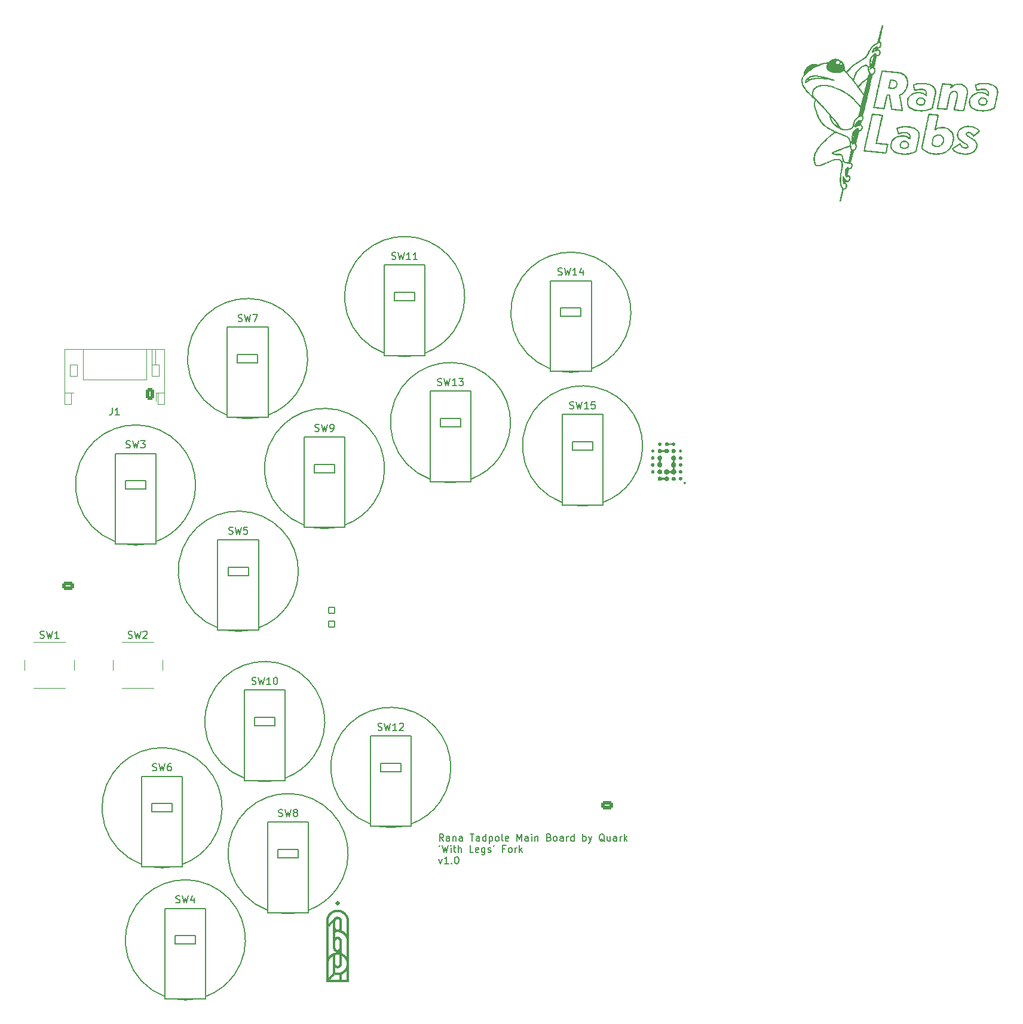
<source format=gto>
G04 #@! TF.GenerationSoftware,KiCad,Pcbnew,7.0.8*
G04 #@! TF.CreationDate,2023-10-08T23:51:26-04:00*
G04 #@! TF.ProjectId,Mainboard-small-buttons,4d61696e-626f-4617-9264-2d736d616c6c,rev?*
G04 #@! TF.SameCoordinates,Original*
G04 #@! TF.FileFunction,Legend,Top*
G04 #@! TF.FilePolarity,Positive*
%FSLAX46Y46*%
G04 Gerber Fmt 4.6, Leading zero omitted, Abs format (unit mm)*
G04 Created by KiCad (PCBNEW 7.0.8) date 2023-10-08 23:51:26*
%MOMM*%
%LPD*%
G01*
G04 APERTURE LIST*
G04 Aperture macros list*
%AMRoundRect*
0 Rectangle with rounded corners*
0 $1 Rounding radius*
0 $2 $3 $4 $5 $6 $7 $8 $9 X,Y pos of 4 corners*
0 Add a 4 corners polygon primitive as box body*
4,1,4,$2,$3,$4,$5,$6,$7,$8,$9,$2,$3,0*
0 Add four circle primitives for the rounded corners*
1,1,$1+$1,$2,$3*
1,1,$1+$1,$4,$5*
1,1,$1+$1,$6,$7*
1,1,$1+$1,$8,$9*
0 Add four rect primitives between the rounded corners*
20,1,$1+$1,$2,$3,$4,$5,0*
20,1,$1+$1,$4,$5,$6,$7,0*
20,1,$1+$1,$6,$7,$8,$9,0*
20,1,$1+$1,$8,$9,$2,$3,0*%
G04 Aperture macros list end*
%ADD10C,0.200000*%
%ADD11C,0.150000*%
%ADD12C,0.120000*%
%ADD13C,0.010000*%
%ADD14C,2.000000*%
%ADD15RoundRect,0.250000X0.350000X0.625000X-0.350000X0.625000X-0.350000X-0.625000X0.350000X-0.625000X0*%
%ADD16O,1.200000X1.750000*%
%ADD17C,2.100000*%
%ADD18C,1.500000*%
%ADD19O,1.803200X3.403200*%
%ADD20O,3.403200X1.803200*%
%ADD21RoundRect,0.101600X-0.400000X0.400000X-0.400000X-0.400000X0.400000X-0.400000X0.400000X0.400000X0*%
%ADD22R,1.800000X1.800000*%
%ADD23O,1.800000X1.800000*%
%ADD24RoundRect,0.250000X0.625000X-0.350000X0.625000X0.350000X-0.625000X0.350000X-0.625000X-0.350000X0*%
%ADD25O,1.750000X1.200000*%
G04 APERTURE END LIST*
D10*
X159437101Y-103327219D02*
X159103768Y-102851028D01*
X158865673Y-103327219D02*
X158865673Y-102327219D01*
X158865673Y-102327219D02*
X159246625Y-102327219D01*
X159246625Y-102327219D02*
X159341863Y-102374838D01*
X159341863Y-102374838D02*
X159389482Y-102422457D01*
X159389482Y-102422457D02*
X159437101Y-102517695D01*
X159437101Y-102517695D02*
X159437101Y-102660552D01*
X159437101Y-102660552D02*
X159389482Y-102755790D01*
X159389482Y-102755790D02*
X159341863Y-102803409D01*
X159341863Y-102803409D02*
X159246625Y-102851028D01*
X159246625Y-102851028D02*
X158865673Y-102851028D01*
X160294244Y-103327219D02*
X160294244Y-102803409D01*
X160294244Y-102803409D02*
X160246625Y-102708171D01*
X160246625Y-102708171D02*
X160151387Y-102660552D01*
X160151387Y-102660552D02*
X159960911Y-102660552D01*
X159960911Y-102660552D02*
X159865673Y-102708171D01*
X160294244Y-103279600D02*
X160199006Y-103327219D01*
X160199006Y-103327219D02*
X159960911Y-103327219D01*
X159960911Y-103327219D02*
X159865673Y-103279600D01*
X159865673Y-103279600D02*
X159818054Y-103184361D01*
X159818054Y-103184361D02*
X159818054Y-103089123D01*
X159818054Y-103089123D02*
X159865673Y-102993885D01*
X159865673Y-102993885D02*
X159960911Y-102946266D01*
X159960911Y-102946266D02*
X160199006Y-102946266D01*
X160199006Y-102946266D02*
X160294244Y-102898647D01*
X160770435Y-102660552D02*
X160770435Y-103327219D01*
X160770435Y-102755790D02*
X160818054Y-102708171D01*
X160818054Y-102708171D02*
X160913292Y-102660552D01*
X160913292Y-102660552D02*
X161056149Y-102660552D01*
X161056149Y-102660552D02*
X161151387Y-102708171D01*
X161151387Y-102708171D02*
X161199006Y-102803409D01*
X161199006Y-102803409D02*
X161199006Y-103327219D01*
X162103768Y-103327219D02*
X162103768Y-102803409D01*
X162103768Y-102803409D02*
X162056149Y-102708171D01*
X162056149Y-102708171D02*
X161960911Y-102660552D01*
X161960911Y-102660552D02*
X161770435Y-102660552D01*
X161770435Y-102660552D02*
X161675197Y-102708171D01*
X162103768Y-103279600D02*
X162008530Y-103327219D01*
X162008530Y-103327219D02*
X161770435Y-103327219D01*
X161770435Y-103327219D02*
X161675197Y-103279600D01*
X161675197Y-103279600D02*
X161627578Y-103184361D01*
X161627578Y-103184361D02*
X161627578Y-103089123D01*
X161627578Y-103089123D02*
X161675197Y-102993885D01*
X161675197Y-102993885D02*
X161770435Y-102946266D01*
X161770435Y-102946266D02*
X162008530Y-102946266D01*
X162008530Y-102946266D02*
X162103768Y-102898647D01*
X163199007Y-102327219D02*
X163770435Y-102327219D01*
X163484721Y-103327219D02*
X163484721Y-102327219D01*
X164532340Y-103327219D02*
X164532340Y-102803409D01*
X164532340Y-102803409D02*
X164484721Y-102708171D01*
X164484721Y-102708171D02*
X164389483Y-102660552D01*
X164389483Y-102660552D02*
X164199007Y-102660552D01*
X164199007Y-102660552D02*
X164103769Y-102708171D01*
X164532340Y-103279600D02*
X164437102Y-103327219D01*
X164437102Y-103327219D02*
X164199007Y-103327219D01*
X164199007Y-103327219D02*
X164103769Y-103279600D01*
X164103769Y-103279600D02*
X164056150Y-103184361D01*
X164056150Y-103184361D02*
X164056150Y-103089123D01*
X164056150Y-103089123D02*
X164103769Y-102993885D01*
X164103769Y-102993885D02*
X164199007Y-102946266D01*
X164199007Y-102946266D02*
X164437102Y-102946266D01*
X164437102Y-102946266D02*
X164532340Y-102898647D01*
X165437102Y-103327219D02*
X165437102Y-102327219D01*
X165437102Y-103279600D02*
X165341864Y-103327219D01*
X165341864Y-103327219D02*
X165151388Y-103327219D01*
X165151388Y-103327219D02*
X165056150Y-103279600D01*
X165056150Y-103279600D02*
X165008531Y-103231980D01*
X165008531Y-103231980D02*
X164960912Y-103136742D01*
X164960912Y-103136742D02*
X164960912Y-102851028D01*
X164960912Y-102851028D02*
X165008531Y-102755790D01*
X165008531Y-102755790D02*
X165056150Y-102708171D01*
X165056150Y-102708171D02*
X165151388Y-102660552D01*
X165151388Y-102660552D02*
X165341864Y-102660552D01*
X165341864Y-102660552D02*
X165437102Y-102708171D01*
X165913293Y-102660552D02*
X165913293Y-103660552D01*
X165913293Y-102708171D02*
X166008531Y-102660552D01*
X166008531Y-102660552D02*
X166199007Y-102660552D01*
X166199007Y-102660552D02*
X166294245Y-102708171D01*
X166294245Y-102708171D02*
X166341864Y-102755790D01*
X166341864Y-102755790D02*
X166389483Y-102851028D01*
X166389483Y-102851028D02*
X166389483Y-103136742D01*
X166389483Y-103136742D02*
X166341864Y-103231980D01*
X166341864Y-103231980D02*
X166294245Y-103279600D01*
X166294245Y-103279600D02*
X166199007Y-103327219D01*
X166199007Y-103327219D02*
X166008531Y-103327219D01*
X166008531Y-103327219D02*
X165913293Y-103279600D01*
X166960912Y-103327219D02*
X166865674Y-103279600D01*
X166865674Y-103279600D02*
X166818055Y-103231980D01*
X166818055Y-103231980D02*
X166770436Y-103136742D01*
X166770436Y-103136742D02*
X166770436Y-102851028D01*
X166770436Y-102851028D02*
X166818055Y-102755790D01*
X166818055Y-102755790D02*
X166865674Y-102708171D01*
X166865674Y-102708171D02*
X166960912Y-102660552D01*
X166960912Y-102660552D02*
X167103769Y-102660552D01*
X167103769Y-102660552D02*
X167199007Y-102708171D01*
X167199007Y-102708171D02*
X167246626Y-102755790D01*
X167246626Y-102755790D02*
X167294245Y-102851028D01*
X167294245Y-102851028D02*
X167294245Y-103136742D01*
X167294245Y-103136742D02*
X167246626Y-103231980D01*
X167246626Y-103231980D02*
X167199007Y-103279600D01*
X167199007Y-103279600D02*
X167103769Y-103327219D01*
X167103769Y-103327219D02*
X166960912Y-103327219D01*
X167865674Y-103327219D02*
X167770436Y-103279600D01*
X167770436Y-103279600D02*
X167722817Y-103184361D01*
X167722817Y-103184361D02*
X167722817Y-102327219D01*
X168627579Y-103279600D02*
X168532341Y-103327219D01*
X168532341Y-103327219D02*
X168341865Y-103327219D01*
X168341865Y-103327219D02*
X168246627Y-103279600D01*
X168246627Y-103279600D02*
X168199008Y-103184361D01*
X168199008Y-103184361D02*
X168199008Y-102803409D01*
X168199008Y-102803409D02*
X168246627Y-102708171D01*
X168246627Y-102708171D02*
X168341865Y-102660552D01*
X168341865Y-102660552D02*
X168532341Y-102660552D01*
X168532341Y-102660552D02*
X168627579Y-102708171D01*
X168627579Y-102708171D02*
X168675198Y-102803409D01*
X168675198Y-102803409D02*
X168675198Y-102898647D01*
X168675198Y-102898647D02*
X168199008Y-102993885D01*
X169865675Y-103327219D02*
X169865675Y-102327219D01*
X169865675Y-102327219D02*
X170199008Y-103041504D01*
X170199008Y-103041504D02*
X170532341Y-102327219D01*
X170532341Y-102327219D02*
X170532341Y-103327219D01*
X171437103Y-103327219D02*
X171437103Y-102803409D01*
X171437103Y-102803409D02*
X171389484Y-102708171D01*
X171389484Y-102708171D02*
X171294246Y-102660552D01*
X171294246Y-102660552D02*
X171103770Y-102660552D01*
X171103770Y-102660552D02*
X171008532Y-102708171D01*
X171437103Y-103279600D02*
X171341865Y-103327219D01*
X171341865Y-103327219D02*
X171103770Y-103327219D01*
X171103770Y-103327219D02*
X171008532Y-103279600D01*
X171008532Y-103279600D02*
X170960913Y-103184361D01*
X170960913Y-103184361D02*
X170960913Y-103089123D01*
X170960913Y-103089123D02*
X171008532Y-102993885D01*
X171008532Y-102993885D02*
X171103770Y-102946266D01*
X171103770Y-102946266D02*
X171341865Y-102946266D01*
X171341865Y-102946266D02*
X171437103Y-102898647D01*
X171913294Y-103327219D02*
X171913294Y-102660552D01*
X171913294Y-102327219D02*
X171865675Y-102374838D01*
X171865675Y-102374838D02*
X171913294Y-102422457D01*
X171913294Y-102422457D02*
X171960913Y-102374838D01*
X171960913Y-102374838D02*
X171913294Y-102327219D01*
X171913294Y-102327219D02*
X171913294Y-102422457D01*
X172389484Y-102660552D02*
X172389484Y-103327219D01*
X172389484Y-102755790D02*
X172437103Y-102708171D01*
X172437103Y-102708171D02*
X172532341Y-102660552D01*
X172532341Y-102660552D02*
X172675198Y-102660552D01*
X172675198Y-102660552D02*
X172770436Y-102708171D01*
X172770436Y-102708171D02*
X172818055Y-102803409D01*
X172818055Y-102803409D02*
X172818055Y-103327219D01*
X174389484Y-102803409D02*
X174532341Y-102851028D01*
X174532341Y-102851028D02*
X174579960Y-102898647D01*
X174579960Y-102898647D02*
X174627579Y-102993885D01*
X174627579Y-102993885D02*
X174627579Y-103136742D01*
X174627579Y-103136742D02*
X174579960Y-103231980D01*
X174579960Y-103231980D02*
X174532341Y-103279600D01*
X174532341Y-103279600D02*
X174437103Y-103327219D01*
X174437103Y-103327219D02*
X174056151Y-103327219D01*
X174056151Y-103327219D02*
X174056151Y-102327219D01*
X174056151Y-102327219D02*
X174389484Y-102327219D01*
X174389484Y-102327219D02*
X174484722Y-102374838D01*
X174484722Y-102374838D02*
X174532341Y-102422457D01*
X174532341Y-102422457D02*
X174579960Y-102517695D01*
X174579960Y-102517695D02*
X174579960Y-102612933D01*
X174579960Y-102612933D02*
X174532341Y-102708171D01*
X174532341Y-102708171D02*
X174484722Y-102755790D01*
X174484722Y-102755790D02*
X174389484Y-102803409D01*
X174389484Y-102803409D02*
X174056151Y-102803409D01*
X175199008Y-103327219D02*
X175103770Y-103279600D01*
X175103770Y-103279600D02*
X175056151Y-103231980D01*
X175056151Y-103231980D02*
X175008532Y-103136742D01*
X175008532Y-103136742D02*
X175008532Y-102851028D01*
X175008532Y-102851028D02*
X175056151Y-102755790D01*
X175056151Y-102755790D02*
X175103770Y-102708171D01*
X175103770Y-102708171D02*
X175199008Y-102660552D01*
X175199008Y-102660552D02*
X175341865Y-102660552D01*
X175341865Y-102660552D02*
X175437103Y-102708171D01*
X175437103Y-102708171D02*
X175484722Y-102755790D01*
X175484722Y-102755790D02*
X175532341Y-102851028D01*
X175532341Y-102851028D02*
X175532341Y-103136742D01*
X175532341Y-103136742D02*
X175484722Y-103231980D01*
X175484722Y-103231980D02*
X175437103Y-103279600D01*
X175437103Y-103279600D02*
X175341865Y-103327219D01*
X175341865Y-103327219D02*
X175199008Y-103327219D01*
X176389484Y-103327219D02*
X176389484Y-102803409D01*
X176389484Y-102803409D02*
X176341865Y-102708171D01*
X176341865Y-102708171D02*
X176246627Y-102660552D01*
X176246627Y-102660552D02*
X176056151Y-102660552D01*
X176056151Y-102660552D02*
X175960913Y-102708171D01*
X176389484Y-103279600D02*
X176294246Y-103327219D01*
X176294246Y-103327219D02*
X176056151Y-103327219D01*
X176056151Y-103327219D02*
X175960913Y-103279600D01*
X175960913Y-103279600D02*
X175913294Y-103184361D01*
X175913294Y-103184361D02*
X175913294Y-103089123D01*
X175913294Y-103089123D02*
X175960913Y-102993885D01*
X175960913Y-102993885D02*
X176056151Y-102946266D01*
X176056151Y-102946266D02*
X176294246Y-102946266D01*
X176294246Y-102946266D02*
X176389484Y-102898647D01*
X176865675Y-103327219D02*
X176865675Y-102660552D01*
X176865675Y-102851028D02*
X176913294Y-102755790D01*
X176913294Y-102755790D02*
X176960913Y-102708171D01*
X176960913Y-102708171D02*
X177056151Y-102660552D01*
X177056151Y-102660552D02*
X177151389Y-102660552D01*
X177913294Y-103327219D02*
X177913294Y-102327219D01*
X177913294Y-103279600D02*
X177818056Y-103327219D01*
X177818056Y-103327219D02*
X177627580Y-103327219D01*
X177627580Y-103327219D02*
X177532342Y-103279600D01*
X177532342Y-103279600D02*
X177484723Y-103231980D01*
X177484723Y-103231980D02*
X177437104Y-103136742D01*
X177437104Y-103136742D02*
X177437104Y-102851028D01*
X177437104Y-102851028D02*
X177484723Y-102755790D01*
X177484723Y-102755790D02*
X177532342Y-102708171D01*
X177532342Y-102708171D02*
X177627580Y-102660552D01*
X177627580Y-102660552D02*
X177818056Y-102660552D01*
X177818056Y-102660552D02*
X177913294Y-102708171D01*
X179151390Y-103327219D02*
X179151390Y-102327219D01*
X179151390Y-102708171D02*
X179246628Y-102660552D01*
X179246628Y-102660552D02*
X179437104Y-102660552D01*
X179437104Y-102660552D02*
X179532342Y-102708171D01*
X179532342Y-102708171D02*
X179579961Y-102755790D01*
X179579961Y-102755790D02*
X179627580Y-102851028D01*
X179627580Y-102851028D02*
X179627580Y-103136742D01*
X179627580Y-103136742D02*
X179579961Y-103231980D01*
X179579961Y-103231980D02*
X179532342Y-103279600D01*
X179532342Y-103279600D02*
X179437104Y-103327219D01*
X179437104Y-103327219D02*
X179246628Y-103327219D01*
X179246628Y-103327219D02*
X179151390Y-103279600D01*
X179960914Y-102660552D02*
X180199009Y-103327219D01*
X180437104Y-102660552D02*
X180199009Y-103327219D01*
X180199009Y-103327219D02*
X180103771Y-103565314D01*
X180103771Y-103565314D02*
X180056152Y-103612933D01*
X180056152Y-103612933D02*
X179960914Y-103660552D01*
X182246628Y-103422457D02*
X182151390Y-103374838D01*
X182151390Y-103374838D02*
X182056152Y-103279600D01*
X182056152Y-103279600D02*
X181913295Y-103136742D01*
X181913295Y-103136742D02*
X181818057Y-103089123D01*
X181818057Y-103089123D02*
X181722819Y-103089123D01*
X181770438Y-103327219D02*
X181675200Y-103279600D01*
X181675200Y-103279600D02*
X181579962Y-103184361D01*
X181579962Y-103184361D02*
X181532343Y-102993885D01*
X181532343Y-102993885D02*
X181532343Y-102660552D01*
X181532343Y-102660552D02*
X181579962Y-102470076D01*
X181579962Y-102470076D02*
X181675200Y-102374838D01*
X181675200Y-102374838D02*
X181770438Y-102327219D01*
X181770438Y-102327219D02*
X181960914Y-102327219D01*
X181960914Y-102327219D02*
X182056152Y-102374838D01*
X182056152Y-102374838D02*
X182151390Y-102470076D01*
X182151390Y-102470076D02*
X182199009Y-102660552D01*
X182199009Y-102660552D02*
X182199009Y-102993885D01*
X182199009Y-102993885D02*
X182151390Y-103184361D01*
X182151390Y-103184361D02*
X182056152Y-103279600D01*
X182056152Y-103279600D02*
X181960914Y-103327219D01*
X181960914Y-103327219D02*
X181770438Y-103327219D01*
X183056152Y-102660552D02*
X183056152Y-103327219D01*
X182627581Y-102660552D02*
X182627581Y-103184361D01*
X182627581Y-103184361D02*
X182675200Y-103279600D01*
X182675200Y-103279600D02*
X182770438Y-103327219D01*
X182770438Y-103327219D02*
X182913295Y-103327219D01*
X182913295Y-103327219D02*
X183008533Y-103279600D01*
X183008533Y-103279600D02*
X183056152Y-103231980D01*
X183960914Y-103327219D02*
X183960914Y-102803409D01*
X183960914Y-102803409D02*
X183913295Y-102708171D01*
X183913295Y-102708171D02*
X183818057Y-102660552D01*
X183818057Y-102660552D02*
X183627581Y-102660552D01*
X183627581Y-102660552D02*
X183532343Y-102708171D01*
X183960914Y-103279600D02*
X183865676Y-103327219D01*
X183865676Y-103327219D02*
X183627581Y-103327219D01*
X183627581Y-103327219D02*
X183532343Y-103279600D01*
X183532343Y-103279600D02*
X183484724Y-103184361D01*
X183484724Y-103184361D02*
X183484724Y-103089123D01*
X183484724Y-103089123D02*
X183532343Y-102993885D01*
X183532343Y-102993885D02*
X183627581Y-102946266D01*
X183627581Y-102946266D02*
X183865676Y-102946266D01*
X183865676Y-102946266D02*
X183960914Y-102898647D01*
X184437105Y-103327219D02*
X184437105Y-102660552D01*
X184437105Y-102851028D02*
X184484724Y-102755790D01*
X184484724Y-102755790D02*
X184532343Y-102708171D01*
X184532343Y-102708171D02*
X184627581Y-102660552D01*
X184627581Y-102660552D02*
X184722819Y-102660552D01*
X185056153Y-103327219D02*
X185056153Y-102327219D01*
X185151391Y-102946266D02*
X185437105Y-103327219D01*
X185437105Y-102660552D02*
X185056153Y-103041504D01*
X158913292Y-103937219D02*
X158818054Y-104127695D01*
X159246625Y-103937219D02*
X159484720Y-104937219D01*
X159484720Y-104937219D02*
X159675196Y-104222933D01*
X159675196Y-104222933D02*
X159865672Y-104937219D01*
X159865672Y-104937219D02*
X160103768Y-103937219D01*
X160484720Y-104937219D02*
X160484720Y-104270552D01*
X160484720Y-103937219D02*
X160437101Y-103984838D01*
X160437101Y-103984838D02*
X160484720Y-104032457D01*
X160484720Y-104032457D02*
X160532339Y-103984838D01*
X160532339Y-103984838D02*
X160484720Y-103937219D01*
X160484720Y-103937219D02*
X160484720Y-104032457D01*
X160818053Y-104270552D02*
X161199005Y-104270552D01*
X160960910Y-103937219D02*
X160960910Y-104794361D01*
X160960910Y-104794361D02*
X161008529Y-104889600D01*
X161008529Y-104889600D02*
X161103767Y-104937219D01*
X161103767Y-104937219D02*
X161199005Y-104937219D01*
X161532339Y-104937219D02*
X161532339Y-103937219D01*
X161960910Y-104937219D02*
X161960910Y-104413409D01*
X161960910Y-104413409D02*
X161913291Y-104318171D01*
X161913291Y-104318171D02*
X161818053Y-104270552D01*
X161818053Y-104270552D02*
X161675196Y-104270552D01*
X161675196Y-104270552D02*
X161579958Y-104318171D01*
X161579958Y-104318171D02*
X161532339Y-104365790D01*
X163675196Y-104937219D02*
X163199006Y-104937219D01*
X163199006Y-104937219D02*
X163199006Y-103937219D01*
X164389482Y-104889600D02*
X164294244Y-104937219D01*
X164294244Y-104937219D02*
X164103768Y-104937219D01*
X164103768Y-104937219D02*
X164008530Y-104889600D01*
X164008530Y-104889600D02*
X163960911Y-104794361D01*
X163960911Y-104794361D02*
X163960911Y-104413409D01*
X163960911Y-104413409D02*
X164008530Y-104318171D01*
X164008530Y-104318171D02*
X164103768Y-104270552D01*
X164103768Y-104270552D02*
X164294244Y-104270552D01*
X164294244Y-104270552D02*
X164389482Y-104318171D01*
X164389482Y-104318171D02*
X164437101Y-104413409D01*
X164437101Y-104413409D02*
X164437101Y-104508647D01*
X164437101Y-104508647D02*
X163960911Y-104603885D01*
X165294244Y-104270552D02*
X165294244Y-105080076D01*
X165294244Y-105080076D02*
X165246625Y-105175314D01*
X165246625Y-105175314D02*
X165199006Y-105222933D01*
X165199006Y-105222933D02*
X165103768Y-105270552D01*
X165103768Y-105270552D02*
X164960911Y-105270552D01*
X164960911Y-105270552D02*
X164865673Y-105222933D01*
X165294244Y-104889600D02*
X165199006Y-104937219D01*
X165199006Y-104937219D02*
X165008530Y-104937219D01*
X165008530Y-104937219D02*
X164913292Y-104889600D01*
X164913292Y-104889600D02*
X164865673Y-104841980D01*
X164865673Y-104841980D02*
X164818054Y-104746742D01*
X164818054Y-104746742D02*
X164818054Y-104461028D01*
X164818054Y-104461028D02*
X164865673Y-104365790D01*
X164865673Y-104365790D02*
X164913292Y-104318171D01*
X164913292Y-104318171D02*
X165008530Y-104270552D01*
X165008530Y-104270552D02*
X165199006Y-104270552D01*
X165199006Y-104270552D02*
X165294244Y-104318171D01*
X165722816Y-104889600D02*
X165818054Y-104937219D01*
X165818054Y-104937219D02*
X166008530Y-104937219D01*
X166008530Y-104937219D02*
X166103768Y-104889600D01*
X166103768Y-104889600D02*
X166151387Y-104794361D01*
X166151387Y-104794361D02*
X166151387Y-104746742D01*
X166151387Y-104746742D02*
X166103768Y-104651504D01*
X166103768Y-104651504D02*
X166008530Y-104603885D01*
X166008530Y-104603885D02*
X165865673Y-104603885D01*
X165865673Y-104603885D02*
X165770435Y-104556266D01*
X165770435Y-104556266D02*
X165722816Y-104461028D01*
X165722816Y-104461028D02*
X165722816Y-104413409D01*
X165722816Y-104413409D02*
X165770435Y-104318171D01*
X165770435Y-104318171D02*
X165865673Y-104270552D01*
X165865673Y-104270552D02*
X166008530Y-104270552D01*
X166008530Y-104270552D02*
X166103768Y-104318171D01*
X166627578Y-103937219D02*
X166532340Y-104127695D01*
X168151387Y-104413409D02*
X167818054Y-104413409D01*
X167818054Y-104937219D02*
X167818054Y-103937219D01*
X167818054Y-103937219D02*
X168294244Y-103937219D01*
X168818054Y-104937219D02*
X168722816Y-104889600D01*
X168722816Y-104889600D02*
X168675197Y-104841980D01*
X168675197Y-104841980D02*
X168627578Y-104746742D01*
X168627578Y-104746742D02*
X168627578Y-104461028D01*
X168627578Y-104461028D02*
X168675197Y-104365790D01*
X168675197Y-104365790D02*
X168722816Y-104318171D01*
X168722816Y-104318171D02*
X168818054Y-104270552D01*
X168818054Y-104270552D02*
X168960911Y-104270552D01*
X168960911Y-104270552D02*
X169056149Y-104318171D01*
X169056149Y-104318171D02*
X169103768Y-104365790D01*
X169103768Y-104365790D02*
X169151387Y-104461028D01*
X169151387Y-104461028D02*
X169151387Y-104746742D01*
X169151387Y-104746742D02*
X169103768Y-104841980D01*
X169103768Y-104841980D02*
X169056149Y-104889600D01*
X169056149Y-104889600D02*
X168960911Y-104937219D01*
X168960911Y-104937219D02*
X168818054Y-104937219D01*
X169579959Y-104937219D02*
X169579959Y-104270552D01*
X169579959Y-104461028D02*
X169627578Y-104365790D01*
X169627578Y-104365790D02*
X169675197Y-104318171D01*
X169675197Y-104318171D02*
X169770435Y-104270552D01*
X169770435Y-104270552D02*
X169865673Y-104270552D01*
X170199007Y-104937219D02*
X170199007Y-103937219D01*
X170294245Y-104556266D02*
X170579959Y-104937219D01*
X170579959Y-104270552D02*
X170199007Y-104651504D01*
X158770435Y-105880552D02*
X159008530Y-106547219D01*
X159008530Y-106547219D02*
X159246625Y-105880552D01*
X160151387Y-106547219D02*
X159579959Y-106547219D01*
X159865673Y-106547219D02*
X159865673Y-105547219D01*
X159865673Y-105547219D02*
X159770435Y-105690076D01*
X159770435Y-105690076D02*
X159675197Y-105785314D01*
X159675197Y-105785314D02*
X159579959Y-105832933D01*
X160579959Y-106451980D02*
X160627578Y-106499600D01*
X160627578Y-106499600D02*
X160579959Y-106547219D01*
X160579959Y-106547219D02*
X160532340Y-106499600D01*
X160532340Y-106499600D02*
X160579959Y-106451980D01*
X160579959Y-106451980D02*
X160579959Y-106547219D01*
X161246625Y-105547219D02*
X161341863Y-105547219D01*
X161341863Y-105547219D02*
X161437101Y-105594838D01*
X161437101Y-105594838D02*
X161484720Y-105642457D01*
X161484720Y-105642457D02*
X161532339Y-105737695D01*
X161532339Y-105737695D02*
X161579958Y-105928171D01*
X161579958Y-105928171D02*
X161579958Y-106166266D01*
X161579958Y-106166266D02*
X161532339Y-106356742D01*
X161532339Y-106356742D02*
X161484720Y-106451980D01*
X161484720Y-106451980D02*
X161437101Y-106499600D01*
X161437101Y-106499600D02*
X161341863Y-106547219D01*
X161341863Y-106547219D02*
X161246625Y-106547219D01*
X161246625Y-106547219D02*
X161151387Y-106499600D01*
X161151387Y-106499600D02*
X161103768Y-106451980D01*
X161103768Y-106451980D02*
X161056149Y-106356742D01*
X161056149Y-106356742D02*
X161008530Y-106166266D01*
X161008530Y-106166266D02*
X161008530Y-105928171D01*
X161008530Y-105928171D02*
X161056149Y-105737695D01*
X161056149Y-105737695D02*
X161103768Y-105642457D01*
X161103768Y-105642457D02*
X161151387Y-105594838D01*
X161151387Y-105594838D02*
X161246625Y-105547219D01*
D11*
X150148182Y-87601923D02*
X150291039Y-87649542D01*
X150291039Y-87649542D02*
X150529134Y-87649542D01*
X150529134Y-87649542D02*
X150624372Y-87601923D01*
X150624372Y-87601923D02*
X150671991Y-87554303D01*
X150671991Y-87554303D02*
X150719610Y-87459065D01*
X150719610Y-87459065D02*
X150719610Y-87363827D01*
X150719610Y-87363827D02*
X150671991Y-87268589D01*
X150671991Y-87268589D02*
X150624372Y-87220970D01*
X150624372Y-87220970D02*
X150529134Y-87173351D01*
X150529134Y-87173351D02*
X150338658Y-87125732D01*
X150338658Y-87125732D02*
X150243420Y-87078113D01*
X150243420Y-87078113D02*
X150195801Y-87030494D01*
X150195801Y-87030494D02*
X150148182Y-86935256D01*
X150148182Y-86935256D02*
X150148182Y-86840018D01*
X150148182Y-86840018D02*
X150195801Y-86744780D01*
X150195801Y-86744780D02*
X150243420Y-86697161D01*
X150243420Y-86697161D02*
X150338658Y-86649542D01*
X150338658Y-86649542D02*
X150576753Y-86649542D01*
X150576753Y-86649542D02*
X150719610Y-86697161D01*
X151052944Y-86649542D02*
X151291039Y-87649542D01*
X151291039Y-87649542D02*
X151481515Y-86935256D01*
X151481515Y-86935256D02*
X151671991Y-87649542D01*
X151671991Y-87649542D02*
X151910087Y-86649542D01*
X152814848Y-87649542D02*
X152243420Y-87649542D01*
X152529134Y-87649542D02*
X152529134Y-86649542D01*
X152529134Y-86649542D02*
X152433896Y-86792399D01*
X152433896Y-86792399D02*
X152338658Y-86887637D01*
X152338658Y-86887637D02*
X152243420Y-86935256D01*
X153195801Y-86744780D02*
X153243420Y-86697161D01*
X153243420Y-86697161D02*
X153338658Y-86649542D01*
X153338658Y-86649542D02*
X153576753Y-86649542D01*
X153576753Y-86649542D02*
X153671991Y-86697161D01*
X153671991Y-86697161D02*
X153719610Y-86744780D01*
X153719610Y-86744780D02*
X153767229Y-86840018D01*
X153767229Y-86840018D02*
X153767229Y-86935256D01*
X153767229Y-86935256D02*
X153719610Y-87078113D01*
X153719610Y-87078113D02*
X153148182Y-87649542D01*
X153148182Y-87649542D02*
X153767229Y-87649542D01*
X141229414Y-45260043D02*
X141372271Y-45307662D01*
X141372271Y-45307662D02*
X141610366Y-45307662D01*
X141610366Y-45307662D02*
X141705604Y-45260043D01*
X141705604Y-45260043D02*
X141753223Y-45212423D01*
X141753223Y-45212423D02*
X141800842Y-45117185D01*
X141800842Y-45117185D02*
X141800842Y-45021947D01*
X141800842Y-45021947D02*
X141753223Y-44926709D01*
X141753223Y-44926709D02*
X141705604Y-44879090D01*
X141705604Y-44879090D02*
X141610366Y-44831471D01*
X141610366Y-44831471D02*
X141419890Y-44783852D01*
X141419890Y-44783852D02*
X141324652Y-44736233D01*
X141324652Y-44736233D02*
X141277033Y-44688614D01*
X141277033Y-44688614D02*
X141229414Y-44593376D01*
X141229414Y-44593376D02*
X141229414Y-44498138D01*
X141229414Y-44498138D02*
X141277033Y-44402900D01*
X141277033Y-44402900D02*
X141324652Y-44355281D01*
X141324652Y-44355281D02*
X141419890Y-44307662D01*
X141419890Y-44307662D02*
X141657985Y-44307662D01*
X141657985Y-44307662D02*
X141800842Y-44355281D01*
X142134176Y-44307662D02*
X142372271Y-45307662D01*
X142372271Y-45307662D02*
X142562747Y-44593376D01*
X142562747Y-44593376D02*
X142753223Y-45307662D01*
X142753223Y-45307662D02*
X142991319Y-44307662D01*
X143419890Y-45307662D02*
X143610366Y-45307662D01*
X143610366Y-45307662D02*
X143705604Y-45260043D01*
X143705604Y-45260043D02*
X143753223Y-45212423D01*
X143753223Y-45212423D02*
X143848461Y-45069566D01*
X143848461Y-45069566D02*
X143896080Y-44879090D01*
X143896080Y-44879090D02*
X143896080Y-44498138D01*
X143896080Y-44498138D02*
X143848461Y-44402900D01*
X143848461Y-44402900D02*
X143800842Y-44355281D01*
X143800842Y-44355281D02*
X143705604Y-44307662D01*
X143705604Y-44307662D02*
X143515128Y-44307662D01*
X143515128Y-44307662D02*
X143419890Y-44355281D01*
X143419890Y-44355281D02*
X143372271Y-44402900D01*
X143372271Y-44402900D02*
X143324652Y-44498138D01*
X143324652Y-44498138D02*
X143324652Y-44736233D01*
X143324652Y-44736233D02*
X143372271Y-44831471D01*
X143372271Y-44831471D02*
X143419890Y-44879090D01*
X143419890Y-44879090D02*
X143515128Y-44926709D01*
X143515128Y-44926709D02*
X143705604Y-44926709D01*
X143705604Y-44926709D02*
X143800842Y-44879090D01*
X143800842Y-44879090D02*
X143848461Y-44831471D01*
X143848461Y-44831471D02*
X143896080Y-44736233D01*
X177318730Y-42060975D02*
X177461587Y-42108594D01*
X177461587Y-42108594D02*
X177699682Y-42108594D01*
X177699682Y-42108594D02*
X177794920Y-42060975D01*
X177794920Y-42060975D02*
X177842539Y-42013355D01*
X177842539Y-42013355D02*
X177890158Y-41918117D01*
X177890158Y-41918117D02*
X177890158Y-41822879D01*
X177890158Y-41822879D02*
X177842539Y-41727641D01*
X177842539Y-41727641D02*
X177794920Y-41680022D01*
X177794920Y-41680022D02*
X177699682Y-41632403D01*
X177699682Y-41632403D02*
X177509206Y-41584784D01*
X177509206Y-41584784D02*
X177413968Y-41537165D01*
X177413968Y-41537165D02*
X177366349Y-41489546D01*
X177366349Y-41489546D02*
X177318730Y-41394308D01*
X177318730Y-41394308D02*
X177318730Y-41299070D01*
X177318730Y-41299070D02*
X177366349Y-41203832D01*
X177366349Y-41203832D02*
X177413968Y-41156213D01*
X177413968Y-41156213D02*
X177509206Y-41108594D01*
X177509206Y-41108594D02*
X177747301Y-41108594D01*
X177747301Y-41108594D02*
X177890158Y-41156213D01*
X178223492Y-41108594D02*
X178461587Y-42108594D01*
X178461587Y-42108594D02*
X178652063Y-41394308D01*
X178652063Y-41394308D02*
X178842539Y-42108594D01*
X178842539Y-42108594D02*
X179080635Y-41108594D01*
X179985396Y-42108594D02*
X179413968Y-42108594D01*
X179699682Y-42108594D02*
X179699682Y-41108594D01*
X179699682Y-41108594D02*
X179604444Y-41251451D01*
X179604444Y-41251451D02*
X179509206Y-41346689D01*
X179509206Y-41346689D02*
X179413968Y-41394308D01*
X180890158Y-41108594D02*
X180413968Y-41108594D01*
X180413968Y-41108594D02*
X180366349Y-41584784D01*
X180366349Y-41584784D02*
X180413968Y-41537165D01*
X180413968Y-41537165D02*
X180509206Y-41489546D01*
X180509206Y-41489546D02*
X180747301Y-41489546D01*
X180747301Y-41489546D02*
X180842539Y-41537165D01*
X180842539Y-41537165D02*
X180890158Y-41584784D01*
X180890158Y-41584784D02*
X180937777Y-41680022D01*
X180937777Y-41680022D02*
X180937777Y-41918117D01*
X180937777Y-41918117D02*
X180890158Y-42013355D01*
X180890158Y-42013355D02*
X180842539Y-42060975D01*
X180842539Y-42060975D02*
X180747301Y-42108594D01*
X180747301Y-42108594D02*
X180509206Y-42108594D01*
X180509206Y-42108594D02*
X180413968Y-42060975D01*
X180413968Y-42060975D02*
X180366349Y-42013355D01*
X102270224Y-74563531D02*
X102413081Y-74611150D01*
X102413081Y-74611150D02*
X102651176Y-74611150D01*
X102651176Y-74611150D02*
X102746414Y-74563531D01*
X102746414Y-74563531D02*
X102794033Y-74515911D01*
X102794033Y-74515911D02*
X102841652Y-74420673D01*
X102841652Y-74420673D02*
X102841652Y-74325435D01*
X102841652Y-74325435D02*
X102794033Y-74230197D01*
X102794033Y-74230197D02*
X102746414Y-74182578D01*
X102746414Y-74182578D02*
X102651176Y-74134959D01*
X102651176Y-74134959D02*
X102460700Y-74087340D01*
X102460700Y-74087340D02*
X102365462Y-74039721D01*
X102365462Y-74039721D02*
X102317843Y-73992102D01*
X102317843Y-73992102D02*
X102270224Y-73896864D01*
X102270224Y-73896864D02*
X102270224Y-73801626D01*
X102270224Y-73801626D02*
X102317843Y-73706388D01*
X102317843Y-73706388D02*
X102365462Y-73658769D01*
X102365462Y-73658769D02*
X102460700Y-73611150D01*
X102460700Y-73611150D02*
X102698795Y-73611150D01*
X102698795Y-73611150D02*
X102841652Y-73658769D01*
X103174986Y-73611150D02*
X103413081Y-74611150D01*
X103413081Y-74611150D02*
X103603557Y-73896864D01*
X103603557Y-73896864D02*
X103794033Y-74611150D01*
X103794033Y-74611150D02*
X104032129Y-73611150D01*
X104936890Y-74611150D02*
X104365462Y-74611150D01*
X104651176Y-74611150D02*
X104651176Y-73611150D01*
X104651176Y-73611150D02*
X104555938Y-73754007D01*
X104555938Y-73754007D02*
X104460700Y-73849245D01*
X104460700Y-73849245D02*
X104365462Y-73896864D01*
X152109000Y-20907500D02*
X152251857Y-20955119D01*
X152251857Y-20955119D02*
X152489952Y-20955119D01*
X152489952Y-20955119D02*
X152585190Y-20907500D01*
X152585190Y-20907500D02*
X152632809Y-20859880D01*
X152632809Y-20859880D02*
X152680428Y-20764642D01*
X152680428Y-20764642D02*
X152680428Y-20669404D01*
X152680428Y-20669404D02*
X152632809Y-20574166D01*
X152632809Y-20574166D02*
X152585190Y-20526547D01*
X152585190Y-20526547D02*
X152489952Y-20478928D01*
X152489952Y-20478928D02*
X152299476Y-20431309D01*
X152299476Y-20431309D02*
X152204238Y-20383690D01*
X152204238Y-20383690D02*
X152156619Y-20336071D01*
X152156619Y-20336071D02*
X152109000Y-20240833D01*
X152109000Y-20240833D02*
X152109000Y-20145595D01*
X152109000Y-20145595D02*
X152156619Y-20050357D01*
X152156619Y-20050357D02*
X152204238Y-20002738D01*
X152204238Y-20002738D02*
X152299476Y-19955119D01*
X152299476Y-19955119D02*
X152537571Y-19955119D01*
X152537571Y-19955119D02*
X152680428Y-20002738D01*
X153013762Y-19955119D02*
X153251857Y-20955119D01*
X153251857Y-20955119D02*
X153442333Y-20240833D01*
X153442333Y-20240833D02*
X153632809Y-20955119D01*
X153632809Y-20955119D02*
X153870905Y-19955119D01*
X154775666Y-20955119D02*
X154204238Y-20955119D01*
X154489952Y-20955119D02*
X154489952Y-19955119D01*
X154489952Y-19955119D02*
X154394714Y-20097976D01*
X154394714Y-20097976D02*
X154299476Y-20193214D01*
X154299476Y-20193214D02*
X154204238Y-20240833D01*
X155728047Y-20955119D02*
X155156619Y-20955119D01*
X155442333Y-20955119D02*
X155442333Y-19955119D01*
X155442333Y-19955119D02*
X155347095Y-20097976D01*
X155347095Y-20097976D02*
X155251857Y-20193214D01*
X155251857Y-20193214D02*
X155156619Y-20240833D01*
X136069529Y-99814887D02*
X136212386Y-99862506D01*
X136212386Y-99862506D02*
X136450481Y-99862506D01*
X136450481Y-99862506D02*
X136545719Y-99814887D01*
X136545719Y-99814887D02*
X136593338Y-99767267D01*
X136593338Y-99767267D02*
X136640957Y-99672029D01*
X136640957Y-99672029D02*
X136640957Y-99576791D01*
X136640957Y-99576791D02*
X136593338Y-99481553D01*
X136593338Y-99481553D02*
X136545719Y-99433934D01*
X136545719Y-99433934D02*
X136450481Y-99386315D01*
X136450481Y-99386315D02*
X136260005Y-99338696D01*
X136260005Y-99338696D02*
X136164767Y-99291077D01*
X136164767Y-99291077D02*
X136117148Y-99243458D01*
X136117148Y-99243458D02*
X136069529Y-99148220D01*
X136069529Y-99148220D02*
X136069529Y-99052982D01*
X136069529Y-99052982D02*
X136117148Y-98957744D01*
X136117148Y-98957744D02*
X136164767Y-98910125D01*
X136164767Y-98910125D02*
X136260005Y-98862506D01*
X136260005Y-98862506D02*
X136498100Y-98862506D01*
X136498100Y-98862506D02*
X136640957Y-98910125D01*
X136974291Y-98862506D02*
X137212386Y-99862506D01*
X137212386Y-99862506D02*
X137402862Y-99148220D01*
X137402862Y-99148220D02*
X137593338Y-99862506D01*
X137593338Y-99862506D02*
X137831434Y-98862506D01*
X138355243Y-99291077D02*
X138260005Y-99243458D01*
X138260005Y-99243458D02*
X138212386Y-99195839D01*
X138212386Y-99195839D02*
X138164767Y-99100601D01*
X138164767Y-99100601D02*
X138164767Y-99052982D01*
X138164767Y-99052982D02*
X138212386Y-98957744D01*
X138212386Y-98957744D02*
X138260005Y-98910125D01*
X138260005Y-98910125D02*
X138355243Y-98862506D01*
X138355243Y-98862506D02*
X138545719Y-98862506D01*
X138545719Y-98862506D02*
X138640957Y-98910125D01*
X138640957Y-98910125D02*
X138688576Y-98957744D01*
X138688576Y-98957744D02*
X138736195Y-99052982D01*
X138736195Y-99052982D02*
X138736195Y-99100601D01*
X138736195Y-99100601D02*
X138688576Y-99195839D01*
X138688576Y-99195839D02*
X138640957Y-99243458D01*
X138640957Y-99243458D02*
X138545719Y-99291077D01*
X138545719Y-99291077D02*
X138355243Y-99291077D01*
X138355243Y-99291077D02*
X138260005Y-99338696D01*
X138260005Y-99338696D02*
X138212386Y-99386315D01*
X138212386Y-99386315D02*
X138164767Y-99481553D01*
X138164767Y-99481553D02*
X138164767Y-99672029D01*
X138164767Y-99672029D02*
X138212386Y-99767267D01*
X138212386Y-99767267D02*
X138260005Y-99814887D01*
X138260005Y-99814887D02*
X138355243Y-99862506D01*
X138355243Y-99862506D02*
X138545719Y-99862506D01*
X138545719Y-99862506D02*
X138640957Y-99814887D01*
X138640957Y-99814887D02*
X138688576Y-99767267D01*
X138688576Y-99767267D02*
X138736195Y-99672029D01*
X138736195Y-99672029D02*
X138736195Y-99481553D01*
X138736195Y-99481553D02*
X138688576Y-99386315D01*
X138688576Y-99386315D02*
X138640957Y-99338696D01*
X138640957Y-99338696D02*
X138545719Y-99291077D01*
X158607383Y-38761660D02*
X158750240Y-38809279D01*
X158750240Y-38809279D02*
X158988335Y-38809279D01*
X158988335Y-38809279D02*
X159083573Y-38761660D01*
X159083573Y-38761660D02*
X159131192Y-38714040D01*
X159131192Y-38714040D02*
X159178811Y-38618802D01*
X159178811Y-38618802D02*
X159178811Y-38523564D01*
X159178811Y-38523564D02*
X159131192Y-38428326D01*
X159131192Y-38428326D02*
X159083573Y-38380707D01*
X159083573Y-38380707D02*
X158988335Y-38333088D01*
X158988335Y-38333088D02*
X158797859Y-38285469D01*
X158797859Y-38285469D02*
X158702621Y-38237850D01*
X158702621Y-38237850D02*
X158655002Y-38190231D01*
X158655002Y-38190231D02*
X158607383Y-38094993D01*
X158607383Y-38094993D02*
X158607383Y-37999755D01*
X158607383Y-37999755D02*
X158655002Y-37904517D01*
X158655002Y-37904517D02*
X158702621Y-37856898D01*
X158702621Y-37856898D02*
X158797859Y-37809279D01*
X158797859Y-37809279D02*
X159035954Y-37809279D01*
X159035954Y-37809279D02*
X159178811Y-37856898D01*
X159512145Y-37809279D02*
X159750240Y-38809279D01*
X159750240Y-38809279D02*
X159940716Y-38094993D01*
X159940716Y-38094993D02*
X160131192Y-38809279D01*
X160131192Y-38809279D02*
X160369288Y-37809279D01*
X161274049Y-38809279D02*
X160702621Y-38809279D01*
X160988335Y-38809279D02*
X160988335Y-37809279D01*
X160988335Y-37809279D02*
X160893097Y-37952136D01*
X160893097Y-37952136D02*
X160797859Y-38047374D01*
X160797859Y-38047374D02*
X160702621Y-38094993D01*
X161607383Y-37809279D02*
X162226430Y-37809279D01*
X162226430Y-37809279D02*
X161893097Y-38190231D01*
X161893097Y-38190231D02*
X162035954Y-38190231D01*
X162035954Y-38190231D02*
X162131192Y-38237850D01*
X162131192Y-38237850D02*
X162178811Y-38285469D01*
X162178811Y-38285469D02*
X162226430Y-38380707D01*
X162226430Y-38380707D02*
X162226430Y-38618802D01*
X162226430Y-38618802D02*
X162178811Y-38714040D01*
X162178811Y-38714040D02*
X162131192Y-38761660D01*
X162131192Y-38761660D02*
X162035954Y-38809279D01*
X162035954Y-38809279D02*
X161750240Y-38809279D01*
X161750240Y-38809279D02*
X161655002Y-38761660D01*
X161655002Y-38761660D02*
X161607383Y-38714040D01*
X121514684Y-112027852D02*
X121657541Y-112075471D01*
X121657541Y-112075471D02*
X121895636Y-112075471D01*
X121895636Y-112075471D02*
X121990874Y-112027852D01*
X121990874Y-112027852D02*
X122038493Y-111980232D01*
X122038493Y-111980232D02*
X122086112Y-111884994D01*
X122086112Y-111884994D02*
X122086112Y-111789756D01*
X122086112Y-111789756D02*
X122038493Y-111694518D01*
X122038493Y-111694518D02*
X121990874Y-111646899D01*
X121990874Y-111646899D02*
X121895636Y-111599280D01*
X121895636Y-111599280D02*
X121705160Y-111551661D01*
X121705160Y-111551661D02*
X121609922Y-111504042D01*
X121609922Y-111504042D02*
X121562303Y-111456423D01*
X121562303Y-111456423D02*
X121514684Y-111361185D01*
X121514684Y-111361185D02*
X121514684Y-111265947D01*
X121514684Y-111265947D02*
X121562303Y-111170709D01*
X121562303Y-111170709D02*
X121609922Y-111123090D01*
X121609922Y-111123090D02*
X121705160Y-111075471D01*
X121705160Y-111075471D02*
X121943255Y-111075471D01*
X121943255Y-111075471D02*
X122086112Y-111123090D01*
X122419446Y-111075471D02*
X122657541Y-112075471D01*
X122657541Y-112075471D02*
X122848017Y-111361185D01*
X122848017Y-111361185D02*
X123038493Y-112075471D01*
X123038493Y-112075471D02*
X123276589Y-111075471D01*
X124086112Y-111408804D02*
X124086112Y-112075471D01*
X123848017Y-111027852D02*
X123609922Y-111742137D01*
X123609922Y-111742137D02*
X124228969Y-111742137D01*
X130331462Y-29696154D02*
X130474319Y-29743773D01*
X130474319Y-29743773D02*
X130712414Y-29743773D01*
X130712414Y-29743773D02*
X130807652Y-29696154D01*
X130807652Y-29696154D02*
X130855271Y-29648534D01*
X130855271Y-29648534D02*
X130902890Y-29553296D01*
X130902890Y-29553296D02*
X130902890Y-29458058D01*
X130902890Y-29458058D02*
X130855271Y-29362820D01*
X130855271Y-29362820D02*
X130807652Y-29315201D01*
X130807652Y-29315201D02*
X130712414Y-29267582D01*
X130712414Y-29267582D02*
X130521938Y-29219963D01*
X130521938Y-29219963D02*
X130426700Y-29172344D01*
X130426700Y-29172344D02*
X130379081Y-29124725D01*
X130379081Y-29124725D02*
X130331462Y-29029487D01*
X130331462Y-29029487D02*
X130331462Y-28934249D01*
X130331462Y-28934249D02*
X130379081Y-28839011D01*
X130379081Y-28839011D02*
X130426700Y-28791392D01*
X130426700Y-28791392D02*
X130521938Y-28743773D01*
X130521938Y-28743773D02*
X130760033Y-28743773D01*
X130760033Y-28743773D02*
X130902890Y-28791392D01*
X131236224Y-28743773D02*
X131474319Y-29743773D01*
X131474319Y-29743773D02*
X131664795Y-29029487D01*
X131664795Y-29029487D02*
X131855271Y-29743773D01*
X131855271Y-29743773D02*
X132093367Y-28743773D01*
X132379081Y-28743773D02*
X133045747Y-28743773D01*
X133045747Y-28743773D02*
X132617176Y-29743773D01*
X129016450Y-59814887D02*
X129159307Y-59862506D01*
X129159307Y-59862506D02*
X129397402Y-59862506D01*
X129397402Y-59862506D02*
X129492640Y-59814887D01*
X129492640Y-59814887D02*
X129540259Y-59767267D01*
X129540259Y-59767267D02*
X129587878Y-59672029D01*
X129587878Y-59672029D02*
X129587878Y-59576791D01*
X129587878Y-59576791D02*
X129540259Y-59481553D01*
X129540259Y-59481553D02*
X129492640Y-59433934D01*
X129492640Y-59433934D02*
X129397402Y-59386315D01*
X129397402Y-59386315D02*
X129206926Y-59338696D01*
X129206926Y-59338696D02*
X129111688Y-59291077D01*
X129111688Y-59291077D02*
X129064069Y-59243458D01*
X129064069Y-59243458D02*
X129016450Y-59148220D01*
X129016450Y-59148220D02*
X129016450Y-59052982D01*
X129016450Y-59052982D02*
X129064069Y-58957744D01*
X129064069Y-58957744D02*
X129111688Y-58910125D01*
X129111688Y-58910125D02*
X129206926Y-58862506D01*
X129206926Y-58862506D02*
X129445021Y-58862506D01*
X129445021Y-58862506D02*
X129587878Y-58910125D01*
X129921212Y-58862506D02*
X130159307Y-59862506D01*
X130159307Y-59862506D02*
X130349783Y-59148220D01*
X130349783Y-59148220D02*
X130540259Y-59862506D01*
X130540259Y-59862506D02*
X130778355Y-58862506D01*
X131635497Y-58862506D02*
X131159307Y-58862506D01*
X131159307Y-58862506D02*
X131111688Y-59338696D01*
X131111688Y-59338696D02*
X131159307Y-59291077D01*
X131159307Y-59291077D02*
X131254545Y-59243458D01*
X131254545Y-59243458D02*
X131492640Y-59243458D01*
X131492640Y-59243458D02*
X131587878Y-59291077D01*
X131587878Y-59291077D02*
X131635497Y-59338696D01*
X131635497Y-59338696D02*
X131683116Y-59433934D01*
X131683116Y-59433934D02*
X131683116Y-59672029D01*
X131683116Y-59672029D02*
X131635497Y-59767267D01*
X131635497Y-59767267D02*
X131587878Y-59814887D01*
X131587878Y-59814887D02*
X131492640Y-59862506D01*
X131492640Y-59862506D02*
X131254545Y-59862506D01*
X131254545Y-59862506D02*
X131159307Y-59814887D01*
X131159307Y-59814887D02*
X131111688Y-59767267D01*
X112497266Y-41984419D02*
X112497266Y-42698704D01*
X112497266Y-42698704D02*
X112449647Y-42841561D01*
X112449647Y-42841561D02*
X112354409Y-42936800D01*
X112354409Y-42936800D02*
X112211552Y-42984419D01*
X112211552Y-42984419D02*
X112116314Y-42984419D01*
X113497266Y-42984419D02*
X112925838Y-42984419D01*
X113211552Y-42984419D02*
X113211552Y-41984419D01*
X113211552Y-41984419D02*
X113116314Y-42127276D01*
X113116314Y-42127276D02*
X113021076Y-42222514D01*
X113021076Y-42222514D02*
X112925838Y-42270133D01*
X114770224Y-74563531D02*
X114913081Y-74611150D01*
X114913081Y-74611150D02*
X115151176Y-74611150D01*
X115151176Y-74611150D02*
X115246414Y-74563531D01*
X115246414Y-74563531D02*
X115294033Y-74515911D01*
X115294033Y-74515911D02*
X115341652Y-74420673D01*
X115341652Y-74420673D02*
X115341652Y-74325435D01*
X115341652Y-74325435D02*
X115294033Y-74230197D01*
X115294033Y-74230197D02*
X115246414Y-74182578D01*
X115246414Y-74182578D02*
X115151176Y-74134959D01*
X115151176Y-74134959D02*
X114960700Y-74087340D01*
X114960700Y-74087340D02*
X114865462Y-74039721D01*
X114865462Y-74039721D02*
X114817843Y-73992102D01*
X114817843Y-73992102D02*
X114770224Y-73896864D01*
X114770224Y-73896864D02*
X114770224Y-73801626D01*
X114770224Y-73801626D02*
X114817843Y-73706388D01*
X114817843Y-73706388D02*
X114865462Y-73658769D01*
X114865462Y-73658769D02*
X114960700Y-73611150D01*
X114960700Y-73611150D02*
X115198795Y-73611150D01*
X115198795Y-73611150D02*
X115341652Y-73658769D01*
X115674986Y-73611150D02*
X115913081Y-74611150D01*
X115913081Y-74611150D02*
X116103557Y-73896864D01*
X116103557Y-73896864D02*
X116294033Y-74611150D01*
X116294033Y-74611150D02*
X116532129Y-73611150D01*
X116865462Y-73706388D02*
X116913081Y-73658769D01*
X116913081Y-73658769D02*
X117008319Y-73611150D01*
X117008319Y-73611150D02*
X117246414Y-73611150D01*
X117246414Y-73611150D02*
X117341652Y-73658769D01*
X117341652Y-73658769D02*
X117389271Y-73706388D01*
X117389271Y-73706388D02*
X117436890Y-73801626D01*
X117436890Y-73801626D02*
X117436890Y-73896864D01*
X117436890Y-73896864D02*
X117389271Y-74039721D01*
X117389271Y-74039721D02*
X116817843Y-74611150D01*
X116817843Y-74611150D02*
X117436890Y-74611150D01*
X114461605Y-47601923D02*
X114604462Y-47649542D01*
X114604462Y-47649542D02*
X114842557Y-47649542D01*
X114842557Y-47649542D02*
X114937795Y-47601923D01*
X114937795Y-47601923D02*
X114985414Y-47554303D01*
X114985414Y-47554303D02*
X115033033Y-47459065D01*
X115033033Y-47459065D02*
X115033033Y-47363827D01*
X115033033Y-47363827D02*
X114985414Y-47268589D01*
X114985414Y-47268589D02*
X114937795Y-47220970D01*
X114937795Y-47220970D02*
X114842557Y-47173351D01*
X114842557Y-47173351D02*
X114652081Y-47125732D01*
X114652081Y-47125732D02*
X114556843Y-47078113D01*
X114556843Y-47078113D02*
X114509224Y-47030494D01*
X114509224Y-47030494D02*
X114461605Y-46935256D01*
X114461605Y-46935256D02*
X114461605Y-46840018D01*
X114461605Y-46840018D02*
X114509224Y-46744780D01*
X114509224Y-46744780D02*
X114556843Y-46697161D01*
X114556843Y-46697161D02*
X114652081Y-46649542D01*
X114652081Y-46649542D02*
X114890176Y-46649542D01*
X114890176Y-46649542D02*
X115033033Y-46697161D01*
X115366367Y-46649542D02*
X115604462Y-47649542D01*
X115604462Y-47649542D02*
X115794938Y-46935256D01*
X115794938Y-46935256D02*
X115985414Y-47649542D01*
X115985414Y-47649542D02*
X116223510Y-46649542D01*
X116509224Y-46649542D02*
X117128271Y-46649542D01*
X117128271Y-46649542D02*
X116794938Y-47030494D01*
X116794938Y-47030494D02*
X116937795Y-47030494D01*
X116937795Y-47030494D02*
X117033033Y-47078113D01*
X117033033Y-47078113D02*
X117080652Y-47125732D01*
X117080652Y-47125732D02*
X117128271Y-47220970D01*
X117128271Y-47220970D02*
X117128271Y-47459065D01*
X117128271Y-47459065D02*
X117080652Y-47554303D01*
X117080652Y-47554303D02*
X117033033Y-47601923D01*
X117033033Y-47601923D02*
X116937795Y-47649542D01*
X116937795Y-47649542D02*
X116652081Y-47649542D01*
X116652081Y-47649542D02*
X116556843Y-47601923D01*
X116556843Y-47601923D02*
X116509224Y-47554303D01*
X175662771Y-23133276D02*
X175805628Y-23180895D01*
X175805628Y-23180895D02*
X176043723Y-23180895D01*
X176043723Y-23180895D02*
X176138961Y-23133276D01*
X176138961Y-23133276D02*
X176186580Y-23085656D01*
X176186580Y-23085656D02*
X176234199Y-22990418D01*
X176234199Y-22990418D02*
X176234199Y-22895180D01*
X176234199Y-22895180D02*
X176186580Y-22799942D01*
X176186580Y-22799942D02*
X176138961Y-22752323D01*
X176138961Y-22752323D02*
X176043723Y-22704704D01*
X176043723Y-22704704D02*
X175853247Y-22657085D01*
X175853247Y-22657085D02*
X175758009Y-22609466D01*
X175758009Y-22609466D02*
X175710390Y-22561847D01*
X175710390Y-22561847D02*
X175662771Y-22466609D01*
X175662771Y-22466609D02*
X175662771Y-22371371D01*
X175662771Y-22371371D02*
X175710390Y-22276133D01*
X175710390Y-22276133D02*
X175758009Y-22228514D01*
X175758009Y-22228514D02*
X175853247Y-22180895D01*
X175853247Y-22180895D02*
X176091342Y-22180895D01*
X176091342Y-22180895D02*
X176234199Y-22228514D01*
X176567533Y-22180895D02*
X176805628Y-23180895D01*
X176805628Y-23180895D02*
X176996104Y-22466609D01*
X176996104Y-22466609D02*
X177186580Y-23180895D01*
X177186580Y-23180895D02*
X177424676Y-22180895D01*
X178329437Y-23180895D02*
X177758009Y-23180895D01*
X178043723Y-23180895D02*
X178043723Y-22180895D01*
X178043723Y-22180895D02*
X177948485Y-22323752D01*
X177948485Y-22323752D02*
X177853247Y-22418990D01*
X177853247Y-22418990D02*
X177758009Y-22466609D01*
X179186580Y-22514228D02*
X179186580Y-23180895D01*
X178948485Y-22133276D02*
X178710390Y-22847561D01*
X178710390Y-22847561D02*
X179329437Y-22847561D01*
X132294022Y-81103540D02*
X132436879Y-81151159D01*
X132436879Y-81151159D02*
X132674974Y-81151159D01*
X132674974Y-81151159D02*
X132770212Y-81103540D01*
X132770212Y-81103540D02*
X132817831Y-81055920D01*
X132817831Y-81055920D02*
X132865450Y-80960682D01*
X132865450Y-80960682D02*
X132865450Y-80865444D01*
X132865450Y-80865444D02*
X132817831Y-80770206D01*
X132817831Y-80770206D02*
X132770212Y-80722587D01*
X132770212Y-80722587D02*
X132674974Y-80674968D01*
X132674974Y-80674968D02*
X132484498Y-80627349D01*
X132484498Y-80627349D02*
X132389260Y-80579730D01*
X132389260Y-80579730D02*
X132341641Y-80532111D01*
X132341641Y-80532111D02*
X132294022Y-80436873D01*
X132294022Y-80436873D02*
X132294022Y-80341635D01*
X132294022Y-80341635D02*
X132341641Y-80246397D01*
X132341641Y-80246397D02*
X132389260Y-80198778D01*
X132389260Y-80198778D02*
X132484498Y-80151159D01*
X132484498Y-80151159D02*
X132722593Y-80151159D01*
X132722593Y-80151159D02*
X132865450Y-80198778D01*
X133198784Y-80151159D02*
X133436879Y-81151159D01*
X133436879Y-81151159D02*
X133627355Y-80436873D01*
X133627355Y-80436873D02*
X133817831Y-81151159D01*
X133817831Y-81151159D02*
X134055927Y-80151159D01*
X134960688Y-81151159D02*
X134389260Y-81151159D01*
X134674974Y-81151159D02*
X134674974Y-80151159D01*
X134674974Y-80151159D02*
X134579736Y-80294016D01*
X134579736Y-80294016D02*
X134484498Y-80389254D01*
X134484498Y-80389254D02*
X134389260Y-80436873D01*
X135579736Y-80151159D02*
X135674974Y-80151159D01*
X135674974Y-80151159D02*
X135770212Y-80198778D01*
X135770212Y-80198778D02*
X135817831Y-80246397D01*
X135817831Y-80246397D02*
X135865450Y-80341635D01*
X135865450Y-80341635D02*
X135913069Y-80532111D01*
X135913069Y-80532111D02*
X135913069Y-80770206D01*
X135913069Y-80770206D02*
X135865450Y-80960682D01*
X135865450Y-80960682D02*
X135817831Y-81055920D01*
X135817831Y-81055920D02*
X135770212Y-81103540D01*
X135770212Y-81103540D02*
X135674974Y-81151159D01*
X135674974Y-81151159D02*
X135579736Y-81151159D01*
X135579736Y-81151159D02*
X135484498Y-81103540D01*
X135484498Y-81103540D02*
X135436879Y-81055920D01*
X135436879Y-81055920D02*
X135389260Y-80960682D01*
X135389260Y-80960682D02*
X135341641Y-80770206D01*
X135341641Y-80770206D02*
X135341641Y-80532111D01*
X135341641Y-80532111D02*
X135389260Y-80341635D01*
X135389260Y-80341635D02*
X135436879Y-80246397D01*
X135436879Y-80246397D02*
X135484498Y-80198778D01*
X135484498Y-80198778D02*
X135579736Y-80151159D01*
X118215369Y-93316504D02*
X118358226Y-93364123D01*
X118358226Y-93364123D02*
X118596321Y-93364123D01*
X118596321Y-93364123D02*
X118691559Y-93316504D01*
X118691559Y-93316504D02*
X118739178Y-93268884D01*
X118739178Y-93268884D02*
X118786797Y-93173646D01*
X118786797Y-93173646D02*
X118786797Y-93078408D01*
X118786797Y-93078408D02*
X118739178Y-92983170D01*
X118739178Y-92983170D02*
X118691559Y-92935551D01*
X118691559Y-92935551D02*
X118596321Y-92887932D01*
X118596321Y-92887932D02*
X118405845Y-92840313D01*
X118405845Y-92840313D02*
X118310607Y-92792694D01*
X118310607Y-92792694D02*
X118262988Y-92745075D01*
X118262988Y-92745075D02*
X118215369Y-92649837D01*
X118215369Y-92649837D02*
X118215369Y-92554599D01*
X118215369Y-92554599D02*
X118262988Y-92459361D01*
X118262988Y-92459361D02*
X118310607Y-92411742D01*
X118310607Y-92411742D02*
X118405845Y-92364123D01*
X118405845Y-92364123D02*
X118643940Y-92364123D01*
X118643940Y-92364123D02*
X118786797Y-92411742D01*
X119120131Y-92364123D02*
X119358226Y-93364123D01*
X119358226Y-93364123D02*
X119548702Y-92649837D01*
X119548702Y-92649837D02*
X119739178Y-93364123D01*
X119739178Y-93364123D02*
X119977274Y-92364123D01*
X120786797Y-92364123D02*
X120596321Y-92364123D01*
X120596321Y-92364123D02*
X120501083Y-92411742D01*
X120501083Y-92411742D02*
X120453464Y-92459361D01*
X120453464Y-92459361D02*
X120358226Y-92602218D01*
X120358226Y-92602218D02*
X120310607Y-92792694D01*
X120310607Y-92792694D02*
X120310607Y-93173646D01*
X120310607Y-93173646D02*
X120358226Y-93268884D01*
X120358226Y-93268884D02*
X120405845Y-93316504D01*
X120405845Y-93316504D02*
X120501083Y-93364123D01*
X120501083Y-93364123D02*
X120691559Y-93364123D01*
X120691559Y-93364123D02*
X120786797Y-93316504D01*
X120786797Y-93316504D02*
X120834416Y-93268884D01*
X120834416Y-93268884D02*
X120882035Y-93173646D01*
X120882035Y-93173646D02*
X120882035Y-92935551D01*
X120882035Y-92935551D02*
X120834416Y-92840313D01*
X120834416Y-92840313D02*
X120786797Y-92792694D01*
X120786797Y-92792694D02*
X120691559Y-92745075D01*
X120691559Y-92745075D02*
X120501083Y-92745075D01*
X120501083Y-92745075D02*
X120405845Y-92792694D01*
X120405845Y-92792694D02*
X120358226Y-92840313D01*
X120358226Y-92840313D02*
X120310607Y-92935551D01*
D10*
X149057706Y-88454723D02*
X154857706Y-88454723D01*
X154857706Y-88454723D02*
X154857706Y-101254723D01*
X154857706Y-101254723D02*
X149057706Y-101254723D01*
X149057706Y-101254723D02*
X149057706Y-88454723D01*
X150507706Y-92304723D02*
X153407706Y-92304723D01*
X153407706Y-92304723D02*
X153407706Y-93504723D01*
X153407706Y-93504723D02*
X150507706Y-93504723D01*
X150507706Y-93504723D02*
X150507706Y-92304723D01*
X158907146Y-97821405D02*
G75*
G03*
X145017707Y-87974723I-6949440J4916682D01*
G01*
X145017708Y-87974724D02*
G75*
G03*
X149044481Y-100903575I6939996J-4930001D01*
G01*
X150387706Y-101264721D02*
G75*
G03*
X153558594Y-101259335I1571250J8358318D01*
G01*
X154900638Y-100892683D02*
G75*
G03*
X158907146Y-97821405I-2942968J7988027D01*
G01*
X139662747Y-46112843D02*
X145462747Y-46112843D01*
X145462747Y-46112843D02*
X145462747Y-58912843D01*
X145462747Y-58912843D02*
X139662747Y-58912843D01*
X139662747Y-58912843D02*
X139662747Y-46112843D01*
X141112747Y-49962843D02*
X144012747Y-49962843D01*
X144012747Y-49962843D02*
X144012747Y-51162843D01*
X144012747Y-51162843D02*
X141112747Y-51162843D01*
X141112747Y-51162843D02*
X141112747Y-49962843D01*
X149512187Y-55479525D02*
G75*
G03*
X135622748Y-45632843I-6949440J4916682D01*
G01*
X135622749Y-45632844D02*
G75*
G03*
X139649522Y-58561695I6939996J-4930001D01*
G01*
X140992747Y-58922841D02*
G75*
G03*
X144163635Y-58917455I1571250J8358318D01*
G01*
X145505679Y-58550803D02*
G75*
G03*
X149512187Y-55479525I-2942968J7988027D01*
G01*
X176228254Y-42913775D02*
X182028254Y-42913775D01*
X182028254Y-42913775D02*
X182028254Y-55713775D01*
X182028254Y-55713775D02*
X176228254Y-55713775D01*
X176228254Y-55713775D02*
X176228254Y-42913775D01*
X177678254Y-46763775D02*
X180578254Y-46763775D01*
X180578254Y-46763775D02*
X180578254Y-47963775D01*
X180578254Y-47963775D02*
X177678254Y-47963775D01*
X177678254Y-47963775D02*
X177678254Y-46763775D01*
X186077694Y-52280457D02*
G75*
G03*
X172188255Y-42433775I-6949440J4916682D01*
G01*
X172188256Y-42433776D02*
G75*
G03*
X176215029Y-55362627I6939996J-4930001D01*
G01*
X177558254Y-55723773D02*
G75*
G03*
X180729142Y-55718387I1571250J8358318D01*
G01*
X182071186Y-55351735D02*
G75*
G03*
X186077694Y-52280457I-2942968J7988027D01*
G01*
D12*
X100103557Y-77656331D02*
X100103557Y-79156331D01*
X101353557Y-81656331D02*
X105853557Y-81656331D01*
X105853557Y-75156331D02*
X101353557Y-75156331D01*
X107103557Y-79156331D02*
X107103557Y-77656331D01*
D10*
X151018524Y-21760300D02*
X156818524Y-21760300D01*
X156818524Y-21760300D02*
X156818524Y-34560300D01*
X156818524Y-34560300D02*
X151018524Y-34560300D01*
X151018524Y-34560300D02*
X151018524Y-21760300D01*
X152468524Y-25610300D02*
X155368524Y-25610300D01*
X155368524Y-25610300D02*
X155368524Y-26810300D01*
X155368524Y-26810300D02*
X152468524Y-26810300D01*
X152468524Y-26810300D02*
X152468524Y-25610300D01*
X160867964Y-31126982D02*
G75*
G03*
X146978525Y-21280300I-6949440J4916682D01*
G01*
X146978526Y-21280301D02*
G75*
G03*
X151005299Y-34209152I6939996J-4930001D01*
G01*
X152348524Y-34570298D02*
G75*
G03*
X155519412Y-34564912I1571250J8358318D01*
G01*
X156861456Y-34198260D02*
G75*
G03*
X160867964Y-31126982I-2942968J7988027D01*
G01*
X134502862Y-100667687D02*
X140302862Y-100667687D01*
X140302862Y-100667687D02*
X140302862Y-113467687D01*
X140302862Y-113467687D02*
X134502862Y-113467687D01*
X134502862Y-113467687D02*
X134502862Y-100667687D01*
X135952862Y-104517687D02*
X138852862Y-104517687D01*
X138852862Y-104517687D02*
X138852862Y-105717687D01*
X138852862Y-105717687D02*
X135952862Y-105717687D01*
X135952862Y-105717687D02*
X135952862Y-104517687D01*
X144352302Y-110034369D02*
G75*
G03*
X130462863Y-100187687I-6949440J4916682D01*
G01*
X130462864Y-100187688D02*
G75*
G03*
X134489637Y-113116539I6939996J-4930001D01*
G01*
X135832862Y-113477685D02*
G75*
G03*
X139003750Y-113472299I1571250J8358318D01*
G01*
X140345794Y-113105647D02*
G75*
G03*
X144352302Y-110034369I-2942968J7988027D01*
G01*
X157516907Y-39614460D02*
X163316907Y-39614460D01*
X163316907Y-39614460D02*
X163316907Y-52414460D01*
X163316907Y-52414460D02*
X157516907Y-52414460D01*
X157516907Y-52414460D02*
X157516907Y-39614460D01*
X158966907Y-43464460D02*
X161866907Y-43464460D01*
X161866907Y-43464460D02*
X161866907Y-44664460D01*
X161866907Y-44664460D02*
X158966907Y-44664460D01*
X158966907Y-44664460D02*
X158966907Y-43464460D01*
X167366347Y-48981142D02*
G75*
G03*
X153476908Y-39134460I-6949440J4916682D01*
G01*
X153476909Y-39134461D02*
G75*
G03*
X157503682Y-52063312I6939996J-4930001D01*
G01*
X158846907Y-52424458D02*
G75*
G03*
X162017795Y-52419072I1571250J8358318D01*
G01*
X163359839Y-52052420D02*
G75*
G03*
X167366347Y-48981142I-2942968J7988027D01*
G01*
X119948017Y-112880652D02*
X125748017Y-112880652D01*
X125748017Y-112880652D02*
X125748017Y-125680652D01*
X125748017Y-125680652D02*
X119948017Y-125680652D01*
X119948017Y-125680652D02*
X119948017Y-112880652D01*
X121398017Y-116730652D02*
X124298017Y-116730652D01*
X124298017Y-116730652D02*
X124298017Y-117930652D01*
X124298017Y-117930652D02*
X121398017Y-117930652D01*
X121398017Y-117930652D02*
X121398017Y-116730652D01*
X129797457Y-122247334D02*
G75*
G03*
X115908018Y-112400652I-6949440J4916682D01*
G01*
X115908019Y-112400653D02*
G75*
G03*
X119934792Y-125329504I6939996J-4930001D01*
G01*
X121278017Y-125690650D02*
G75*
G03*
X124448905Y-125685264I1571250J8358318D01*
G01*
X125790949Y-125318612D02*
G75*
G03*
X129797457Y-122247334I-2942968J7988027D01*
G01*
D13*
X193590147Y-52466649D02*
X193611601Y-52471645D01*
X193631762Y-52480479D01*
X193650080Y-52492861D01*
X193666006Y-52508499D01*
X193678989Y-52527106D01*
X193688479Y-52548389D01*
X193693164Y-52567022D01*
X193694650Y-52589713D01*
X193691554Y-52611576D01*
X193684362Y-52632169D01*
X193673559Y-52651054D01*
X193659628Y-52667789D01*
X193643054Y-52681935D01*
X193624321Y-52693051D01*
X193603914Y-52700698D01*
X193582317Y-52704435D01*
X193560014Y-52703823D01*
X193545725Y-52700980D01*
X193523415Y-52692440D01*
X193503311Y-52679728D01*
X193485975Y-52663465D01*
X193471967Y-52644274D01*
X193461850Y-52622778D01*
X193456561Y-52602141D01*
X193455408Y-52579375D01*
X193458951Y-52556901D01*
X193466819Y-52535406D01*
X193478643Y-52515578D01*
X193494054Y-52498104D01*
X193512683Y-52483671D01*
X193523537Y-52477586D01*
X193545565Y-52469329D01*
X193567952Y-52465780D01*
X193590147Y-52466649D01*
G36*
X193590147Y-52466649D02*
G01*
X193611601Y-52471645D01*
X193631762Y-52480479D01*
X193650080Y-52492861D01*
X193666006Y-52508499D01*
X193678989Y-52527106D01*
X193688479Y-52548389D01*
X193693164Y-52567022D01*
X193694650Y-52589713D01*
X193691554Y-52611576D01*
X193684362Y-52632169D01*
X193673559Y-52651054D01*
X193659628Y-52667789D01*
X193643054Y-52681935D01*
X193624321Y-52693051D01*
X193603914Y-52700698D01*
X193582317Y-52704435D01*
X193560014Y-52703823D01*
X193545725Y-52700980D01*
X193523415Y-52692440D01*
X193503311Y-52679728D01*
X193485975Y-52663465D01*
X193471967Y-52644274D01*
X193461850Y-52622778D01*
X193456561Y-52602141D01*
X193455408Y-52579375D01*
X193458951Y-52556901D01*
X193466819Y-52535406D01*
X193478643Y-52515578D01*
X193494054Y-52498104D01*
X193512683Y-52483671D01*
X193523537Y-52477586D01*
X193545565Y-52469329D01*
X193567952Y-52465780D01*
X193590147Y-52466649D01*
G37*
X193012539Y-47894103D02*
X193037799Y-47901750D01*
X193061516Y-47913222D01*
X193083111Y-47928393D01*
X193102001Y-47947138D01*
X193116902Y-47968124D01*
X193126670Y-47987267D01*
X193133249Y-48006686D01*
X193137104Y-48028031D01*
X193138405Y-48044464D01*
X193138258Y-48069614D01*
X193135016Y-48092203D01*
X193128328Y-48113946D01*
X193120647Y-48131115D01*
X193106514Y-48153869D01*
X193088734Y-48173506D01*
X193067848Y-48189785D01*
X193044396Y-48202461D01*
X193018922Y-48211291D01*
X192991965Y-48216034D01*
X192964068Y-48216446D01*
X192938400Y-48212870D01*
X192912872Y-48204858D01*
X192888985Y-48192412D01*
X192867346Y-48176072D01*
X192848563Y-48156380D01*
X192833245Y-48133874D01*
X192822194Y-48109649D01*
X192817925Y-48093481D01*
X192815153Y-48074338D01*
X192813965Y-48054032D01*
X192814450Y-48034377D01*
X192816696Y-48017185D01*
X192817529Y-48013536D01*
X192826844Y-47986340D01*
X192840213Y-47961623D01*
X192857276Y-47939909D01*
X192877675Y-47921719D01*
X192883461Y-47917645D01*
X192907710Y-47904281D01*
X192933323Y-47895371D01*
X192959720Y-47890788D01*
X192986320Y-47890408D01*
X193012539Y-47894103D01*
G36*
X193012539Y-47894103D02*
G01*
X193037799Y-47901750D01*
X193061516Y-47913222D01*
X193083111Y-47928393D01*
X193102001Y-47947138D01*
X193116902Y-47968124D01*
X193126670Y-47987267D01*
X193133249Y-48006686D01*
X193137104Y-48028031D01*
X193138405Y-48044464D01*
X193138258Y-48069614D01*
X193135016Y-48092203D01*
X193128328Y-48113946D01*
X193120647Y-48131115D01*
X193106514Y-48153869D01*
X193088734Y-48173506D01*
X193067848Y-48189785D01*
X193044396Y-48202461D01*
X193018922Y-48211291D01*
X192991965Y-48216034D01*
X192964068Y-48216446D01*
X192938400Y-48212870D01*
X192912872Y-48204858D01*
X192888985Y-48192412D01*
X192867346Y-48176072D01*
X192848563Y-48156380D01*
X192833245Y-48133874D01*
X192822194Y-48109649D01*
X192817925Y-48093481D01*
X192815153Y-48074338D01*
X192813965Y-48054032D01*
X192814450Y-48034377D01*
X192816696Y-48017185D01*
X192817529Y-48013536D01*
X192826844Y-47986340D01*
X192840213Y-47961623D01*
X192857276Y-47939909D01*
X192877675Y-47921719D01*
X192883461Y-47917645D01*
X192907710Y-47904281D01*
X192933323Y-47895371D01*
X192959720Y-47890788D01*
X192986320Y-47890408D01*
X193012539Y-47894103D01*
G37*
X189077077Y-47886644D02*
X189096714Y-47889806D01*
X189115672Y-47895760D01*
X189133480Y-47903716D01*
X189149590Y-47913564D01*
X189166148Y-47926912D01*
X189181864Y-47942483D01*
X189195447Y-47959005D01*
X189205378Y-47974756D01*
X189216708Y-48001760D01*
X189223213Y-48029573D01*
X189224944Y-48057665D01*
X189221954Y-48085502D01*
X189214296Y-48112555D01*
X189202021Y-48138291D01*
X189187140Y-48159803D01*
X189168079Y-48179513D01*
X189145959Y-48195744D01*
X189121509Y-48208253D01*
X189095458Y-48216795D01*
X189068535Y-48221126D01*
X189041469Y-48221001D01*
X189017253Y-48216789D01*
X188998494Y-48211130D01*
X188982684Y-48204478D01*
X188967694Y-48195852D01*
X188959529Y-48190272D01*
X188937624Y-48171675D01*
X188919622Y-48150241D01*
X188905635Y-48126518D01*
X188895778Y-48101055D01*
X188890167Y-48074401D01*
X188888914Y-48047103D01*
X188892135Y-48019711D01*
X188899944Y-47992774D01*
X188912455Y-47966839D01*
X188912811Y-47966238D01*
X188922619Y-47952402D01*
X188935544Y-47937906D01*
X188950095Y-47924219D01*
X188964779Y-47912813D01*
X188971097Y-47908780D01*
X188995786Y-47896646D01*
X189021049Y-47889154D01*
X189048084Y-47885972D01*
X189054740Y-47885815D01*
X189077077Y-47886644D01*
G36*
X189077077Y-47886644D02*
G01*
X189096714Y-47889806D01*
X189115672Y-47895760D01*
X189133480Y-47903716D01*
X189149590Y-47913564D01*
X189166148Y-47926912D01*
X189181864Y-47942483D01*
X189195447Y-47959005D01*
X189205378Y-47974756D01*
X189216708Y-48001760D01*
X189223213Y-48029573D01*
X189224944Y-48057665D01*
X189221954Y-48085502D01*
X189214296Y-48112555D01*
X189202021Y-48138291D01*
X189187140Y-48159803D01*
X189168079Y-48179513D01*
X189145959Y-48195744D01*
X189121509Y-48208253D01*
X189095458Y-48216795D01*
X189068535Y-48221126D01*
X189041469Y-48221001D01*
X189017253Y-48216789D01*
X188998494Y-48211130D01*
X188982684Y-48204478D01*
X188967694Y-48195852D01*
X188959529Y-48190272D01*
X188937624Y-48171675D01*
X188919622Y-48150241D01*
X188905635Y-48126518D01*
X188895778Y-48101055D01*
X188890167Y-48074401D01*
X188888914Y-48047103D01*
X188892135Y-48019711D01*
X188899944Y-47992774D01*
X188912455Y-47966839D01*
X188912811Y-47966238D01*
X188922619Y-47952402D01*
X188935544Y-47937906D01*
X188950095Y-47924219D01*
X188964779Y-47912813D01*
X188971097Y-47908780D01*
X188995786Y-47896646D01*
X189021049Y-47889154D01*
X189048084Y-47885972D01*
X189054740Y-47885815D01*
X189077077Y-47886644D01*
G37*
X192997281Y-50799511D02*
X193029004Y-50805782D01*
X193058294Y-50816276D01*
X193084901Y-50830631D01*
X193108577Y-50848486D01*
X193129075Y-50869479D01*
X193146146Y-50893247D01*
X193159543Y-50919428D01*
X193169016Y-50947661D01*
X193174318Y-50977584D01*
X193175202Y-51008833D01*
X193171417Y-51041049D01*
X193169389Y-51050618D01*
X193164455Y-51066040D01*
X193156730Y-51083427D01*
X193147069Y-51101209D01*
X193136329Y-51117816D01*
X193125366Y-51131678D01*
X193124931Y-51132158D01*
X193101272Y-51154806D01*
X193075961Y-51172667D01*
X193048850Y-51185805D01*
X193019797Y-51194283D01*
X192988654Y-51198165D01*
X192974188Y-51198434D01*
X192961838Y-51198206D01*
X192950830Y-51197852D01*
X192942472Y-51197424D01*
X192938400Y-51197036D01*
X192914683Y-51190932D01*
X192890387Y-51180725D01*
X192866605Y-51167104D01*
X192844434Y-51150760D01*
X192824970Y-51132386D01*
X192813018Y-51117974D01*
X192796787Y-51091664D01*
X192784877Y-51063204D01*
X192777393Y-51033274D01*
X192774440Y-51002558D01*
X192776123Y-50971738D01*
X192782546Y-50941496D01*
X192784817Y-50934362D01*
X192797086Y-50905794D01*
X192813296Y-50879930D01*
X192832979Y-50857069D01*
X192855666Y-50837507D01*
X192880890Y-50821541D01*
X192908184Y-50809468D01*
X192937078Y-50801584D01*
X192967105Y-50798188D01*
X192997281Y-50799511D01*
G36*
X192997281Y-50799511D02*
G01*
X193029004Y-50805782D01*
X193058294Y-50816276D01*
X193084901Y-50830631D01*
X193108577Y-50848486D01*
X193129075Y-50869479D01*
X193146146Y-50893247D01*
X193159543Y-50919428D01*
X193169016Y-50947661D01*
X193174318Y-50977584D01*
X193175202Y-51008833D01*
X193171417Y-51041049D01*
X193169389Y-51050618D01*
X193164455Y-51066040D01*
X193156730Y-51083427D01*
X193147069Y-51101209D01*
X193136329Y-51117816D01*
X193125366Y-51131678D01*
X193124931Y-51132158D01*
X193101272Y-51154806D01*
X193075961Y-51172667D01*
X193048850Y-51185805D01*
X193019797Y-51194283D01*
X192988654Y-51198165D01*
X192974188Y-51198434D01*
X192961838Y-51198206D01*
X192950830Y-51197852D01*
X192942472Y-51197424D01*
X192938400Y-51197036D01*
X192914683Y-51190932D01*
X192890387Y-51180725D01*
X192866605Y-51167104D01*
X192844434Y-51150760D01*
X192824970Y-51132386D01*
X192813018Y-51117974D01*
X192796787Y-51091664D01*
X192784877Y-51063204D01*
X192777393Y-51033274D01*
X192774440Y-51002558D01*
X192776123Y-50971738D01*
X192782546Y-50941496D01*
X192784817Y-50934362D01*
X192797086Y-50905794D01*
X192813296Y-50879930D01*
X192832979Y-50857069D01*
X192855666Y-50837507D01*
X192880890Y-50821541D01*
X192908184Y-50809468D01*
X192937078Y-50801584D01*
X192967105Y-50798188D01*
X192997281Y-50799511D01*
G37*
X189059358Y-50797416D02*
X189080181Y-50799563D01*
X189094110Y-50802367D01*
X189124607Y-50812821D01*
X189152476Y-50827412D01*
X189177384Y-50845809D01*
X189199001Y-50867681D01*
X189216995Y-50892699D01*
X189231036Y-50920529D01*
X189240185Y-50948361D01*
X189243706Y-50968271D01*
X189245266Y-50990907D01*
X189244864Y-51014308D01*
X189242500Y-51036515D01*
X189240195Y-51048223D01*
X189230430Y-51078572D01*
X189216475Y-51106366D01*
X189198673Y-51131270D01*
X189177368Y-51152949D01*
X189152902Y-51171070D01*
X189125618Y-51185298D01*
X189095860Y-51195299D01*
X189087214Y-51197279D01*
X189069651Y-51199785D01*
X189049436Y-51200887D01*
X189028719Y-51200580D01*
X189009651Y-51198861D01*
X189001400Y-51197469D01*
X188971057Y-51188797D01*
X188942822Y-51175784D01*
X188917153Y-51158780D01*
X188894510Y-51138135D01*
X188875352Y-51114200D01*
X188861910Y-51091039D01*
X188854242Y-51074011D01*
X188848813Y-51058203D01*
X188845208Y-51041904D01*
X188843014Y-51023401D01*
X188842147Y-51009383D01*
X188842749Y-50976105D01*
X188847803Y-50945214D01*
X188857392Y-50916505D01*
X188871598Y-50889775D01*
X188890505Y-50864819D01*
X188907683Y-50847270D01*
X188925744Y-50833002D01*
X188947117Y-50820104D01*
X188970053Y-50809485D01*
X188992805Y-50802052D01*
X188996320Y-50801217D01*
X189015497Y-50798221D01*
X189037153Y-50796961D01*
X189059358Y-50797416D01*
G36*
X189059358Y-50797416D02*
G01*
X189080181Y-50799563D01*
X189094110Y-50802367D01*
X189124607Y-50812821D01*
X189152476Y-50827412D01*
X189177384Y-50845809D01*
X189199001Y-50867681D01*
X189216995Y-50892699D01*
X189231036Y-50920529D01*
X189240185Y-50948361D01*
X189243706Y-50968271D01*
X189245266Y-50990907D01*
X189244864Y-51014308D01*
X189242500Y-51036515D01*
X189240195Y-51048223D01*
X189230430Y-51078572D01*
X189216475Y-51106366D01*
X189198673Y-51131270D01*
X189177368Y-51152949D01*
X189152902Y-51171070D01*
X189125618Y-51185298D01*
X189095860Y-51195299D01*
X189087214Y-51197279D01*
X189069651Y-51199785D01*
X189049436Y-51200887D01*
X189028719Y-51200580D01*
X189009651Y-51198861D01*
X189001400Y-51197469D01*
X188971057Y-51188797D01*
X188942822Y-51175784D01*
X188917153Y-51158780D01*
X188894510Y-51138135D01*
X188875352Y-51114200D01*
X188861910Y-51091039D01*
X188854242Y-51074011D01*
X188848813Y-51058203D01*
X188845208Y-51041904D01*
X188843014Y-51023401D01*
X188842147Y-51009383D01*
X188842749Y-50976105D01*
X188847803Y-50945214D01*
X188857392Y-50916505D01*
X188871598Y-50889775D01*
X188890505Y-50864819D01*
X188907683Y-50847270D01*
X188925744Y-50833002D01*
X188947117Y-50820104D01*
X188970053Y-50809485D01*
X188992805Y-50802052D01*
X188996320Y-50801217D01*
X189015497Y-50798221D01*
X189037153Y-50796961D01*
X189059358Y-50797416D01*
G37*
X192992372Y-49801289D02*
X193016365Y-49804364D01*
X193026030Y-49806591D01*
X193057141Y-49817496D01*
X193085872Y-49832656D01*
X193111836Y-49851696D01*
X193134652Y-49874239D01*
X193153936Y-49899911D01*
X193169304Y-49928336D01*
X193179821Y-49957174D01*
X193184063Y-49977242D01*
X193186393Y-49999891D01*
X193186714Y-50022957D01*
X193184927Y-50044275D01*
X193184008Y-50049786D01*
X193175529Y-50081240D01*
X193162611Y-50110635D01*
X193145617Y-50137574D01*
X193124908Y-50161660D01*
X193100845Y-50182498D01*
X193073792Y-50199692D01*
X193044108Y-50212845D01*
X193031434Y-50216927D01*
X193013212Y-50221073D01*
X192993047Y-50223814D01*
X192972845Y-50225002D01*
X192954510Y-50224485D01*
X192946820Y-50223570D01*
X192914758Y-50216016D01*
X192884728Y-50204078D01*
X192857106Y-50188110D01*
X192832268Y-50168465D01*
X192810591Y-50145499D01*
X192792450Y-50119564D01*
X192778223Y-50091016D01*
X192768285Y-50060207D01*
X192766969Y-50054392D01*
X192765272Y-50043621D01*
X192763970Y-50030116D01*
X192763268Y-50016221D01*
X192763201Y-50011330D01*
X192765623Y-49979784D01*
X192772747Y-49949469D01*
X192784266Y-49920789D01*
X192799872Y-49894143D01*
X192819255Y-49869935D01*
X192842107Y-49848565D01*
X192868119Y-49830436D01*
X192896984Y-49815949D01*
X192919350Y-49808002D01*
X192941918Y-49803133D01*
X192966908Y-49800887D01*
X192992372Y-49801289D01*
G36*
X192992372Y-49801289D02*
G01*
X193016365Y-49804364D01*
X193026030Y-49806591D01*
X193057141Y-49817496D01*
X193085872Y-49832656D01*
X193111836Y-49851696D01*
X193134652Y-49874239D01*
X193153936Y-49899911D01*
X193169304Y-49928336D01*
X193179821Y-49957174D01*
X193184063Y-49977242D01*
X193186393Y-49999891D01*
X193186714Y-50022957D01*
X193184927Y-50044275D01*
X193184008Y-50049786D01*
X193175529Y-50081240D01*
X193162611Y-50110635D01*
X193145617Y-50137574D01*
X193124908Y-50161660D01*
X193100845Y-50182498D01*
X193073792Y-50199692D01*
X193044108Y-50212845D01*
X193031434Y-50216927D01*
X193013212Y-50221073D01*
X192993047Y-50223814D01*
X192972845Y-50225002D01*
X192954510Y-50224485D01*
X192946820Y-50223570D01*
X192914758Y-50216016D01*
X192884728Y-50204078D01*
X192857106Y-50188110D01*
X192832268Y-50168465D01*
X192810591Y-50145499D01*
X192792450Y-50119564D01*
X192778223Y-50091016D01*
X192768285Y-50060207D01*
X192766969Y-50054392D01*
X192765272Y-50043621D01*
X192763970Y-50030116D01*
X192763268Y-50016221D01*
X192763201Y-50011330D01*
X192765623Y-49979784D01*
X192772747Y-49949469D01*
X192784266Y-49920789D01*
X192799872Y-49894143D01*
X192819255Y-49869935D01*
X192842107Y-49848565D01*
X192868119Y-49830436D01*
X192896984Y-49815949D01*
X192919350Y-49808002D01*
X192941918Y-49803133D01*
X192966908Y-49800887D01*
X192992372Y-49801289D01*
G37*
X192989675Y-48840506D02*
X193011850Y-48842780D01*
X193028426Y-48846339D01*
X193058371Y-48857411D01*
X193085855Y-48872720D01*
X193110487Y-48891877D01*
X193131883Y-48914496D01*
X193149652Y-48940187D01*
X193163408Y-48968564D01*
X193169899Y-48987853D01*
X193173307Y-49004408D01*
X193175307Y-49023810D01*
X193175875Y-49044320D01*
X193174991Y-49064200D01*
X193172631Y-49081710D01*
X193171167Y-49088040D01*
X193165025Y-49106122D01*
X193156329Y-49125567D01*
X193146039Y-49144514D01*
X193135113Y-49161102D01*
X193130429Y-49167080D01*
X193111045Y-49186968D01*
X193088427Y-49204600D01*
X193063782Y-49219212D01*
X193038320Y-49230040D01*
X193024332Y-49234124D01*
X193014161Y-49235986D01*
X193001068Y-49237552D01*
X192986607Y-49238725D01*
X192972332Y-49239407D01*
X192959799Y-49239500D01*
X192950561Y-49238906D01*
X192949830Y-49238798D01*
X192925433Y-49233099D01*
X192900492Y-49224086D01*
X192876687Y-49212502D01*
X192855701Y-49199089D01*
X192850198Y-49194813D01*
X192828514Y-49173955D01*
X192809783Y-49149530D01*
X192794619Y-49122478D01*
X192783635Y-49093740D01*
X192783043Y-49091706D01*
X192779015Y-49071887D01*
X192777096Y-49049364D01*
X192777284Y-49026054D01*
X192779581Y-49003873D01*
X192783043Y-48987853D01*
X192794194Y-48957715D01*
X192809568Y-48930133D01*
X192828811Y-48905463D01*
X192851568Y-48884059D01*
X192877485Y-48866277D01*
X192906207Y-48852470D01*
X192924573Y-48846261D01*
X192944156Y-48842245D01*
X192966483Y-48840327D01*
X192989675Y-48840506D01*
G36*
X192989675Y-48840506D02*
G01*
X193011850Y-48842780D01*
X193028426Y-48846339D01*
X193058371Y-48857411D01*
X193085855Y-48872720D01*
X193110487Y-48891877D01*
X193131883Y-48914496D01*
X193149652Y-48940187D01*
X193163408Y-48968564D01*
X193169899Y-48987853D01*
X193173307Y-49004408D01*
X193175307Y-49023810D01*
X193175875Y-49044320D01*
X193174991Y-49064200D01*
X193172631Y-49081710D01*
X193171167Y-49088040D01*
X193165025Y-49106122D01*
X193156329Y-49125567D01*
X193146039Y-49144514D01*
X193135113Y-49161102D01*
X193130429Y-49167080D01*
X193111045Y-49186968D01*
X193088427Y-49204600D01*
X193063782Y-49219212D01*
X193038320Y-49230040D01*
X193024332Y-49234124D01*
X193014161Y-49235986D01*
X193001068Y-49237552D01*
X192986607Y-49238725D01*
X192972332Y-49239407D01*
X192959799Y-49239500D01*
X192950561Y-49238906D01*
X192949830Y-49238798D01*
X192925433Y-49233099D01*
X192900492Y-49224086D01*
X192876687Y-49212502D01*
X192855701Y-49199089D01*
X192850198Y-49194813D01*
X192828514Y-49173955D01*
X192809783Y-49149530D01*
X192794619Y-49122478D01*
X192783635Y-49093740D01*
X192783043Y-49091706D01*
X192779015Y-49071887D01*
X192777096Y-49049364D01*
X192777284Y-49026054D01*
X192779581Y-49003873D01*
X192783043Y-48987853D01*
X192794194Y-48957715D01*
X192809568Y-48930133D01*
X192828811Y-48905463D01*
X192851568Y-48884059D01*
X192877485Y-48866277D01*
X192906207Y-48852470D01*
X192924573Y-48846261D01*
X192944156Y-48842245D01*
X192966483Y-48840327D01*
X192989675Y-48840506D01*
G37*
X192011947Y-47806096D02*
X192032510Y-47808670D01*
X192033819Y-47808928D01*
X192068574Y-47818473D01*
X192101299Y-47832496D01*
X192131575Y-47850737D01*
X192158986Y-47872934D01*
X192183113Y-47898827D01*
X192188097Y-47905202D01*
X192197751Y-47919645D01*
X192207636Y-47937326D01*
X192216913Y-47956519D01*
X192224746Y-47975495D01*
X192230165Y-47992030D01*
X192233238Y-48007563D01*
X192235213Y-48026455D01*
X192236086Y-48047200D01*
X192235856Y-48068294D01*
X192234520Y-48088233D01*
X192232077Y-48105513D01*
X192230339Y-48113051D01*
X192218617Y-48146806D01*
X192202919Y-48177945D01*
X192183614Y-48206211D01*
X192161072Y-48231346D01*
X192135660Y-48253093D01*
X192107747Y-48271195D01*
X192077703Y-48285394D01*
X192045895Y-48295433D01*
X192012692Y-48301053D01*
X191978463Y-48301998D01*
X191961699Y-48300706D01*
X191927924Y-48294425D01*
X191895275Y-48283383D01*
X191864331Y-48267870D01*
X191835673Y-48248177D01*
X191810100Y-48224826D01*
X191786903Y-48197097D01*
X191768325Y-48167364D01*
X191754199Y-48135329D01*
X191746878Y-48111410D01*
X191743476Y-48093257D01*
X191741480Y-48072024D01*
X191740913Y-48049519D01*
X191741799Y-48027549D01*
X191744163Y-48007924D01*
X191745427Y-48001574D01*
X191755722Y-47967335D01*
X191770383Y-47935410D01*
X191789098Y-47906130D01*
X191811555Y-47879827D01*
X191837443Y-47856835D01*
X191866448Y-47837487D01*
X191898259Y-47822114D01*
X191921259Y-47814124D01*
X191941505Y-47809539D01*
X191964599Y-47806616D01*
X191988695Y-47805440D01*
X192011947Y-47806096D01*
G36*
X192011947Y-47806096D02*
G01*
X192032510Y-47808670D01*
X192033819Y-47808928D01*
X192068574Y-47818473D01*
X192101299Y-47832496D01*
X192131575Y-47850737D01*
X192158986Y-47872934D01*
X192183113Y-47898827D01*
X192188097Y-47905202D01*
X192197751Y-47919645D01*
X192207636Y-47937326D01*
X192216913Y-47956519D01*
X192224746Y-47975495D01*
X192230165Y-47992030D01*
X192233238Y-48007563D01*
X192235213Y-48026455D01*
X192236086Y-48047200D01*
X192235856Y-48068294D01*
X192234520Y-48088233D01*
X192232077Y-48105513D01*
X192230339Y-48113051D01*
X192218617Y-48146806D01*
X192202919Y-48177945D01*
X192183614Y-48206211D01*
X192161072Y-48231346D01*
X192135660Y-48253093D01*
X192107747Y-48271195D01*
X192077703Y-48285394D01*
X192045895Y-48295433D01*
X192012692Y-48301053D01*
X191978463Y-48301998D01*
X191961699Y-48300706D01*
X191927924Y-48294425D01*
X191895275Y-48283383D01*
X191864331Y-48267870D01*
X191835673Y-48248177D01*
X191810100Y-48224826D01*
X191786903Y-48197097D01*
X191768325Y-48167364D01*
X191754199Y-48135329D01*
X191746878Y-48111410D01*
X191743476Y-48093257D01*
X191741480Y-48072024D01*
X191740913Y-48049519D01*
X191741799Y-48027549D01*
X191744163Y-48007924D01*
X191745427Y-48001574D01*
X191755722Y-47967335D01*
X191770383Y-47935410D01*
X191789098Y-47906130D01*
X191811555Y-47879827D01*
X191837443Y-47856835D01*
X191866448Y-47837487D01*
X191898259Y-47822114D01*
X191921259Y-47814124D01*
X191941505Y-47809539D01*
X191964599Y-47806616D01*
X191988695Y-47805440D01*
X192011947Y-47806096D01*
G37*
X190056508Y-50707343D02*
X190091731Y-50712866D01*
X190126255Y-50722803D01*
X190159677Y-50737154D01*
X190191597Y-50755919D01*
X190221611Y-50779098D01*
X190235469Y-50792036D01*
X190261407Y-50821196D01*
X190282822Y-50852618D01*
X190299640Y-50886115D01*
X190311787Y-50921497D01*
X190319189Y-50958576D01*
X190321773Y-50997164D01*
X190321491Y-51011843D01*
X190318803Y-51042849D01*
X190313193Y-51071275D01*
X190304193Y-51098988D01*
X190293437Y-51123565D01*
X190274639Y-51156927D01*
X190252083Y-51187317D01*
X190226165Y-51214428D01*
X190197278Y-51237950D01*
X190165817Y-51257577D01*
X190132177Y-51272999D01*
X190096752Y-51283908D01*
X190084932Y-51286428D01*
X190071461Y-51288461D01*
X190055420Y-51290073D01*
X190038596Y-51291158D01*
X190022774Y-51291608D01*
X190009742Y-51291314D01*
X190007240Y-51291122D01*
X189969256Y-51285177D01*
X189932897Y-51274625D01*
X189898516Y-51259747D01*
X189866467Y-51240823D01*
X189837103Y-51218136D01*
X189810777Y-51191965D01*
X189787844Y-51162591D01*
X189768657Y-51130297D01*
X189753569Y-51095362D01*
X189750849Y-51087390D01*
X189743812Y-51062326D01*
X189739475Y-51037896D01*
X189737512Y-51011950D01*
X189737318Y-50998120D01*
X189739844Y-50959551D01*
X189747189Y-50922544D01*
X189759298Y-50887229D01*
X189776118Y-50853735D01*
X189797593Y-50822193D01*
X189823668Y-50792731D01*
X189824153Y-50792246D01*
X189853010Y-50766879D01*
X189883982Y-50745925D01*
X189916668Y-50729383D01*
X189950666Y-50717253D01*
X189985573Y-50709537D01*
X190020988Y-50706233D01*
X190056508Y-50707343D01*
G36*
X190056508Y-50707343D02*
G01*
X190091731Y-50712866D01*
X190126255Y-50722803D01*
X190159677Y-50737154D01*
X190191597Y-50755919D01*
X190221611Y-50779098D01*
X190235469Y-50792036D01*
X190261407Y-50821196D01*
X190282822Y-50852618D01*
X190299640Y-50886115D01*
X190311787Y-50921497D01*
X190319189Y-50958576D01*
X190321773Y-50997164D01*
X190321491Y-51011843D01*
X190318803Y-51042849D01*
X190313193Y-51071275D01*
X190304193Y-51098988D01*
X190293437Y-51123565D01*
X190274639Y-51156927D01*
X190252083Y-51187317D01*
X190226165Y-51214428D01*
X190197278Y-51237950D01*
X190165817Y-51257577D01*
X190132177Y-51272999D01*
X190096752Y-51283908D01*
X190084932Y-51286428D01*
X190071461Y-51288461D01*
X190055420Y-51290073D01*
X190038596Y-51291158D01*
X190022774Y-51291608D01*
X190009742Y-51291314D01*
X190007240Y-51291122D01*
X189969256Y-51285177D01*
X189932897Y-51274625D01*
X189898516Y-51259747D01*
X189866467Y-51240823D01*
X189837103Y-51218136D01*
X189810777Y-51191965D01*
X189787844Y-51162591D01*
X189768657Y-51130297D01*
X189753569Y-51095362D01*
X189750849Y-51087390D01*
X189743812Y-51062326D01*
X189739475Y-51037896D01*
X189737512Y-51011950D01*
X189737318Y-50998120D01*
X189739844Y-50959551D01*
X189747189Y-50922544D01*
X189759298Y-50887229D01*
X189776118Y-50853735D01*
X189797593Y-50822193D01*
X189823668Y-50792731D01*
X189824153Y-50792246D01*
X189853010Y-50766879D01*
X189883982Y-50745925D01*
X189916668Y-50729383D01*
X189950666Y-50717253D01*
X189985573Y-50709537D01*
X190020988Y-50706233D01*
X190056508Y-50707343D01*
G37*
X190061422Y-46891205D02*
X190090469Y-46898580D01*
X190118859Y-46910360D01*
X190130833Y-46916590D01*
X190140583Y-46922700D01*
X190149719Y-46929874D01*
X190159846Y-46939294D01*
X190164579Y-46944000D01*
X190179476Y-46960013D01*
X190191026Y-46975085D01*
X190200266Y-46990842D01*
X190208232Y-47008909D01*
X190211341Y-47017276D01*
X190214335Y-47025897D01*
X190216460Y-47033046D01*
X190217863Y-47039893D01*
X190218691Y-47047606D01*
X190219088Y-47057356D01*
X190219201Y-47070310D01*
X190219194Y-47080170D01*
X190219090Y-47096033D01*
X190218768Y-47107976D01*
X190218101Y-47117160D01*
X190216961Y-47124743D01*
X190215221Y-47131885D01*
X190212751Y-47139746D01*
X190212572Y-47140283D01*
X190200788Y-47167999D01*
X190185008Y-47193527D01*
X190165766Y-47216285D01*
X190143594Y-47235693D01*
X190119027Y-47251167D01*
X190104868Y-47257718D01*
X190079689Y-47265667D01*
X190052196Y-47270357D01*
X190024086Y-47271640D01*
X189997059Y-47269369D01*
X189988580Y-47267795D01*
X189958225Y-47258838D01*
X189930638Y-47245709D01*
X189906072Y-47228650D01*
X189884785Y-47207905D01*
X189867031Y-47183716D01*
X189853065Y-47156327D01*
X189844293Y-47130451D01*
X189840688Y-47111498D01*
X189838960Y-47089772D01*
X189839111Y-47067220D01*
X189841141Y-47045791D01*
X189844242Y-47030295D01*
X189854599Y-47000748D01*
X189869033Y-46974036D01*
X189887232Y-46950434D01*
X189908884Y-46930217D01*
X189933678Y-46913660D01*
X189961303Y-46901039D01*
X189991448Y-46892629D01*
X190002136Y-46890790D01*
X190032168Y-46888640D01*
X190061422Y-46891205D01*
G36*
X190061422Y-46891205D02*
G01*
X190090469Y-46898580D01*
X190118859Y-46910360D01*
X190130833Y-46916590D01*
X190140583Y-46922700D01*
X190149719Y-46929874D01*
X190159846Y-46939294D01*
X190164579Y-46944000D01*
X190179476Y-46960013D01*
X190191026Y-46975085D01*
X190200266Y-46990842D01*
X190208232Y-47008909D01*
X190211341Y-47017276D01*
X190214335Y-47025897D01*
X190216460Y-47033046D01*
X190217863Y-47039893D01*
X190218691Y-47047606D01*
X190219088Y-47057356D01*
X190219201Y-47070310D01*
X190219194Y-47080170D01*
X190219090Y-47096033D01*
X190218768Y-47107976D01*
X190218101Y-47117160D01*
X190216961Y-47124743D01*
X190215221Y-47131885D01*
X190212751Y-47139746D01*
X190212572Y-47140283D01*
X190200788Y-47167999D01*
X190185008Y-47193527D01*
X190165766Y-47216285D01*
X190143594Y-47235693D01*
X190119027Y-47251167D01*
X190104868Y-47257718D01*
X190079689Y-47265667D01*
X190052196Y-47270357D01*
X190024086Y-47271640D01*
X189997059Y-47269369D01*
X189988580Y-47267795D01*
X189958225Y-47258838D01*
X189930638Y-47245709D01*
X189906072Y-47228650D01*
X189884785Y-47207905D01*
X189867031Y-47183716D01*
X189853065Y-47156327D01*
X189844293Y-47130451D01*
X189840688Y-47111498D01*
X189838960Y-47089772D01*
X189839111Y-47067220D01*
X189841141Y-47045791D01*
X189844242Y-47030295D01*
X189854599Y-47000748D01*
X189869033Y-46974036D01*
X189887232Y-46950434D01*
X189908884Y-46930217D01*
X189933678Y-46913660D01*
X189961303Y-46901039D01*
X189991448Y-46892629D01*
X190002136Y-46890790D01*
X190032168Y-46888640D01*
X190061422Y-46891205D01*
G37*
X192995266Y-51778123D02*
X193025998Y-51783811D01*
X193039393Y-51787895D01*
X193057542Y-51794928D01*
X193073283Y-51803033D01*
X193088036Y-51813127D01*
X193103219Y-51826125D01*
X193112474Y-51835050D01*
X193124291Y-51847307D01*
X193133219Y-51857926D01*
X193140387Y-51868374D01*
X193146524Y-51879344D01*
X193155040Y-51896865D01*
X193161046Y-51912178D01*
X193165018Y-51927086D01*
X193167435Y-51943391D01*
X193168773Y-51962897D01*
X193168796Y-51963414D01*
X193169280Y-51978239D01*
X193169170Y-51989644D01*
X193168344Y-51999265D01*
X193166680Y-52008741D01*
X193164803Y-52016754D01*
X193154940Y-52046227D01*
X193140847Y-52073486D01*
X193122943Y-52098093D01*
X193101649Y-52119615D01*
X193077388Y-52137615D01*
X193050579Y-52151659D01*
X193026030Y-52160180D01*
X193012613Y-52162824D01*
X192996107Y-52164598D01*
X192978210Y-52165454D01*
X192960623Y-52165345D01*
X192945046Y-52164222D01*
X192935860Y-52162722D01*
X192904871Y-52153263D01*
X192876591Y-52139538D01*
X192851212Y-52121692D01*
X192828929Y-52099873D01*
X192809935Y-52074227D01*
X192803002Y-52062380D01*
X192794589Y-52045397D01*
X192788641Y-52029321D01*
X192784819Y-52012680D01*
X192782781Y-51994002D01*
X192782190Y-51972210D01*
X192782715Y-51951096D01*
X192784556Y-51933322D01*
X192788107Y-51917231D01*
X192793761Y-51901168D01*
X192801915Y-51883476D01*
X192804583Y-51878230D01*
X192814673Y-51862036D01*
X192828186Y-51845164D01*
X192843868Y-51828916D01*
X192860464Y-51814597D01*
X192876170Y-51803830D01*
X192904329Y-51790236D01*
X192933912Y-51781386D01*
X192964398Y-51777332D01*
X192995266Y-51778123D01*
G36*
X192995266Y-51778123D02*
G01*
X193025998Y-51783811D01*
X193039393Y-51787895D01*
X193057542Y-51794928D01*
X193073283Y-51803033D01*
X193088036Y-51813127D01*
X193103219Y-51826125D01*
X193112474Y-51835050D01*
X193124291Y-51847307D01*
X193133219Y-51857926D01*
X193140387Y-51868374D01*
X193146524Y-51879344D01*
X193155040Y-51896865D01*
X193161046Y-51912178D01*
X193165018Y-51927086D01*
X193167435Y-51943391D01*
X193168773Y-51962897D01*
X193168796Y-51963414D01*
X193169280Y-51978239D01*
X193169170Y-51989644D01*
X193168344Y-51999265D01*
X193166680Y-52008741D01*
X193164803Y-52016754D01*
X193154940Y-52046227D01*
X193140847Y-52073486D01*
X193122943Y-52098093D01*
X193101649Y-52119615D01*
X193077388Y-52137615D01*
X193050579Y-52151659D01*
X193026030Y-52160180D01*
X193012613Y-52162824D01*
X192996107Y-52164598D01*
X192978210Y-52165454D01*
X192960623Y-52165345D01*
X192945046Y-52164222D01*
X192935860Y-52162722D01*
X192904871Y-52153263D01*
X192876591Y-52139538D01*
X192851212Y-52121692D01*
X192828929Y-52099873D01*
X192809935Y-52074227D01*
X192803002Y-52062380D01*
X192794589Y-52045397D01*
X192788641Y-52029321D01*
X192784819Y-52012680D01*
X192782781Y-51994002D01*
X192782190Y-51972210D01*
X192782715Y-51951096D01*
X192784556Y-51933322D01*
X192788107Y-51917231D01*
X192793761Y-51901168D01*
X192801915Y-51883476D01*
X192804583Y-51878230D01*
X192814673Y-51862036D01*
X192828186Y-51845164D01*
X192843868Y-51828916D01*
X192860464Y-51814597D01*
X192876170Y-51803830D01*
X192904329Y-51790236D01*
X192933912Y-51781386D01*
X192964398Y-51777332D01*
X192995266Y-51778123D01*
G37*
X189061523Y-48840554D02*
X189073276Y-48840844D01*
X189082269Y-48841472D01*
X189089661Y-48842572D01*
X189096612Y-48844282D01*
X189104281Y-48846737D01*
X189106810Y-48847609D01*
X189136769Y-48860582D01*
X189163715Y-48877472D01*
X189187364Y-48897973D01*
X189207430Y-48921776D01*
X189223628Y-48948576D01*
X189235674Y-48978065D01*
X189239191Y-48990250D01*
X189241811Y-49004582D01*
X189243383Y-49022008D01*
X189243908Y-49040918D01*
X189243386Y-49059703D01*
X189241818Y-49076753D01*
X189239204Y-49090458D01*
X189239170Y-49090580D01*
X189228408Y-49120691D01*
X189213515Y-49148371D01*
X189194844Y-49173173D01*
X189172751Y-49194651D01*
X189147590Y-49212358D01*
X189138560Y-49217357D01*
X189120862Y-49225886D01*
X189104875Y-49231935D01*
X189088934Y-49235918D01*
X189071371Y-49238245D01*
X189050522Y-49239330D01*
X189049660Y-49239351D01*
X189035842Y-49239493D01*
X189022822Y-49239274D01*
X189011973Y-49238740D01*
X189004670Y-49237938D01*
X189004130Y-49237832D01*
X188973084Y-49228845D01*
X188944591Y-49215629D01*
X188918949Y-49198507D01*
X188896455Y-49177801D01*
X188877405Y-49153834D01*
X188862097Y-49126930D01*
X188850827Y-49097409D01*
X188843893Y-49065595D01*
X188843601Y-49063463D01*
X188842054Y-49033032D01*
X188845281Y-49002985D01*
X188852990Y-48973876D01*
X188864888Y-48946258D01*
X188880684Y-48920685D01*
X188900086Y-48897709D01*
X188922802Y-48877883D01*
X188948542Y-48861761D01*
X188950529Y-48860745D01*
X188966423Y-48853229D01*
X188980724Y-48847756D01*
X188994800Y-48844036D01*
X189010018Y-48841776D01*
X189027745Y-48840687D01*
X189045850Y-48840465D01*
X189061523Y-48840554D01*
G36*
X189061523Y-48840554D02*
G01*
X189073276Y-48840844D01*
X189082269Y-48841472D01*
X189089661Y-48842572D01*
X189096612Y-48844282D01*
X189104281Y-48846737D01*
X189106810Y-48847609D01*
X189136769Y-48860582D01*
X189163715Y-48877472D01*
X189187364Y-48897973D01*
X189207430Y-48921776D01*
X189223628Y-48948576D01*
X189235674Y-48978065D01*
X189239191Y-48990250D01*
X189241811Y-49004582D01*
X189243383Y-49022008D01*
X189243908Y-49040918D01*
X189243386Y-49059703D01*
X189241818Y-49076753D01*
X189239204Y-49090458D01*
X189239170Y-49090580D01*
X189228408Y-49120691D01*
X189213515Y-49148371D01*
X189194844Y-49173173D01*
X189172751Y-49194651D01*
X189147590Y-49212358D01*
X189138560Y-49217357D01*
X189120862Y-49225886D01*
X189104875Y-49231935D01*
X189088934Y-49235918D01*
X189071371Y-49238245D01*
X189050522Y-49239330D01*
X189049660Y-49239351D01*
X189035842Y-49239493D01*
X189022822Y-49239274D01*
X189011973Y-49238740D01*
X189004670Y-49237938D01*
X189004130Y-49237832D01*
X188973084Y-49228845D01*
X188944591Y-49215629D01*
X188918949Y-49198507D01*
X188896455Y-49177801D01*
X188877405Y-49153834D01*
X188862097Y-49126930D01*
X188850827Y-49097409D01*
X188843893Y-49065595D01*
X188843601Y-49063463D01*
X188842054Y-49033032D01*
X188845281Y-49002985D01*
X188852990Y-48973876D01*
X188864888Y-48946258D01*
X188880684Y-48920685D01*
X188900086Y-48897709D01*
X188922802Y-48877883D01*
X188948542Y-48861761D01*
X188950529Y-48860745D01*
X188966423Y-48853229D01*
X188980724Y-48847756D01*
X188994800Y-48844036D01*
X189010018Y-48841776D01*
X189027745Y-48840687D01*
X189045850Y-48840465D01*
X189061523Y-48840554D01*
G37*
X192002044Y-51733762D02*
X192026186Y-51735858D01*
X192045271Y-51739392D01*
X192078845Y-51750080D01*
X192109827Y-51764764D01*
X192138021Y-51783053D01*
X192163230Y-51804552D01*
X192185256Y-51828869D01*
X192203904Y-51855609D01*
X192218977Y-51884381D01*
X192230278Y-51914790D01*
X192237610Y-51946444D01*
X192240777Y-51978949D01*
X192239583Y-52011912D01*
X192233830Y-52044940D01*
X192223322Y-52077640D01*
X192219244Y-52087258D01*
X192206469Y-52111147D01*
X192189882Y-52135126D01*
X192170565Y-52157921D01*
X192149599Y-52178261D01*
X192128067Y-52194873D01*
X192127356Y-52195345D01*
X192107771Y-52206843D01*
X192085823Y-52217344D01*
X192063695Y-52225876D01*
X192049129Y-52230189D01*
X192032819Y-52233329D01*
X192013737Y-52235494D01*
X191993487Y-52236627D01*
X191973676Y-52236673D01*
X191955908Y-52235575D01*
X191944308Y-52233850D01*
X191908817Y-52224014D01*
X191875772Y-52209896D01*
X191845464Y-52191765D01*
X191818178Y-52169890D01*
X191794204Y-52144539D01*
X191773830Y-52115982D01*
X191757344Y-52084487D01*
X191745033Y-52050323D01*
X191744143Y-52047140D01*
X191741789Y-52037774D01*
X191740144Y-52028979D01*
X191739089Y-52019494D01*
X191738504Y-52008057D01*
X191738272Y-51993407D01*
X191738250Y-51984910D01*
X191738717Y-51961854D01*
X191740335Y-51942363D01*
X191743421Y-51924985D01*
X191748298Y-51908274D01*
X191755284Y-51890781D01*
X191762389Y-51875690D01*
X191780571Y-51844413D01*
X191802507Y-51816458D01*
X191827937Y-51792034D01*
X191856599Y-51771352D01*
X191888233Y-51754621D01*
X191922578Y-51742051D01*
X191931600Y-51739572D01*
X191952893Y-51735621D01*
X191976993Y-51733684D01*
X192002044Y-51733762D01*
G36*
X192002044Y-51733762D02*
G01*
X192026186Y-51735858D01*
X192045271Y-51739392D01*
X192078845Y-51750080D01*
X192109827Y-51764764D01*
X192138021Y-51783053D01*
X192163230Y-51804552D01*
X192185256Y-51828869D01*
X192203904Y-51855609D01*
X192218977Y-51884381D01*
X192230278Y-51914790D01*
X192237610Y-51946444D01*
X192240777Y-51978949D01*
X192239583Y-52011912D01*
X192233830Y-52044940D01*
X192223322Y-52077640D01*
X192219244Y-52087258D01*
X192206469Y-52111147D01*
X192189882Y-52135126D01*
X192170565Y-52157921D01*
X192149599Y-52178261D01*
X192128067Y-52194873D01*
X192127356Y-52195345D01*
X192107771Y-52206843D01*
X192085823Y-52217344D01*
X192063695Y-52225876D01*
X192049129Y-52230189D01*
X192032819Y-52233329D01*
X192013737Y-52235494D01*
X191993487Y-52236627D01*
X191973676Y-52236673D01*
X191955908Y-52235575D01*
X191944308Y-52233850D01*
X191908817Y-52224014D01*
X191875772Y-52209896D01*
X191845464Y-52191765D01*
X191818178Y-52169890D01*
X191794204Y-52144539D01*
X191773830Y-52115982D01*
X191757344Y-52084487D01*
X191745033Y-52050323D01*
X191744143Y-52047140D01*
X191741789Y-52037774D01*
X191740144Y-52028979D01*
X191739089Y-52019494D01*
X191738504Y-52008057D01*
X191738272Y-51993407D01*
X191738250Y-51984910D01*
X191738717Y-51961854D01*
X191740335Y-51942363D01*
X191743421Y-51924985D01*
X191748298Y-51908274D01*
X191755284Y-51890781D01*
X191762389Y-51875690D01*
X191780571Y-51844413D01*
X191802507Y-51816458D01*
X191827937Y-51792034D01*
X191856599Y-51771352D01*
X191888233Y-51754621D01*
X191922578Y-51742051D01*
X191931600Y-51739572D01*
X191952893Y-51735621D01*
X191976993Y-51733684D01*
X192002044Y-51733762D01*
G37*
X189059599Y-49799785D02*
X189081142Y-49801841D01*
X189099982Y-49805573D01*
X189104270Y-49806825D01*
X189136108Y-49819407D01*
X189164751Y-49835882D01*
X189190024Y-49856077D01*
X189211754Y-49879814D01*
X189229768Y-49906921D01*
X189243893Y-49937220D01*
X189249408Y-49953399D01*
X189252264Y-49963490D01*
X189254212Y-49972477D01*
X189255429Y-49981821D01*
X189256090Y-49992986D01*
X189256374Y-50007433D01*
X189256403Y-50011330D01*
X189256094Y-50032241D01*
X189254648Y-50049715D01*
X189251727Y-50065331D01*
X189246992Y-50080670D01*
X189240104Y-50097310D01*
X189236166Y-50105741D01*
X189219794Y-50134209D01*
X189199624Y-50159365D01*
X189175840Y-50181049D01*
X189148627Y-50199103D01*
X189118168Y-50213366D01*
X189106810Y-50217422D01*
X189097842Y-50220175D01*
X189089510Y-50222127D01*
X189080515Y-50223448D01*
X189069559Y-50224307D01*
X189055346Y-50224873D01*
X189048390Y-50225058D01*
X189032172Y-50225328D01*
X189019797Y-50225183D01*
X189010039Y-50224536D01*
X189001672Y-50223302D01*
X188993469Y-50221395D01*
X188992510Y-50221136D01*
X188965580Y-50212464D01*
X188942207Y-50201835D01*
X188921011Y-50188480D01*
X188900611Y-50171634D01*
X188896656Y-50167922D01*
X188874374Y-50143286D01*
X188856434Y-50116346D01*
X188842925Y-50087554D01*
X188833933Y-50057360D01*
X188829548Y-50026216D01*
X188829856Y-49994571D01*
X188834946Y-49962877D01*
X188844904Y-49931584D01*
X188848831Y-49922394D01*
X188863831Y-49895330D01*
X188882948Y-49870703D01*
X188905622Y-49848965D01*
X188931294Y-49830566D01*
X188959405Y-49815959D01*
X188989395Y-49805593D01*
X188995469Y-49804092D01*
X189015091Y-49800869D01*
X189037025Y-49799447D01*
X189059599Y-49799785D01*
G36*
X189059599Y-49799785D02*
G01*
X189081142Y-49801841D01*
X189099982Y-49805573D01*
X189104270Y-49806825D01*
X189136108Y-49819407D01*
X189164751Y-49835882D01*
X189190024Y-49856077D01*
X189211754Y-49879814D01*
X189229768Y-49906921D01*
X189243893Y-49937220D01*
X189249408Y-49953399D01*
X189252264Y-49963490D01*
X189254212Y-49972477D01*
X189255429Y-49981821D01*
X189256090Y-49992986D01*
X189256374Y-50007433D01*
X189256403Y-50011330D01*
X189256094Y-50032241D01*
X189254648Y-50049715D01*
X189251727Y-50065331D01*
X189246992Y-50080670D01*
X189240104Y-50097310D01*
X189236166Y-50105741D01*
X189219794Y-50134209D01*
X189199624Y-50159365D01*
X189175840Y-50181049D01*
X189148627Y-50199103D01*
X189118168Y-50213366D01*
X189106810Y-50217422D01*
X189097842Y-50220175D01*
X189089510Y-50222127D01*
X189080515Y-50223448D01*
X189069559Y-50224307D01*
X189055346Y-50224873D01*
X189048390Y-50225058D01*
X189032172Y-50225328D01*
X189019797Y-50225183D01*
X189010039Y-50224536D01*
X189001672Y-50223302D01*
X188993469Y-50221395D01*
X188992510Y-50221136D01*
X188965580Y-50212464D01*
X188942207Y-50201835D01*
X188921011Y-50188480D01*
X188900611Y-50171634D01*
X188896656Y-50167922D01*
X188874374Y-50143286D01*
X188856434Y-50116346D01*
X188842925Y-50087554D01*
X188833933Y-50057360D01*
X188829548Y-50026216D01*
X188829856Y-49994571D01*
X188834946Y-49962877D01*
X188844904Y-49931584D01*
X188848831Y-49922394D01*
X188863831Y-49895330D01*
X188882948Y-49870703D01*
X188905622Y-49848965D01*
X188931294Y-49830566D01*
X188959405Y-49815959D01*
X188989395Y-49805593D01*
X188995469Y-49804092D01*
X189015091Y-49800869D01*
X189037025Y-49799447D01*
X189059599Y-49799785D01*
G37*
X191043934Y-51701625D02*
X191080199Y-51707672D01*
X191115230Y-51718280D01*
X191148471Y-51733151D01*
X191179368Y-51751991D01*
X191207365Y-51774504D01*
X191231907Y-51800394D01*
X191233837Y-51802769D01*
X191256068Y-51834273D01*
X191273501Y-51867447D01*
X191286131Y-51902273D01*
X191293952Y-51938733D01*
X191296958Y-51976810D01*
X191296714Y-51995070D01*
X191294085Y-52025891D01*
X191288628Y-52053964D01*
X191279905Y-52081025D01*
X191268465Y-52106830D01*
X191254906Y-52131720D01*
X191240256Y-52153270D01*
X191223244Y-52173215D01*
X191210389Y-52186073D01*
X191181366Y-52210183D01*
X191149568Y-52230122D01*
X191115410Y-52245658D01*
X191087444Y-52254559D01*
X191066405Y-52258776D01*
X191042374Y-52261461D01*
X191017040Y-52262573D01*
X190992092Y-52262069D01*
X190969220Y-52259907D01*
X190957200Y-52257797D01*
X190929529Y-52250521D01*
X190903717Y-52240819D01*
X190878784Y-52228182D01*
X190853750Y-52212101D01*
X190827633Y-52192066D01*
X190822580Y-52187865D01*
X190785833Y-52158800D01*
X190750018Y-52134259D01*
X190714573Y-52113912D01*
X190678935Y-52097428D01*
X190652639Y-52087697D01*
X190605218Y-52074482D01*
X190557140Y-52066085D01*
X190508807Y-52062486D01*
X190460618Y-52063663D01*
X190412974Y-52069593D01*
X190366274Y-52080255D01*
X190320919Y-52095627D01*
X190294311Y-52107200D01*
X190269395Y-52119653D01*
X190248358Y-52131713D01*
X190230115Y-52144077D01*
X190213584Y-52157441D01*
X190207242Y-52163191D01*
X190178080Y-52187301D01*
X190147353Y-52206703D01*
X190115276Y-52221338D01*
X190082060Y-52231146D01*
X190047919Y-52236072D01*
X190013066Y-52236054D01*
X189977714Y-52231037D01*
X189967840Y-52228749D01*
X189935129Y-52217966D01*
X189904252Y-52202716D01*
X189875671Y-52183425D01*
X189849845Y-52160518D01*
X189827235Y-52134418D01*
X189808301Y-52105551D01*
X189793503Y-52074342D01*
X189789955Y-52064632D01*
X189780745Y-52030052D01*
X189776478Y-51995285D01*
X189777050Y-51960743D01*
X189782359Y-51926835D01*
X189792302Y-51893972D01*
X189806777Y-51862566D01*
X189825680Y-51833026D01*
X189848910Y-51805764D01*
X189856563Y-51798227D01*
X189884246Y-51775125D01*
X189913506Y-51756811D01*
X189944548Y-51743203D01*
X189977574Y-51734222D01*
X190012789Y-51729787D01*
X190031370Y-51729249D01*
X190047476Y-51729481D01*
X190060371Y-51730271D01*
X190071909Y-51731828D01*
X190083947Y-51734362D01*
X190089790Y-51735816D01*
X190123983Y-51747144D01*
X190156183Y-51762922D01*
X190185769Y-51782812D01*
X190202025Y-51796597D01*
X190222650Y-51813476D01*
X190247387Y-51830075D01*
X190275267Y-51845933D01*
X190305327Y-51860590D01*
X190336599Y-51873584D01*
X190368117Y-51884455D01*
X190398916Y-51892742D01*
X190407321Y-51894545D01*
X190453565Y-51901304D01*
X190500431Y-51903191D01*
X190547437Y-51900292D01*
X190594101Y-51892693D01*
X190639939Y-51880480D01*
X190684470Y-51863741D01*
X190727211Y-51842560D01*
X190740030Y-51835101D01*
X190751875Y-51827530D01*
X190766365Y-51817624D01*
X190782245Y-51806303D01*
X190798256Y-51794484D01*
X190813142Y-51783085D01*
X190825647Y-51773025D01*
X190829687Y-51769594D01*
X190858926Y-51747518D01*
X190890930Y-51729419D01*
X190925065Y-51715498D01*
X190960698Y-51705956D01*
X190997195Y-51700995D01*
X191033922Y-51700814D01*
X191043934Y-51701625D01*
G36*
X191043934Y-51701625D02*
G01*
X191080199Y-51707672D01*
X191115230Y-51718280D01*
X191148471Y-51733151D01*
X191179368Y-51751991D01*
X191207365Y-51774504D01*
X191231907Y-51800394D01*
X191233837Y-51802769D01*
X191256068Y-51834273D01*
X191273501Y-51867447D01*
X191286131Y-51902273D01*
X191293952Y-51938733D01*
X191296958Y-51976810D01*
X191296714Y-51995070D01*
X191294085Y-52025891D01*
X191288628Y-52053964D01*
X191279905Y-52081025D01*
X191268465Y-52106830D01*
X191254906Y-52131720D01*
X191240256Y-52153270D01*
X191223244Y-52173215D01*
X191210389Y-52186073D01*
X191181366Y-52210183D01*
X191149568Y-52230122D01*
X191115410Y-52245658D01*
X191087444Y-52254559D01*
X191066405Y-52258776D01*
X191042374Y-52261461D01*
X191017040Y-52262573D01*
X190992092Y-52262069D01*
X190969220Y-52259907D01*
X190957200Y-52257797D01*
X190929529Y-52250521D01*
X190903717Y-52240819D01*
X190878784Y-52228182D01*
X190853750Y-52212101D01*
X190827633Y-52192066D01*
X190822580Y-52187865D01*
X190785833Y-52158800D01*
X190750018Y-52134259D01*
X190714573Y-52113912D01*
X190678935Y-52097428D01*
X190652639Y-52087697D01*
X190605218Y-52074482D01*
X190557140Y-52066085D01*
X190508807Y-52062486D01*
X190460618Y-52063663D01*
X190412974Y-52069593D01*
X190366274Y-52080255D01*
X190320919Y-52095627D01*
X190294311Y-52107200D01*
X190269395Y-52119653D01*
X190248358Y-52131713D01*
X190230115Y-52144077D01*
X190213584Y-52157441D01*
X190207242Y-52163191D01*
X190178080Y-52187301D01*
X190147353Y-52206703D01*
X190115276Y-52221338D01*
X190082060Y-52231146D01*
X190047919Y-52236072D01*
X190013066Y-52236054D01*
X189977714Y-52231037D01*
X189967840Y-52228749D01*
X189935129Y-52217966D01*
X189904252Y-52202716D01*
X189875671Y-52183425D01*
X189849845Y-52160518D01*
X189827235Y-52134418D01*
X189808301Y-52105551D01*
X189793503Y-52074342D01*
X189789955Y-52064632D01*
X189780745Y-52030052D01*
X189776478Y-51995285D01*
X189777050Y-51960743D01*
X189782359Y-51926835D01*
X189792302Y-51893972D01*
X189806777Y-51862566D01*
X189825680Y-51833026D01*
X189848910Y-51805764D01*
X189856563Y-51798227D01*
X189884246Y-51775125D01*
X189913506Y-51756811D01*
X189944548Y-51743203D01*
X189977574Y-51734222D01*
X190012789Y-51729787D01*
X190031370Y-51729249D01*
X190047476Y-51729481D01*
X190060371Y-51730271D01*
X190071909Y-51731828D01*
X190083947Y-51734362D01*
X190089790Y-51735816D01*
X190123983Y-51747144D01*
X190156183Y-51762922D01*
X190185769Y-51782812D01*
X190202025Y-51796597D01*
X190222650Y-51813476D01*
X190247387Y-51830075D01*
X190275267Y-51845933D01*
X190305327Y-51860590D01*
X190336599Y-51873584D01*
X190368117Y-51884455D01*
X190398916Y-51892742D01*
X190407321Y-51894545D01*
X190453565Y-51901304D01*
X190500431Y-51903191D01*
X190547437Y-51900292D01*
X190594101Y-51892693D01*
X190639939Y-51880480D01*
X190684470Y-51863741D01*
X190727211Y-51842560D01*
X190740030Y-51835101D01*
X190751875Y-51827530D01*
X190766365Y-51817624D01*
X190782245Y-51806303D01*
X190798256Y-51794484D01*
X190813142Y-51783085D01*
X190825647Y-51773025D01*
X190829687Y-51769594D01*
X190858926Y-51747518D01*
X190890930Y-51729419D01*
X190925065Y-51715498D01*
X190960698Y-51705956D01*
X190997195Y-51700995D01*
X191033922Y-51700814D01*
X191043934Y-51701625D01*
G37*
X191040600Y-46864883D02*
X191071532Y-46870559D01*
X191101272Y-46880261D01*
X191129106Y-46893761D01*
X191154324Y-46910828D01*
X191175371Y-46930313D01*
X191185161Y-46938750D01*
X191199296Y-46947833D01*
X191217123Y-46957304D01*
X191237989Y-46966905D01*
X191261242Y-46976375D01*
X191286227Y-46985455D01*
X191312291Y-46993888D01*
X191338782Y-47001414D01*
X191365047Y-47007773D01*
X191376996Y-47010260D01*
X191398456Y-47014269D01*
X191417489Y-47017299D01*
X191435944Y-47019575D01*
X191455669Y-47021324D01*
X191478513Y-47022772D01*
X191480033Y-47022854D01*
X191533989Y-47023612D01*
X191588622Y-47020230D01*
X191642965Y-47012858D01*
X191696054Y-47001649D01*
X191746925Y-46986752D01*
X191774264Y-46976784D01*
X191789223Y-46970553D01*
X191806313Y-46962858D01*
X191824394Y-46954265D01*
X191842327Y-46945341D01*
X191858975Y-46936653D01*
X191873198Y-46928767D01*
X191883828Y-46922269D01*
X191904967Y-46910584D01*
X191929558Y-46901073D01*
X191944716Y-46896813D01*
X191961644Y-46893981D01*
X191981500Y-46892723D01*
X192002390Y-46893012D01*
X192022422Y-46894820D01*
X192039703Y-46898121D01*
X192039968Y-46898191D01*
X192068515Y-46908373D01*
X192094659Y-46922801D01*
X192118002Y-46941050D01*
X192138146Y-46962700D01*
X192154691Y-46987326D01*
X192167240Y-47014506D01*
X192174897Y-47041333D01*
X192178928Y-47072891D01*
X192177898Y-47104021D01*
X192171806Y-47134716D01*
X192160655Y-47164972D01*
X192158357Y-47169864D01*
X192151706Y-47182942D01*
X192145533Y-47193157D01*
X192138558Y-47202301D01*
X192129502Y-47212169D01*
X192124814Y-47216918D01*
X192101346Y-47237054D01*
X192075783Y-47252590D01*
X192048047Y-47263557D01*
X192018060Y-47269987D01*
X191988288Y-47271922D01*
X191961520Y-47270475D01*
X191936838Y-47265852D01*
X191913101Y-47257680D01*
X191889167Y-47245588D01*
X191870050Y-47233484D01*
X191856847Y-47225280D01*
X191840080Y-47216063D01*
X191821001Y-47206437D01*
X191800862Y-47197002D01*
X191780915Y-47188360D01*
X191762413Y-47181114D01*
X191757300Y-47179292D01*
X191714039Y-47165784D01*
X191670866Y-47155419D01*
X191626721Y-47148029D01*
X191580544Y-47143448D01*
X191531278Y-47141510D01*
X191516000Y-47141420D01*
X191486236Y-47141747D01*
X191460038Y-47142760D01*
X191435917Y-47144596D01*
X191412389Y-47147394D01*
X191387966Y-47151293D01*
X191366320Y-47155391D01*
X191341060Y-47161023D01*
X191315496Y-47167808D01*
X191290273Y-47175492D01*
X191266036Y-47183824D01*
X191243431Y-47192551D01*
X191223103Y-47201421D01*
X191205697Y-47210182D01*
X191191857Y-47218582D01*
X191182230Y-47226368D01*
X191180771Y-47227938D01*
X191162474Y-47245973D01*
X191140504Y-47262613D01*
X191116240Y-47277020D01*
X191091057Y-47288355D01*
X191071135Y-47294660D01*
X191054060Y-47297982D01*
X191034726Y-47300194D01*
X191015128Y-47301166D01*
X190997264Y-47300772D01*
X190988878Y-47299923D01*
X190954992Y-47292798D01*
X190923668Y-47281388D01*
X190895113Y-47265839D01*
X190869532Y-47246296D01*
X190847132Y-47222904D01*
X190828118Y-47195810D01*
X190819704Y-47180438D01*
X190811815Y-47163407D01*
X190806084Y-47147615D01*
X190802220Y-47131682D01*
X190799931Y-47114228D01*
X190798927Y-47093875D01*
X190798816Y-47081440D01*
X190798916Y-47065671D01*
X190799272Y-47053704D01*
X190800027Y-47044261D01*
X190801322Y-47036064D01*
X190803298Y-47027836D01*
X190805670Y-47019699D01*
X190817851Y-46987900D01*
X190833973Y-46959145D01*
X190853769Y-46933671D01*
X190876970Y-46911716D01*
X190903311Y-46893516D01*
X190932525Y-46879310D01*
X190964343Y-46869335D01*
X190978007Y-46866536D01*
X191009188Y-46863466D01*
X191040600Y-46864883D01*
G36*
X191040600Y-46864883D02*
G01*
X191071532Y-46870559D01*
X191101272Y-46880261D01*
X191129106Y-46893761D01*
X191154324Y-46910828D01*
X191175371Y-46930313D01*
X191185161Y-46938750D01*
X191199296Y-46947833D01*
X191217123Y-46957304D01*
X191237989Y-46966905D01*
X191261242Y-46976375D01*
X191286227Y-46985455D01*
X191312291Y-46993888D01*
X191338782Y-47001414D01*
X191365047Y-47007773D01*
X191376996Y-47010260D01*
X191398456Y-47014269D01*
X191417489Y-47017299D01*
X191435944Y-47019575D01*
X191455669Y-47021324D01*
X191478513Y-47022772D01*
X191480033Y-47022854D01*
X191533989Y-47023612D01*
X191588622Y-47020230D01*
X191642965Y-47012858D01*
X191696054Y-47001649D01*
X191746925Y-46986752D01*
X191774264Y-46976784D01*
X191789223Y-46970553D01*
X191806313Y-46962858D01*
X191824394Y-46954265D01*
X191842327Y-46945341D01*
X191858975Y-46936653D01*
X191873198Y-46928767D01*
X191883828Y-46922269D01*
X191904967Y-46910584D01*
X191929558Y-46901073D01*
X191944716Y-46896813D01*
X191961644Y-46893981D01*
X191981500Y-46892723D01*
X192002390Y-46893012D01*
X192022422Y-46894820D01*
X192039703Y-46898121D01*
X192039968Y-46898191D01*
X192068515Y-46908373D01*
X192094659Y-46922801D01*
X192118002Y-46941050D01*
X192138146Y-46962700D01*
X192154691Y-46987326D01*
X192167240Y-47014506D01*
X192174897Y-47041333D01*
X192178928Y-47072891D01*
X192177898Y-47104021D01*
X192171806Y-47134716D01*
X192160655Y-47164972D01*
X192158357Y-47169864D01*
X192151706Y-47182942D01*
X192145533Y-47193157D01*
X192138558Y-47202301D01*
X192129502Y-47212169D01*
X192124814Y-47216918D01*
X192101346Y-47237054D01*
X192075783Y-47252590D01*
X192048047Y-47263557D01*
X192018060Y-47269987D01*
X191988288Y-47271922D01*
X191961520Y-47270475D01*
X191936838Y-47265852D01*
X191913101Y-47257680D01*
X191889167Y-47245588D01*
X191870050Y-47233484D01*
X191856847Y-47225280D01*
X191840080Y-47216063D01*
X191821001Y-47206437D01*
X191800862Y-47197002D01*
X191780915Y-47188360D01*
X191762413Y-47181114D01*
X191757300Y-47179292D01*
X191714039Y-47165784D01*
X191670866Y-47155419D01*
X191626721Y-47148029D01*
X191580544Y-47143448D01*
X191531278Y-47141510D01*
X191516000Y-47141420D01*
X191486236Y-47141747D01*
X191460038Y-47142760D01*
X191435917Y-47144596D01*
X191412389Y-47147394D01*
X191387966Y-47151293D01*
X191366320Y-47155391D01*
X191341060Y-47161023D01*
X191315496Y-47167808D01*
X191290273Y-47175492D01*
X191266036Y-47183824D01*
X191243431Y-47192551D01*
X191223103Y-47201421D01*
X191205697Y-47210182D01*
X191191857Y-47218582D01*
X191182230Y-47226368D01*
X191180771Y-47227938D01*
X191162474Y-47245973D01*
X191140504Y-47262613D01*
X191116240Y-47277020D01*
X191091057Y-47288355D01*
X191071135Y-47294660D01*
X191054060Y-47297982D01*
X191034726Y-47300194D01*
X191015128Y-47301166D01*
X190997264Y-47300772D01*
X190988878Y-47299923D01*
X190954992Y-47292798D01*
X190923668Y-47281388D01*
X190895113Y-47265839D01*
X190869532Y-47246296D01*
X190847132Y-47222904D01*
X190828118Y-47195810D01*
X190819704Y-47180438D01*
X190811815Y-47163407D01*
X190806084Y-47147615D01*
X190802220Y-47131682D01*
X190799931Y-47114228D01*
X190798927Y-47093875D01*
X190798816Y-47081440D01*
X190798916Y-47065671D01*
X190799272Y-47053704D01*
X190800027Y-47044261D01*
X190801322Y-47036064D01*
X190803298Y-47027836D01*
X190805670Y-47019699D01*
X190817851Y-46987900D01*
X190833973Y-46959145D01*
X190853769Y-46933671D01*
X190876970Y-46911716D01*
X190903311Y-46893516D01*
X190932525Y-46879310D01*
X190964343Y-46869335D01*
X190978007Y-46866536D01*
X191009188Y-46863466D01*
X191040600Y-46864883D01*
G37*
X190068084Y-48750174D02*
X190105053Y-48757580D01*
X190140716Y-48769782D01*
X190174784Y-48786663D01*
X190206967Y-48808107D01*
X190230850Y-48828181D01*
X190250855Y-48849339D01*
X190269648Y-48874257D01*
X190286455Y-48901634D01*
X190300505Y-48930170D01*
X190311025Y-48958563D01*
X190313516Y-48967390D01*
X190319746Y-49000560D01*
X190321965Y-49035439D01*
X190320230Y-49070717D01*
X190314596Y-49105083D01*
X190306438Y-49133584D01*
X190296758Y-49158098D01*
X190285517Y-49180610D01*
X190272128Y-49201952D01*
X190256005Y-49222956D01*
X190236562Y-49244455D01*
X190213213Y-49267281D01*
X190210440Y-49269854D01*
X190197687Y-49283261D01*
X190184109Y-49300427D01*
X190170450Y-49320281D01*
X190157452Y-49341749D01*
X190147171Y-49361090D01*
X190132645Y-49393398D01*
X190122042Y-49424274D01*
X190115033Y-49455069D01*
X190111295Y-49487137D01*
X190110440Y-49513490D01*
X190111430Y-49543418D01*
X190114711Y-49570708D01*
X190120621Y-49597411D01*
X190128418Y-49622495D01*
X190139702Y-49651847D01*
X190152529Y-49678675D01*
X190167514Y-49703918D01*
X190185272Y-49728512D01*
X190206418Y-49753397D01*
X190230970Y-49778920D01*
X190243507Y-49791575D01*
X190255559Y-49804178D01*
X190266373Y-49815909D01*
X190275201Y-49825950D01*
X190281290Y-49833484D01*
X190282241Y-49834800D01*
X190300750Y-49865335D01*
X190316076Y-49898993D01*
X190327746Y-49934600D01*
X190333961Y-49962725D01*
X190336392Y-49983259D01*
X190337295Y-50006768D01*
X190336740Y-50031535D01*
X190334793Y-50055841D01*
X190331523Y-50077969D01*
X190328938Y-50089546D01*
X190316759Y-50126403D01*
X190300255Y-50161013D01*
X190279770Y-50193059D01*
X190255649Y-50222228D01*
X190228240Y-50248203D01*
X190197886Y-50270669D01*
X190164933Y-50289312D01*
X190129726Y-50303816D01*
X190092612Y-50313865D01*
X190080830Y-50316017D01*
X190062254Y-50318209D01*
X190041134Y-50319364D01*
X190019244Y-50319483D01*
X189998358Y-50318565D01*
X189980250Y-50316612D01*
X189976561Y-50315998D01*
X189938368Y-50306584D01*
X189902281Y-50292712D01*
X189868599Y-50274672D01*
X189837622Y-50252756D01*
X189809647Y-50227253D01*
X189784975Y-50198454D01*
X189763905Y-50166649D01*
X189746736Y-50132128D01*
X189733768Y-50095182D01*
X189728920Y-50075739D01*
X189726270Y-50059563D01*
X189724405Y-50040123D01*
X189723389Y-50019184D01*
X189723288Y-49998510D01*
X189724166Y-49979868D01*
X189725073Y-49971246D01*
X189732577Y-49933749D01*
X189744759Y-49897457D01*
X189761306Y-49862927D01*
X189781904Y-49830715D01*
X189806239Y-49801375D01*
X189833997Y-49775465D01*
X189837054Y-49773001D01*
X189859603Y-49752172D01*
X189880526Y-49727058D01*
X189899474Y-49698293D01*
X189916097Y-49666510D01*
X189930045Y-49632341D01*
X189940969Y-49596419D01*
X189945410Y-49576897D01*
X189948182Y-49557921D01*
X189949758Y-49535623D01*
X189950154Y-49511612D01*
X189949384Y-49487500D01*
X189947464Y-49464899D01*
X189944408Y-49445419D01*
X189944199Y-49444431D01*
X189936838Y-49416090D01*
X189927140Y-49387829D01*
X189915516Y-49360425D01*
X189902377Y-49334657D01*
X189888136Y-49311304D01*
X189873205Y-49291144D01*
X189857995Y-49274956D01*
X189851749Y-49269629D01*
X189822937Y-49243894D01*
X189798288Y-49215641D01*
X189777828Y-49185262D01*
X189761579Y-49153149D01*
X189749569Y-49119692D01*
X189741821Y-49085283D01*
X189738361Y-49050313D01*
X189739212Y-49015173D01*
X189744401Y-48980256D01*
X189753952Y-48945952D01*
X189767890Y-48912653D01*
X189786239Y-48880750D01*
X189809025Y-48850634D01*
X189824087Y-48834339D01*
X189853096Y-48808569D01*
X189884523Y-48787162D01*
X189918067Y-48770244D01*
X189953428Y-48757941D01*
X189990307Y-48750379D01*
X190028403Y-48747684D01*
X190030099Y-48747679D01*
X190068084Y-48750174D01*
G36*
X190068084Y-48750174D02*
G01*
X190105053Y-48757580D01*
X190140716Y-48769782D01*
X190174784Y-48786663D01*
X190206967Y-48808107D01*
X190230850Y-48828181D01*
X190250855Y-48849339D01*
X190269648Y-48874257D01*
X190286455Y-48901634D01*
X190300505Y-48930170D01*
X190311025Y-48958563D01*
X190313516Y-48967390D01*
X190319746Y-49000560D01*
X190321965Y-49035439D01*
X190320230Y-49070717D01*
X190314596Y-49105083D01*
X190306438Y-49133584D01*
X190296758Y-49158098D01*
X190285517Y-49180610D01*
X190272128Y-49201952D01*
X190256005Y-49222956D01*
X190236562Y-49244455D01*
X190213213Y-49267281D01*
X190210440Y-49269854D01*
X190197687Y-49283261D01*
X190184109Y-49300427D01*
X190170450Y-49320281D01*
X190157452Y-49341749D01*
X190147171Y-49361090D01*
X190132645Y-49393398D01*
X190122042Y-49424274D01*
X190115033Y-49455069D01*
X190111295Y-49487137D01*
X190110440Y-49513490D01*
X190111430Y-49543418D01*
X190114711Y-49570708D01*
X190120621Y-49597411D01*
X190128418Y-49622495D01*
X190139702Y-49651847D01*
X190152529Y-49678675D01*
X190167514Y-49703918D01*
X190185272Y-49728512D01*
X190206418Y-49753397D01*
X190230970Y-49778920D01*
X190243507Y-49791575D01*
X190255559Y-49804178D01*
X190266373Y-49815909D01*
X190275201Y-49825950D01*
X190281290Y-49833484D01*
X190282241Y-49834800D01*
X190300750Y-49865335D01*
X190316076Y-49898993D01*
X190327746Y-49934600D01*
X190333961Y-49962725D01*
X190336392Y-49983259D01*
X190337295Y-50006768D01*
X190336740Y-50031535D01*
X190334793Y-50055841D01*
X190331523Y-50077969D01*
X190328938Y-50089546D01*
X190316759Y-50126403D01*
X190300255Y-50161013D01*
X190279770Y-50193059D01*
X190255649Y-50222228D01*
X190228240Y-50248203D01*
X190197886Y-50270669D01*
X190164933Y-50289312D01*
X190129726Y-50303816D01*
X190092612Y-50313865D01*
X190080830Y-50316017D01*
X190062254Y-50318209D01*
X190041134Y-50319364D01*
X190019244Y-50319483D01*
X189998358Y-50318565D01*
X189980250Y-50316612D01*
X189976561Y-50315998D01*
X189938368Y-50306584D01*
X189902281Y-50292712D01*
X189868599Y-50274672D01*
X189837622Y-50252756D01*
X189809647Y-50227253D01*
X189784975Y-50198454D01*
X189763905Y-50166649D01*
X189746736Y-50132128D01*
X189733768Y-50095182D01*
X189728920Y-50075739D01*
X189726270Y-50059563D01*
X189724405Y-50040123D01*
X189723389Y-50019184D01*
X189723288Y-49998510D01*
X189724166Y-49979868D01*
X189725073Y-49971246D01*
X189732577Y-49933749D01*
X189744759Y-49897457D01*
X189761306Y-49862927D01*
X189781904Y-49830715D01*
X189806239Y-49801375D01*
X189833997Y-49775465D01*
X189837054Y-49773001D01*
X189859603Y-49752172D01*
X189880526Y-49727058D01*
X189899474Y-49698293D01*
X189916097Y-49666510D01*
X189930045Y-49632341D01*
X189940969Y-49596419D01*
X189945410Y-49576897D01*
X189948182Y-49557921D01*
X189949758Y-49535623D01*
X189950154Y-49511612D01*
X189949384Y-49487500D01*
X189947464Y-49464899D01*
X189944408Y-49445419D01*
X189944199Y-49444431D01*
X189936838Y-49416090D01*
X189927140Y-49387829D01*
X189915516Y-49360425D01*
X189902377Y-49334657D01*
X189888136Y-49311304D01*
X189873205Y-49291144D01*
X189857995Y-49274956D01*
X189851749Y-49269629D01*
X189822937Y-49243894D01*
X189798288Y-49215641D01*
X189777828Y-49185262D01*
X189761579Y-49153149D01*
X189749569Y-49119692D01*
X189741821Y-49085283D01*
X189738361Y-49050313D01*
X189739212Y-49015173D01*
X189744401Y-48980256D01*
X189753952Y-48945952D01*
X189767890Y-48912653D01*
X189786239Y-48880750D01*
X189809025Y-48850634D01*
X189824087Y-48834339D01*
X189853096Y-48808569D01*
X189884523Y-48787162D01*
X189918067Y-48770244D01*
X189953428Y-48757941D01*
X189990307Y-48750379D01*
X190028403Y-48747684D01*
X190030099Y-48747679D01*
X190068084Y-48750174D01*
G37*
X191031023Y-47773878D02*
X191042988Y-47774896D01*
X191079548Y-47781149D01*
X191114485Y-47791979D01*
X191147432Y-47807074D01*
X191178024Y-47826121D01*
X191205895Y-47848809D01*
X191230679Y-47874824D01*
X191252010Y-47903855D01*
X191269522Y-47935590D01*
X191282851Y-47969717D01*
X191286635Y-47982838D01*
X191290377Y-47999763D01*
X191292831Y-48017662D01*
X191294256Y-48038466D01*
X191294349Y-48040707D01*
X191294563Y-48068408D01*
X191292722Y-48092970D01*
X191288627Y-48115983D01*
X191282079Y-48139036D01*
X191282042Y-48139147D01*
X191267691Y-48174529D01*
X191249245Y-48207058D01*
X191226969Y-48236489D01*
X191201127Y-48262575D01*
X191171986Y-48285069D01*
X191139811Y-48303725D01*
X191104866Y-48318296D01*
X191081847Y-48325191D01*
X191065044Y-48328564D01*
X191045282Y-48331034D01*
X191024272Y-48332509D01*
X191003728Y-48332892D01*
X190985363Y-48332089D01*
X190976250Y-48331022D01*
X190945634Y-48324249D01*
X190914525Y-48313676D01*
X190884757Y-48300017D01*
X190862138Y-48286683D01*
X190855013Y-48281540D01*
X190845374Y-48274018D01*
X190834491Y-48265129D01*
X190823703Y-48255951D01*
X190785212Y-48225673D01*
X190743672Y-48199033D01*
X190699759Y-48176369D01*
X190654146Y-48158020D01*
X190607509Y-48144322D01*
X190595426Y-48141591D01*
X190572893Y-48137808D01*
X190546963Y-48135104D01*
X190519217Y-48133529D01*
X190491231Y-48133130D01*
X190464586Y-48133957D01*
X190440859Y-48136060D01*
X190436500Y-48136653D01*
X190387772Y-48146291D01*
X190340139Y-48160744D01*
X190294110Y-48179792D01*
X190250193Y-48203215D01*
X190208898Y-48230791D01*
X190195200Y-48241350D01*
X190175200Y-48256694D01*
X190157305Y-48268870D01*
X190140307Y-48278561D01*
X190122996Y-48286449D01*
X190104162Y-48293215D01*
X190102145Y-48293858D01*
X190068377Y-48301901D01*
X190034213Y-48304981D01*
X190000032Y-48303154D01*
X189966212Y-48296477D01*
X189933133Y-48285007D01*
X189901172Y-48268801D01*
X189890400Y-48262072D01*
X189877122Y-48252193D01*
X189862451Y-48239381D01*
X189847741Y-48224974D01*
X189834345Y-48210312D01*
X189823616Y-48196735D01*
X189821905Y-48194261D01*
X189809627Y-48173672D01*
X189798303Y-48150365D01*
X189789027Y-48126703D01*
X189785778Y-48116443D01*
X189783497Y-48107920D01*
X189781887Y-48099896D01*
X189780836Y-48091195D01*
X189780235Y-48080644D01*
X189779973Y-48067067D01*
X189779932Y-48054260D01*
X189780086Y-48036339D01*
X189780585Y-48022393D01*
X189781516Y-48011322D01*
X189782967Y-48002026D01*
X189784711Y-47994570D01*
X189796445Y-47960257D01*
X189812493Y-47928338D01*
X189832525Y-47899150D01*
X189856212Y-47873028D01*
X189883225Y-47850308D01*
X189913234Y-47831327D01*
X189945911Y-47816420D01*
X189965596Y-47809878D01*
X189973689Y-47807700D01*
X189981290Y-47806144D01*
X189989500Y-47805113D01*
X189999415Y-47804512D01*
X190012134Y-47804243D01*
X190028756Y-47804211D01*
X190030100Y-47804215D01*
X190046659Y-47804326D01*
X190059264Y-47804615D01*
X190069038Y-47805200D01*
X190077106Y-47806202D01*
X190084592Y-47807739D01*
X190092622Y-47809930D01*
X190097280Y-47811335D01*
X190118389Y-47818924D01*
X190139710Y-47828600D01*
X190160102Y-47839709D01*
X190178425Y-47851599D01*
X190193539Y-47863618D01*
X190200280Y-47870276D01*
X190206467Y-47875826D01*
X190216222Y-47883117D01*
X190228603Y-47891549D01*
X190242668Y-47900521D01*
X190257476Y-47909434D01*
X190272085Y-47917688D01*
X190285555Y-47924683D01*
X190286004Y-47924903D01*
X190329681Y-47943416D01*
X190375380Y-47957515D01*
X190422545Y-47967163D01*
X190470624Y-47972327D01*
X190519064Y-47972969D01*
X190567309Y-47969056D01*
X190614808Y-47960551D01*
X190657480Y-47948605D01*
X190694713Y-47934357D01*
X190731163Y-47916754D01*
X190765740Y-47896429D01*
X190797353Y-47874016D01*
X190821491Y-47853409D01*
X190849832Y-47829281D01*
X190878574Y-47809903D01*
X190908330Y-47794951D01*
X190939709Y-47784099D01*
X190961010Y-47779140D01*
X190985953Y-47775142D01*
X191008572Y-47773425D01*
X191031023Y-47773878D01*
G36*
X191031023Y-47773878D02*
G01*
X191042988Y-47774896D01*
X191079548Y-47781149D01*
X191114485Y-47791979D01*
X191147432Y-47807074D01*
X191178024Y-47826121D01*
X191205895Y-47848809D01*
X191230679Y-47874824D01*
X191252010Y-47903855D01*
X191269522Y-47935590D01*
X191282851Y-47969717D01*
X191286635Y-47982838D01*
X191290377Y-47999763D01*
X191292831Y-48017662D01*
X191294256Y-48038466D01*
X191294349Y-48040707D01*
X191294563Y-48068408D01*
X191292722Y-48092970D01*
X191288627Y-48115983D01*
X191282079Y-48139036D01*
X191282042Y-48139147D01*
X191267691Y-48174529D01*
X191249245Y-48207058D01*
X191226969Y-48236489D01*
X191201127Y-48262575D01*
X191171986Y-48285069D01*
X191139811Y-48303725D01*
X191104866Y-48318296D01*
X191081847Y-48325191D01*
X191065044Y-48328564D01*
X191045282Y-48331034D01*
X191024272Y-48332509D01*
X191003728Y-48332892D01*
X190985363Y-48332089D01*
X190976250Y-48331022D01*
X190945634Y-48324249D01*
X190914525Y-48313676D01*
X190884757Y-48300017D01*
X190862138Y-48286683D01*
X190855013Y-48281540D01*
X190845374Y-48274018D01*
X190834491Y-48265129D01*
X190823703Y-48255951D01*
X190785212Y-48225673D01*
X190743672Y-48199033D01*
X190699759Y-48176369D01*
X190654146Y-48158020D01*
X190607509Y-48144322D01*
X190595426Y-48141591D01*
X190572893Y-48137808D01*
X190546963Y-48135104D01*
X190519217Y-48133529D01*
X190491231Y-48133130D01*
X190464586Y-48133957D01*
X190440859Y-48136060D01*
X190436500Y-48136653D01*
X190387772Y-48146291D01*
X190340139Y-48160744D01*
X190294110Y-48179792D01*
X190250193Y-48203215D01*
X190208898Y-48230791D01*
X190195200Y-48241350D01*
X190175200Y-48256694D01*
X190157305Y-48268870D01*
X190140307Y-48278561D01*
X190122996Y-48286449D01*
X190104162Y-48293215D01*
X190102145Y-48293858D01*
X190068377Y-48301901D01*
X190034213Y-48304981D01*
X190000032Y-48303154D01*
X189966212Y-48296477D01*
X189933133Y-48285007D01*
X189901172Y-48268801D01*
X189890400Y-48262072D01*
X189877122Y-48252193D01*
X189862451Y-48239381D01*
X189847741Y-48224974D01*
X189834345Y-48210312D01*
X189823616Y-48196735D01*
X189821905Y-48194261D01*
X189809627Y-48173672D01*
X189798303Y-48150365D01*
X189789027Y-48126703D01*
X189785778Y-48116443D01*
X189783497Y-48107920D01*
X189781887Y-48099896D01*
X189780836Y-48091195D01*
X189780235Y-48080644D01*
X189779973Y-48067067D01*
X189779932Y-48054260D01*
X189780086Y-48036339D01*
X189780585Y-48022393D01*
X189781516Y-48011322D01*
X189782967Y-48002026D01*
X189784711Y-47994570D01*
X189796445Y-47960257D01*
X189812493Y-47928338D01*
X189832525Y-47899150D01*
X189856212Y-47873028D01*
X189883225Y-47850308D01*
X189913234Y-47831327D01*
X189945911Y-47816420D01*
X189965596Y-47809878D01*
X189973689Y-47807700D01*
X189981290Y-47806144D01*
X189989500Y-47805113D01*
X189999415Y-47804512D01*
X190012134Y-47804243D01*
X190028756Y-47804211D01*
X190030100Y-47804215D01*
X190046659Y-47804326D01*
X190059264Y-47804615D01*
X190069038Y-47805200D01*
X190077106Y-47806202D01*
X190084592Y-47807739D01*
X190092622Y-47809930D01*
X190097280Y-47811335D01*
X190118389Y-47818924D01*
X190139710Y-47828600D01*
X190160102Y-47839709D01*
X190178425Y-47851599D01*
X190193539Y-47863618D01*
X190200280Y-47870276D01*
X190206467Y-47875826D01*
X190216222Y-47883117D01*
X190228603Y-47891549D01*
X190242668Y-47900521D01*
X190257476Y-47909434D01*
X190272085Y-47917688D01*
X190285555Y-47924683D01*
X190286004Y-47924903D01*
X190329681Y-47943416D01*
X190375380Y-47957515D01*
X190422545Y-47967163D01*
X190470624Y-47972327D01*
X190519064Y-47972969D01*
X190567309Y-47969056D01*
X190614808Y-47960551D01*
X190657480Y-47948605D01*
X190694713Y-47934357D01*
X190731163Y-47916754D01*
X190765740Y-47896429D01*
X190797353Y-47874016D01*
X190821491Y-47853409D01*
X190849832Y-47829281D01*
X190878574Y-47809903D01*
X190908330Y-47794951D01*
X190939709Y-47784099D01*
X190961010Y-47779140D01*
X190985953Y-47775142D01*
X191008572Y-47773425D01*
X191031023Y-47773878D01*
G37*
X192010156Y-48749928D02*
X192047953Y-48755783D01*
X192061767Y-48759155D01*
X192096308Y-48770977D01*
X192129060Y-48787279D01*
X192159608Y-48807647D01*
X192187534Y-48831668D01*
X192212423Y-48858932D01*
X192233857Y-48889023D01*
X192251421Y-48921532D01*
X192264698Y-48956044D01*
X192266434Y-48961855D01*
X192274407Y-48998601D01*
X192277441Y-49035486D01*
X192275648Y-49072113D01*
X192269141Y-49108082D01*
X192258031Y-49142995D01*
X192242432Y-49176454D01*
X192222455Y-49208059D01*
X192198213Y-49237412D01*
X192185080Y-49250600D01*
X192155452Y-49281754D01*
X192129875Y-49315180D01*
X192108453Y-49350507D01*
X192091289Y-49387366D01*
X192078486Y-49425388D01*
X192070149Y-49464201D01*
X192066379Y-49503437D01*
X192067280Y-49542726D01*
X192072956Y-49581697D01*
X192082648Y-49617447D01*
X192097021Y-49654389D01*
X192114771Y-49689091D01*
X192136326Y-49722211D01*
X192162111Y-49754405D01*
X192191464Y-49785270D01*
X192212502Y-49806967D01*
X192229866Y-49827561D01*
X192244430Y-49848218D01*
X192257064Y-49870104D01*
X192261510Y-49878923D01*
X192276480Y-49914532D01*
X192286573Y-49950112D01*
X192291935Y-49986378D01*
X192292715Y-50024044D01*
X192292500Y-50028839D01*
X192288029Y-50068725D01*
X192278862Y-50106694D01*
X192265034Y-50142677D01*
X192246582Y-50176604D01*
X192223542Y-50208406D01*
X192195949Y-50238013D01*
X192174553Y-50256899D01*
X192157734Y-50272742D01*
X192140756Y-50292576D01*
X192124290Y-50315382D01*
X192109006Y-50340139D01*
X192095573Y-50365827D01*
X192084662Y-50391425D01*
X192082748Y-50396711D01*
X192072567Y-50433367D01*
X192067224Y-50470977D01*
X192066718Y-50508948D01*
X192071049Y-50546683D01*
X192080218Y-50583588D01*
X192082748Y-50591148D01*
X192097195Y-50625631D01*
X192115947Y-50659541D01*
X192138261Y-50691762D01*
X192163391Y-50721178D01*
X192180888Y-50738270D01*
X192203918Y-50759638D01*
X192223297Y-50778904D01*
X192239608Y-50796778D01*
X192253433Y-50813969D01*
X192265354Y-50831186D01*
X192275952Y-50849138D01*
X192283025Y-50862787D01*
X192297725Y-50896838D01*
X192307948Y-50930738D01*
X192313977Y-50965701D01*
X192316091Y-51002938D01*
X192316100Y-51005625D01*
X192313841Y-51046352D01*
X192307010Y-51085064D01*
X192295523Y-51122119D01*
X192282446Y-51151769D01*
X192261642Y-51187660D01*
X192237066Y-51220288D01*
X192209015Y-51249427D01*
X192177787Y-51274853D01*
X192143679Y-51296340D01*
X192106989Y-51313665D01*
X192068013Y-51326601D01*
X192044132Y-51332071D01*
X192023870Y-51334846D01*
X192000556Y-51336205D01*
X191976011Y-51336165D01*
X191952058Y-51334741D01*
X191930519Y-51331949D01*
X191925731Y-51331041D01*
X191884998Y-51320226D01*
X191846708Y-51304983D01*
X191811000Y-51285398D01*
X191778013Y-51261556D01*
X191747885Y-51233543D01*
X191725448Y-51207568D01*
X191700875Y-51179478D01*
X191673535Y-51154143D01*
X191644187Y-51132126D01*
X191613593Y-51113994D01*
X191582514Y-51100310D01*
X191579500Y-51099239D01*
X191549083Y-51091142D01*
X191516989Y-51087128D01*
X191484371Y-51087183D01*
X191452379Y-51091297D01*
X191422165Y-51099458D01*
X191418198Y-51100902D01*
X191387258Y-51114912D01*
X191356694Y-51133278D01*
X191327439Y-51155309D01*
X191300421Y-51180312D01*
X191278908Y-51204631D01*
X191249925Y-51237279D01*
X191218810Y-51265394D01*
X191185680Y-51288922D01*
X191150655Y-51307811D01*
X191113854Y-51322006D01*
X191075393Y-51331455D01*
X191035393Y-51336103D01*
X190993972Y-51335897D01*
X190988950Y-51335547D01*
X190960268Y-51332209D01*
X190933475Y-51326517D01*
X190907005Y-51318025D01*
X190879292Y-51306289D01*
X190869570Y-51301609D01*
X190834580Y-51281548D01*
X190802611Y-51257547D01*
X190773897Y-51229912D01*
X190748675Y-51198953D01*
X190727179Y-51164977D01*
X190709646Y-51128292D01*
X190696311Y-51089207D01*
X190691187Y-51068374D01*
X190688800Y-51053017D01*
X190687268Y-51034136D01*
X190686587Y-51013214D01*
X190686755Y-50991734D01*
X190687767Y-50971178D01*
X190689619Y-50953030D01*
X190691483Y-50942240D01*
X190702521Y-50902454D01*
X190717825Y-50865334D01*
X190737517Y-50830661D01*
X190761720Y-50798217D01*
X190788312Y-50769922D01*
X190819285Y-50743215D01*
X190851946Y-50721114D01*
X190886791Y-50703357D01*
X190924318Y-50689684D01*
X190955930Y-50681651D01*
X190971765Y-50679229D01*
X190991026Y-50677711D01*
X191012141Y-50677100D01*
X191033536Y-50677399D01*
X191053637Y-50678611D01*
X191070872Y-50680739D01*
X191074502Y-50681406D01*
X191111457Y-50691042D01*
X191147320Y-50704824D01*
X191181449Y-50722348D01*
X191213197Y-50743206D01*
X191241922Y-50766993D01*
X191266977Y-50793303D01*
X191280896Y-50811430D01*
X191292028Y-50826518D01*
X191302834Y-50839106D01*
X191314931Y-50850932D01*
X191328469Y-50862532D01*
X191359267Y-50884794D01*
X191391631Y-50902429D01*
X191425239Y-50915370D01*
X191459766Y-50923553D01*
X191494889Y-50926912D01*
X191530285Y-50925381D01*
X191565629Y-50918895D01*
X191582387Y-50914032D01*
X191614328Y-50901113D01*
X191645066Y-50883780D01*
X191673695Y-50862691D01*
X191699309Y-50838503D01*
X191718590Y-50815240D01*
X191737039Y-50792400D01*
X191758470Y-50769904D01*
X191781029Y-50749648D01*
X191788478Y-50743722D01*
X191812138Y-50722786D01*
X191834332Y-50697731D01*
X191854461Y-50669442D01*
X191871927Y-50638807D01*
X191886131Y-50606712D01*
X191891600Y-50591091D01*
X191901398Y-50552372D01*
X191906261Y-50513411D01*
X191906297Y-50474571D01*
X191901616Y-50436218D01*
X191892324Y-50398716D01*
X191878532Y-50362430D01*
X191860347Y-50327726D01*
X191837878Y-50294968D01*
X191811233Y-50264521D01*
X191788151Y-50243062D01*
X191763007Y-50218885D01*
X191740047Y-50191288D01*
X191721468Y-50163349D01*
X191704276Y-50129239D01*
X191691744Y-50093815D01*
X191683813Y-50057522D01*
X191680419Y-50020809D01*
X191681503Y-49984123D01*
X191687002Y-49947909D01*
X191696854Y-49912617D01*
X191710999Y-49878692D01*
X191729375Y-49846581D01*
X191751920Y-49816733D01*
X191772027Y-49795625D01*
X191788675Y-49779707D01*
X191802130Y-49766561D01*
X191812973Y-49755554D01*
X191821783Y-49746055D01*
X191829139Y-49737434D01*
X191835621Y-49729058D01*
X191841809Y-49720297D01*
X191843550Y-49717714D01*
X191865741Y-49680212D01*
X191883185Y-49641377D01*
X191895879Y-49601543D01*
X191903823Y-49561044D01*
X191907015Y-49520217D01*
X191905452Y-49479396D01*
X191899134Y-49438916D01*
X191888058Y-49399112D01*
X191872222Y-49360319D01*
X191851626Y-49322872D01*
X191845672Y-49313669D01*
X191836973Y-49301651D01*
X191826792Y-49289119D01*
X191816748Y-49278013D01*
X191812130Y-49273460D01*
X191786952Y-49249007D01*
X191765828Y-49226157D01*
X191748289Y-49204207D01*
X191733862Y-49182452D01*
X191722077Y-49160188D01*
X191712463Y-49136709D01*
X191705109Y-49113351D01*
X191700913Y-49093741D01*
X191698060Y-49071007D01*
X191696623Y-49046894D01*
X191696679Y-49023143D01*
X191698302Y-49001499D01*
X191699860Y-48991281D01*
X191709515Y-48953316D01*
X191723635Y-48917583D01*
X191741999Y-48884368D01*
X191764387Y-48853959D01*
X191790578Y-48826645D01*
X191820350Y-48802712D01*
X191853484Y-48782448D01*
X191864410Y-48776953D01*
X191899912Y-48762641D01*
X191936076Y-48753362D01*
X191972844Y-48749123D01*
X192010156Y-48749928D01*
G36*
X192010156Y-48749928D02*
G01*
X192047953Y-48755783D01*
X192061767Y-48759155D01*
X192096308Y-48770977D01*
X192129060Y-48787279D01*
X192159608Y-48807647D01*
X192187534Y-48831668D01*
X192212423Y-48858932D01*
X192233857Y-48889023D01*
X192251421Y-48921532D01*
X192264698Y-48956044D01*
X192266434Y-48961855D01*
X192274407Y-48998601D01*
X192277441Y-49035486D01*
X192275648Y-49072113D01*
X192269141Y-49108082D01*
X192258031Y-49142995D01*
X192242432Y-49176454D01*
X192222455Y-49208059D01*
X192198213Y-49237412D01*
X192185080Y-49250600D01*
X192155452Y-49281754D01*
X192129875Y-49315180D01*
X192108453Y-49350507D01*
X192091289Y-49387366D01*
X192078486Y-49425388D01*
X192070149Y-49464201D01*
X192066379Y-49503437D01*
X192067280Y-49542726D01*
X192072956Y-49581697D01*
X192082648Y-49617447D01*
X192097021Y-49654389D01*
X192114771Y-49689091D01*
X192136326Y-49722211D01*
X192162111Y-49754405D01*
X192191464Y-49785270D01*
X192212502Y-49806967D01*
X192229866Y-49827561D01*
X192244430Y-49848218D01*
X192257064Y-49870104D01*
X192261510Y-49878923D01*
X192276480Y-49914532D01*
X192286573Y-49950112D01*
X192291935Y-49986378D01*
X192292715Y-50024044D01*
X192292500Y-50028839D01*
X192288029Y-50068725D01*
X192278862Y-50106694D01*
X192265034Y-50142677D01*
X192246582Y-50176604D01*
X192223542Y-50208406D01*
X192195949Y-50238013D01*
X192174553Y-50256899D01*
X192157734Y-50272742D01*
X192140756Y-50292576D01*
X192124290Y-50315382D01*
X192109006Y-50340139D01*
X192095573Y-50365827D01*
X192084662Y-50391425D01*
X192082748Y-50396711D01*
X192072567Y-50433367D01*
X192067224Y-50470977D01*
X192066718Y-50508948D01*
X192071049Y-50546683D01*
X192080218Y-50583588D01*
X192082748Y-50591148D01*
X192097195Y-50625631D01*
X192115947Y-50659541D01*
X192138261Y-50691762D01*
X192163391Y-50721178D01*
X192180888Y-50738270D01*
X192203918Y-50759638D01*
X192223297Y-50778904D01*
X192239608Y-50796778D01*
X192253433Y-50813969D01*
X192265354Y-50831186D01*
X192275952Y-50849138D01*
X192283025Y-50862787D01*
X192297725Y-50896838D01*
X192307948Y-50930738D01*
X192313977Y-50965701D01*
X192316091Y-51002938D01*
X192316100Y-51005625D01*
X192313841Y-51046352D01*
X192307010Y-51085064D01*
X192295523Y-51122119D01*
X192282446Y-51151769D01*
X192261642Y-51187660D01*
X192237066Y-51220288D01*
X192209015Y-51249427D01*
X192177787Y-51274853D01*
X192143679Y-51296340D01*
X192106989Y-51313665D01*
X192068013Y-51326601D01*
X192044132Y-51332071D01*
X192023870Y-51334846D01*
X192000556Y-51336205D01*
X191976011Y-51336165D01*
X191952058Y-51334741D01*
X191930519Y-51331949D01*
X191925731Y-51331041D01*
X191884998Y-51320226D01*
X191846708Y-51304983D01*
X191811000Y-51285398D01*
X191778013Y-51261556D01*
X191747885Y-51233543D01*
X191725448Y-51207568D01*
X191700875Y-51179478D01*
X191673535Y-51154143D01*
X191644187Y-51132126D01*
X191613593Y-51113994D01*
X191582514Y-51100310D01*
X191579500Y-51099239D01*
X191549083Y-51091142D01*
X191516989Y-51087128D01*
X191484371Y-51087183D01*
X191452379Y-51091297D01*
X191422165Y-51099458D01*
X191418198Y-51100902D01*
X191387258Y-51114912D01*
X191356694Y-51133278D01*
X191327439Y-51155309D01*
X191300421Y-51180312D01*
X191278908Y-51204631D01*
X191249925Y-51237279D01*
X191218810Y-51265394D01*
X191185680Y-51288922D01*
X191150655Y-51307811D01*
X191113854Y-51322006D01*
X191075393Y-51331455D01*
X191035393Y-51336103D01*
X190993972Y-51335897D01*
X190988950Y-51335547D01*
X190960268Y-51332209D01*
X190933475Y-51326517D01*
X190907005Y-51318025D01*
X190879292Y-51306289D01*
X190869570Y-51301609D01*
X190834580Y-51281548D01*
X190802611Y-51257547D01*
X190773897Y-51229912D01*
X190748675Y-51198953D01*
X190727179Y-51164977D01*
X190709646Y-51128292D01*
X190696311Y-51089207D01*
X190691187Y-51068374D01*
X190688800Y-51053017D01*
X190687268Y-51034136D01*
X190686587Y-51013214D01*
X190686755Y-50991734D01*
X190687767Y-50971178D01*
X190689619Y-50953030D01*
X190691483Y-50942240D01*
X190702521Y-50902454D01*
X190717825Y-50865334D01*
X190737517Y-50830661D01*
X190761720Y-50798217D01*
X190788312Y-50769922D01*
X190819285Y-50743215D01*
X190851946Y-50721114D01*
X190886791Y-50703357D01*
X190924318Y-50689684D01*
X190955930Y-50681651D01*
X190971765Y-50679229D01*
X190991026Y-50677711D01*
X191012141Y-50677100D01*
X191033536Y-50677399D01*
X191053637Y-50678611D01*
X191070872Y-50680739D01*
X191074502Y-50681406D01*
X191111457Y-50691042D01*
X191147320Y-50704824D01*
X191181449Y-50722348D01*
X191213197Y-50743206D01*
X191241922Y-50766993D01*
X191266977Y-50793303D01*
X191280896Y-50811430D01*
X191292028Y-50826518D01*
X191302834Y-50839106D01*
X191314931Y-50850932D01*
X191328469Y-50862532D01*
X191359267Y-50884794D01*
X191391631Y-50902429D01*
X191425239Y-50915370D01*
X191459766Y-50923553D01*
X191494889Y-50926912D01*
X191530285Y-50925381D01*
X191565629Y-50918895D01*
X191582387Y-50914032D01*
X191614328Y-50901113D01*
X191645066Y-50883780D01*
X191673695Y-50862691D01*
X191699309Y-50838503D01*
X191718590Y-50815240D01*
X191737039Y-50792400D01*
X191758470Y-50769904D01*
X191781029Y-50749648D01*
X191788478Y-50743722D01*
X191812138Y-50722786D01*
X191834332Y-50697731D01*
X191854461Y-50669442D01*
X191871927Y-50638807D01*
X191886131Y-50606712D01*
X191891600Y-50591091D01*
X191901398Y-50552372D01*
X191906261Y-50513411D01*
X191906297Y-50474571D01*
X191901616Y-50436218D01*
X191892324Y-50398716D01*
X191878532Y-50362430D01*
X191860347Y-50327726D01*
X191837878Y-50294968D01*
X191811233Y-50264521D01*
X191788151Y-50243062D01*
X191763007Y-50218885D01*
X191740047Y-50191288D01*
X191721468Y-50163349D01*
X191704276Y-50129239D01*
X191691744Y-50093815D01*
X191683813Y-50057522D01*
X191680419Y-50020809D01*
X191681503Y-49984123D01*
X191687002Y-49947909D01*
X191696854Y-49912617D01*
X191710999Y-49878692D01*
X191729375Y-49846581D01*
X191751920Y-49816733D01*
X191772027Y-49795625D01*
X191788675Y-49779707D01*
X191802130Y-49766561D01*
X191812973Y-49755554D01*
X191821783Y-49746055D01*
X191829139Y-49737434D01*
X191835621Y-49729058D01*
X191841809Y-49720297D01*
X191843550Y-49717714D01*
X191865741Y-49680212D01*
X191883185Y-49641377D01*
X191895879Y-49601543D01*
X191903823Y-49561044D01*
X191907015Y-49520217D01*
X191905452Y-49479396D01*
X191899134Y-49438916D01*
X191888058Y-49399112D01*
X191872222Y-49360319D01*
X191851626Y-49322872D01*
X191845672Y-49313669D01*
X191836973Y-49301651D01*
X191826792Y-49289119D01*
X191816748Y-49278013D01*
X191812130Y-49273460D01*
X191786952Y-49249007D01*
X191765828Y-49226157D01*
X191748289Y-49204207D01*
X191733862Y-49182452D01*
X191722077Y-49160188D01*
X191712463Y-49136709D01*
X191705109Y-49113351D01*
X191700913Y-49093741D01*
X191698060Y-49071007D01*
X191696623Y-49046894D01*
X191696679Y-49023143D01*
X191698302Y-49001499D01*
X191699860Y-48991281D01*
X191709515Y-48953316D01*
X191723635Y-48917583D01*
X191741999Y-48884368D01*
X191764387Y-48853959D01*
X191790578Y-48826645D01*
X191820350Y-48802712D01*
X191853484Y-48782448D01*
X191864410Y-48776953D01*
X191899912Y-48762641D01*
X191936076Y-48753362D01*
X191972844Y-48749123D01*
X192010156Y-48749928D01*
G37*
X144375879Y-111796564D02*
X144388566Y-111801081D01*
X144404221Y-111809661D01*
X144419319Y-111819756D01*
X144436277Y-111832602D01*
X144455135Y-111848241D01*
X144475424Y-111866183D01*
X144496678Y-111885936D01*
X144518428Y-111907011D01*
X144540207Y-111928916D01*
X144561546Y-111951160D01*
X144581979Y-111973253D01*
X144601037Y-111994703D01*
X144618252Y-112015021D01*
X144633157Y-112033715D01*
X144645284Y-112050294D01*
X144654165Y-112064268D01*
X144656498Y-112068607D01*
X144660238Y-112077861D01*
X144661662Y-112086926D01*
X144660551Y-112096464D01*
X144656684Y-112107141D01*
X144649843Y-112119619D01*
X144639806Y-112134563D01*
X144630427Y-112147290D01*
X144615343Y-112166356D01*
X144598252Y-112186409D01*
X144579542Y-112207100D01*
X144559601Y-112228085D01*
X144538815Y-112249015D01*
X144517574Y-112269545D01*
X144496264Y-112289328D01*
X144475274Y-112308018D01*
X144454992Y-112325269D01*
X144435804Y-112340733D01*
X144418100Y-112354064D01*
X144402267Y-112364916D01*
X144388692Y-112372942D01*
X144377763Y-112377795D01*
X144370909Y-112379168D01*
X144366149Y-112377930D01*
X144358761Y-112374635D01*
X144350623Y-112370157D01*
X144335948Y-112360353D01*
X144318577Y-112347124D01*
X144299030Y-112330977D01*
X144277828Y-112312421D01*
X144255489Y-112291963D01*
X144232533Y-112270111D01*
X144209479Y-112247374D01*
X144186848Y-112224260D01*
X144165158Y-112201276D01*
X144144929Y-112178930D01*
X144126681Y-112157732D01*
X144110933Y-112138187D01*
X144104041Y-112129034D01*
X144094033Y-112114822D01*
X144087268Y-112103454D01*
X144083614Y-112093978D01*
X144082938Y-112085439D01*
X144085110Y-112076887D01*
X144089996Y-112067367D01*
X144094510Y-112060291D01*
X144109034Y-112039949D01*
X144127204Y-112016949D01*
X144148634Y-111991724D01*
X144172940Y-111964711D01*
X144199739Y-111936345D01*
X144228647Y-111907061D01*
X144236775Y-111899041D01*
X144262998Y-111873825D01*
X144286848Y-111851938D01*
X144308194Y-111833486D01*
X144326901Y-111818576D01*
X144342838Y-111807312D01*
X144355871Y-111799801D01*
X144365868Y-111796148D01*
X144366133Y-111796097D01*
X144375879Y-111796564D01*
G36*
X144375879Y-111796564D02*
G01*
X144388566Y-111801081D01*
X144404221Y-111809661D01*
X144419319Y-111819756D01*
X144436277Y-111832602D01*
X144455135Y-111848241D01*
X144475424Y-111866183D01*
X144496678Y-111885936D01*
X144518428Y-111907011D01*
X144540207Y-111928916D01*
X144561546Y-111951160D01*
X144581979Y-111973253D01*
X144601037Y-111994703D01*
X144618252Y-112015021D01*
X144633157Y-112033715D01*
X144645284Y-112050294D01*
X144654165Y-112064268D01*
X144656498Y-112068607D01*
X144660238Y-112077861D01*
X144661662Y-112086926D01*
X144660551Y-112096464D01*
X144656684Y-112107141D01*
X144649843Y-112119619D01*
X144639806Y-112134563D01*
X144630427Y-112147290D01*
X144615343Y-112166356D01*
X144598252Y-112186409D01*
X144579542Y-112207100D01*
X144559601Y-112228085D01*
X144538815Y-112249015D01*
X144517574Y-112269545D01*
X144496264Y-112289328D01*
X144475274Y-112308018D01*
X144454992Y-112325269D01*
X144435804Y-112340733D01*
X144418100Y-112354064D01*
X144402267Y-112364916D01*
X144388692Y-112372942D01*
X144377763Y-112377795D01*
X144370909Y-112379168D01*
X144366149Y-112377930D01*
X144358761Y-112374635D01*
X144350623Y-112370157D01*
X144335948Y-112360353D01*
X144318577Y-112347124D01*
X144299030Y-112330977D01*
X144277828Y-112312421D01*
X144255489Y-112291963D01*
X144232533Y-112270111D01*
X144209479Y-112247374D01*
X144186848Y-112224260D01*
X144165158Y-112201276D01*
X144144929Y-112178930D01*
X144126681Y-112157732D01*
X144110933Y-112138187D01*
X144104041Y-112129034D01*
X144094033Y-112114822D01*
X144087268Y-112103454D01*
X144083614Y-112093978D01*
X144082938Y-112085439D01*
X144085110Y-112076887D01*
X144089996Y-112067367D01*
X144094510Y-112060291D01*
X144109034Y-112039949D01*
X144127204Y-112016949D01*
X144148634Y-111991724D01*
X144172940Y-111964711D01*
X144199739Y-111936345D01*
X144228647Y-111907061D01*
X144236775Y-111899041D01*
X144262998Y-111873825D01*
X144286848Y-111851938D01*
X144308194Y-111833486D01*
X144326901Y-111818576D01*
X144342838Y-111807312D01*
X144355871Y-111799801D01*
X144365868Y-111796148D01*
X144366133Y-111796097D01*
X144375879Y-111796564D01*
G37*
X144417644Y-113044097D02*
X144448373Y-113044866D01*
X144476522Y-113046049D01*
X144501001Y-113047645D01*
X144506949Y-113048157D01*
X144591740Y-113057927D01*
X144673935Y-113071444D01*
X144744815Y-113086637D01*
X144830435Y-113109722D01*
X144914318Y-113137511D01*
X144996289Y-113169875D01*
X145076174Y-113206685D01*
X145153800Y-113247811D01*
X145228993Y-113293124D01*
X145301578Y-113342495D01*
X145371383Y-113395795D01*
X145438232Y-113452895D01*
X145501952Y-113513665D01*
X145562370Y-113577977D01*
X145619311Y-113645700D01*
X145672602Y-113716706D01*
X145722068Y-113790865D01*
X145746340Y-113830834D01*
X145759586Y-113854224D01*
X145774023Y-113881187D01*
X145789069Y-113910531D01*
X145804143Y-113941068D01*
X145818665Y-113971607D01*
X145832053Y-114000958D01*
X145843729Y-114027932D01*
X145849846Y-114042924D01*
X145870017Y-114096104D01*
X145887822Y-114148072D01*
X145903481Y-114199729D01*
X145917215Y-114251977D01*
X145929245Y-114305717D01*
X145939792Y-114361850D01*
X145949076Y-114421277D01*
X145956560Y-114478534D01*
X145956737Y-114480215D01*
X145956910Y-114482321D01*
X145957077Y-114484922D01*
X145957240Y-114488088D01*
X145957398Y-114491891D01*
X145957551Y-114496402D01*
X145957701Y-114501692D01*
X145957845Y-114507831D01*
X145957986Y-114514890D01*
X145958122Y-114522941D01*
X145958255Y-114532055D01*
X145958383Y-114542302D01*
X145958507Y-114553753D01*
X145958628Y-114566479D01*
X145958744Y-114580552D01*
X145958857Y-114596041D01*
X145958966Y-114613019D01*
X145959072Y-114631556D01*
X145959174Y-114651723D01*
X145959273Y-114673590D01*
X145959369Y-114697230D01*
X145959461Y-114722712D01*
X145959551Y-114750108D01*
X145959637Y-114779489D01*
X145959720Y-114810925D01*
X145959801Y-114844488D01*
X145959878Y-114880248D01*
X145959953Y-114918277D01*
X145960025Y-114958645D01*
X145960095Y-115001424D01*
X145960162Y-115046684D01*
X145960227Y-115094496D01*
X145960290Y-115144931D01*
X145960350Y-115198060D01*
X145960408Y-115253954D01*
X145960464Y-115312685D01*
X145960518Y-115374322D01*
X145960570Y-115438937D01*
X145960621Y-115506601D01*
X145960669Y-115577385D01*
X145960716Y-115651359D01*
X145960762Y-115728595D01*
X145960806Y-115809164D01*
X145960848Y-115893136D01*
X145960889Y-115980582D01*
X145960929Y-116071574D01*
X145960968Y-116166183D01*
X145961006Y-116264478D01*
X145961042Y-116366532D01*
X145961078Y-116472415D01*
X145961113Y-116582199D01*
X145961147Y-116695953D01*
X145961181Y-116813749D01*
X145961214Y-116935659D01*
X145961246Y-117061752D01*
X145961278Y-117192100D01*
X145961309Y-117326774D01*
X145961341Y-117465844D01*
X145961372Y-117609382D01*
X145961403Y-117757459D01*
X145961434Y-117910146D01*
X145961465Y-118067512D01*
X145961496Y-118229631D01*
X145961528Y-118396572D01*
X145961560Y-118568406D01*
X145961592Y-118745204D01*
X145961612Y-118859399D01*
X145962391Y-123204704D01*
X142784809Y-123204704D01*
X142784851Y-122944354D01*
X143229321Y-122944354D01*
X143508090Y-122945640D01*
X143542306Y-122945789D01*
X143581093Y-122945940D01*
X143623944Y-122946093D01*
X143670350Y-122946247D01*
X143719802Y-122946399D01*
X143771792Y-122946550D01*
X143825812Y-122946696D01*
X143881353Y-122946838D01*
X143937908Y-122946973D01*
X143994966Y-122947101D01*
X144052021Y-122947220D01*
X144108564Y-122947328D01*
X144164086Y-122947425D01*
X144218079Y-122947510D01*
X144243424Y-122947545D01*
X144699989Y-122948164D01*
X144699989Y-122226253D01*
X144694274Y-122227649D01*
X144681855Y-122230332D01*
X144665252Y-122233398D01*
X144645334Y-122236719D01*
X144622971Y-122240172D01*
X144599034Y-122243630D01*
X144574391Y-122246968D01*
X144549914Y-122250062D01*
X144526471Y-122252785D01*
X144504933Y-122255012D01*
X144503139Y-122255182D01*
X144489058Y-122256189D01*
X144470736Y-122257018D01*
X144449008Y-122257668D01*
X144424709Y-122258139D01*
X144398675Y-122258430D01*
X144371740Y-122258541D01*
X144344741Y-122258472D01*
X144318513Y-122258223D01*
X144293890Y-122257793D01*
X144271709Y-122257182D01*
X144252805Y-122256390D01*
X144238012Y-122255416D01*
X144236439Y-122255276D01*
X144177930Y-122249073D01*
X144123280Y-122241555D01*
X144071394Y-122232548D01*
X144021180Y-122221878D01*
X144008163Y-122218785D01*
X143965308Y-122208380D01*
X143597315Y-122576367D01*
X143229321Y-122944354D01*
X142784851Y-122944354D01*
X142785107Y-121360624D01*
X143041399Y-121360624D01*
X143041399Y-121435258D01*
X143041402Y-121514508D01*
X143041405Y-121598525D01*
X143041407Y-121687459D01*
X143041407Y-121694674D01*
X143041416Y-122766554D01*
X143412232Y-122395466D01*
X143661159Y-122146357D01*
X144959069Y-122146357D01*
X144959069Y-122945624D01*
X145703289Y-122945624D01*
X145703289Y-122241535D01*
X145703281Y-122182110D01*
X145703259Y-122124034D01*
X145703223Y-122067509D01*
X145703173Y-122012740D01*
X145703111Y-121959930D01*
X145703036Y-121909281D01*
X145702950Y-121860998D01*
X145702853Y-121815284D01*
X145702745Y-121772341D01*
X145702628Y-121732374D01*
X145702502Y-121695585D01*
X145702367Y-121662178D01*
X145702224Y-121632356D01*
X145702075Y-121606323D01*
X145701918Y-121584282D01*
X145701755Y-121566436D01*
X145701587Y-121552988D01*
X145701414Y-121544142D01*
X145701237Y-121540102D01*
X145701174Y-121539860D01*
X145698979Y-121542844D01*
X145694633Y-121549107D01*
X145688791Y-121557693D01*
X145682938Y-121566404D01*
X145658665Y-121601152D01*
X145631011Y-121637916D01*
X145600733Y-121675760D01*
X145568585Y-121713747D01*
X145535323Y-121750940D01*
X145526260Y-121760714D01*
X145475935Y-121811696D01*
X145421310Y-121861713D01*
X145363151Y-121910159D01*
X145302227Y-121956425D01*
X145239304Y-121999905D01*
X145175150Y-122039991D01*
X145168619Y-122043835D01*
X145150152Y-122054300D01*
X145128358Y-122066090D01*
X145104352Y-122078644D01*
X145079249Y-122091404D01*
X145054166Y-122103809D01*
X145030216Y-122115299D01*
X145008515Y-122125316D01*
X144991454Y-122132765D01*
X144959069Y-122146357D01*
X143661159Y-122146357D01*
X143783049Y-122024379D01*
X143783049Y-121159749D01*
X144042113Y-121159749D01*
X144043399Y-121958797D01*
X144073879Y-121965831D01*
X144098764Y-121971216D01*
X144126369Y-121976577D01*
X144155086Y-121981641D01*
X144183307Y-121986134D01*
X144209422Y-121989783D01*
X144226481Y-121991783D01*
X144239000Y-121992736D01*
X144255791Y-121993484D01*
X144276048Y-121994028D01*
X144298969Y-121994374D01*
X144323748Y-121994524D01*
X144349581Y-121994484D01*
X144375664Y-121994256D01*
X144401193Y-121993844D01*
X144425363Y-121993253D01*
X144447370Y-121992487D01*
X144466409Y-121991548D01*
X144480279Y-121990565D01*
X144550797Y-121982761D01*
X144620758Y-121971638D01*
X144689357Y-121957381D01*
X144755786Y-121940174D01*
X144819240Y-121920202D01*
X144870012Y-121901279D01*
X144888335Y-121893538D01*
X144909886Y-121883825D01*
X144933497Y-121872710D01*
X144957999Y-121860766D01*
X144982226Y-121848565D01*
X145005008Y-121836680D01*
X145025177Y-121825681D01*
X145030189Y-121822843D01*
X145099914Y-121780061D01*
X145166798Y-121733149D01*
X145230653Y-121682306D01*
X145291288Y-121627731D01*
X145348513Y-121569624D01*
X145402140Y-121508183D01*
X145451978Y-121443608D01*
X145497837Y-121376097D01*
X145539529Y-121305850D01*
X145560974Y-121265414D01*
X145595324Y-121192392D01*
X145625063Y-121117509D01*
X145650230Y-121040630D01*
X145670866Y-120961624D01*
X145687010Y-120880359D01*
X145697373Y-120808214D01*
X145698716Y-120793743D01*
X145699847Y-120775181D01*
X145700761Y-120753378D01*
X145701455Y-120729186D01*
X145701922Y-120703456D01*
X145702160Y-120677037D01*
X145702161Y-120650782D01*
X145701923Y-120625540D01*
X145701440Y-120602164D01*
X145700707Y-120581504D01*
X145699720Y-120564411D01*
X145698784Y-120554214D01*
X145689387Y-120484388D01*
X145677708Y-120418382D01*
X145663507Y-120355363D01*
X145646544Y-120294500D01*
X145626578Y-120234960D01*
X145603369Y-120175910D01*
X145576676Y-120116519D01*
X145565959Y-120094474D01*
X145527362Y-120022269D01*
X145484560Y-119952818D01*
X145437716Y-119886290D01*
X145386995Y-119822853D01*
X145332561Y-119762677D01*
X145274578Y-119705929D01*
X145213210Y-119652780D01*
X145148622Y-119603396D01*
X145080977Y-119557948D01*
X145010441Y-119516604D01*
X144996175Y-119508934D01*
X144985251Y-119503214D01*
X144975972Y-119498480D01*
X144969243Y-119495186D01*
X144965968Y-119493783D01*
X144965843Y-119493764D01*
X144965687Y-119496266D01*
X144965534Y-119503626D01*
X144965386Y-119515619D01*
X144965242Y-119532023D01*
X144965104Y-119552615D01*
X144964972Y-119577171D01*
X144964847Y-119605467D01*
X144964729Y-119637282D01*
X144964620Y-119672392D01*
X144964519Y-119710574D01*
X144964428Y-119751604D01*
X144964347Y-119795260D01*
X144964277Y-119841318D01*
X144964218Y-119889555D01*
X144964171Y-119939748D01*
X144964137Y-119991674D01*
X144964117Y-120045110D01*
X144964111Y-120083679D01*
X144964096Y-120149226D01*
X144964059Y-120211943D01*
X144964001Y-120271680D01*
X144963923Y-120328290D01*
X144963825Y-120381624D01*
X144963708Y-120431534D01*
X144963572Y-120477872D01*
X144963419Y-120520488D01*
X144963248Y-120559235D01*
X144963060Y-120593965D01*
X144962856Y-120624529D01*
X144962637Y-120650779D01*
X144962403Y-120672567D01*
X144962154Y-120689744D01*
X144961891Y-120702161D01*
X144961616Y-120709672D01*
X144961570Y-120710424D01*
X144955373Y-120766040D01*
X144944503Y-120819770D01*
X144929012Y-120871498D01*
X144908950Y-120921109D01*
X144884369Y-120968487D01*
X144855322Y-121013518D01*
X144821861Y-121056086D01*
X144791384Y-121088855D01*
X144751257Y-121125434D01*
X144708374Y-121157873D01*
X144663044Y-121186084D01*
X144615578Y-121209976D01*
X144566288Y-121229460D01*
X144515482Y-121244446D01*
X144463473Y-121254843D01*
X144410571Y-121260563D01*
X144357087Y-121261515D01*
X144303331Y-121257610D01*
X144249613Y-121248757D01*
X144243174Y-121247356D01*
X144208752Y-121238327D01*
X144173309Y-121226562D01*
X144138124Y-121212599D01*
X144104480Y-121196980D01*
X144073658Y-121180246D01*
X144052916Y-121167118D01*
X144042113Y-121159749D01*
X143783049Y-121159749D01*
X143783049Y-120320342D01*
X144042497Y-120320342D01*
X144042522Y-120378661D01*
X144042573Y-120432074D01*
X144042651Y-120480619D01*
X144042756Y-120524329D01*
X144042887Y-120563241D01*
X144043046Y-120597388D01*
X144043231Y-120626806D01*
X144043444Y-120651531D01*
X144043684Y-120671597D01*
X144043951Y-120687039D01*
X144044246Y-120697893D01*
X144044568Y-120704194D01*
X144044601Y-120704564D01*
X144050827Y-120744488D01*
X144061659Y-120782760D01*
X144076807Y-120819069D01*
X144095983Y-120853099D01*
X144118897Y-120884539D01*
X144145260Y-120913073D01*
X144174784Y-120938389D01*
X144207180Y-120960173D01*
X144242159Y-120978111D01*
X144279432Y-120991890D01*
X144317719Y-121001022D01*
X144334517Y-121003150D01*
X144354561Y-121004382D01*
X144376094Y-121004716D01*
X144397359Y-121004147D01*
X144416600Y-121002674D01*
X144427241Y-121001220D01*
X144467102Y-120991942D01*
X144504850Y-120978195D01*
X144540213Y-120960246D01*
X144572921Y-120938361D01*
X144602702Y-120912806D01*
X144629284Y-120883847D01*
X144652397Y-120851751D01*
X144671767Y-120816783D01*
X144687125Y-120779209D01*
X144698199Y-120739297D01*
X144699189Y-120734554D01*
X144699669Y-120732003D01*
X144700115Y-120729161D01*
X144700527Y-120725842D01*
X144700908Y-120721854D01*
X144701258Y-120717012D01*
X144701578Y-120711124D01*
X144701871Y-120704004D01*
X144702137Y-120695463D01*
X144702377Y-120685312D01*
X144702593Y-120673363D01*
X144702786Y-120659427D01*
X144702957Y-120643315D01*
X144703109Y-120624839D01*
X144703240Y-120603812D01*
X144703354Y-120580043D01*
X144703452Y-120553345D01*
X144703534Y-120523529D01*
X144703603Y-120490406D01*
X144703658Y-120453788D01*
X144703702Y-120413487D01*
X144703736Y-120369314D01*
X144703761Y-120321081D01*
X144703779Y-120268598D01*
X144703790Y-120211678D01*
X144703796Y-120150132D01*
X144703798Y-120083771D01*
X144703799Y-120055270D01*
X144703799Y-119398846D01*
X144691099Y-119395558D01*
X144677379Y-119392275D01*
X144659950Y-119388508D01*
X144640124Y-119384512D01*
X144619220Y-119380537D01*
X144598551Y-119376838D01*
X144579434Y-119373668D01*
X144568971Y-119372083D01*
X144537617Y-119367874D01*
X144507911Y-119364602D01*
X144478699Y-119362200D01*
X144448823Y-119360604D01*
X144417129Y-119359750D01*
X144382460Y-119359571D01*
X144352009Y-119359868D01*
X144308200Y-119360922D01*
X144268281Y-119362786D01*
X144231106Y-119365588D01*
X144195530Y-119369456D01*
X144160409Y-119374518D01*
X144124598Y-119380902D01*
X144086952Y-119388736D01*
X144080229Y-119390234D01*
X144043399Y-119398514D01*
X144042661Y-120037324D01*
X144042580Y-120115610D01*
X144042526Y-120188852D01*
X144042498Y-120257085D01*
X144042497Y-120320342D01*
X143783049Y-120320342D01*
X143783049Y-119496257D01*
X143758250Y-119508702D01*
X143720023Y-119529095D01*
X143679851Y-119552761D01*
X143638879Y-119578940D01*
X143598252Y-119606872D01*
X143559114Y-119635797D01*
X143522610Y-119664954D01*
X143521429Y-119665941D01*
X143459310Y-119721119D01*
X143401249Y-119779353D01*
X143347243Y-119840648D01*
X143297286Y-119905008D01*
X143251377Y-119972438D01*
X143209511Y-120042943D01*
X143181172Y-120097014D01*
X143148982Y-120166085D01*
X143121391Y-120234418D01*
X143098149Y-120302794D01*
X143079008Y-120371995D01*
X143063720Y-120442804D01*
X143055251Y-120493254D01*
X143054135Y-120500636D01*
X143053080Y-120507510D01*
X143052085Y-120514025D01*
X143051147Y-120520333D01*
X143050267Y-120526583D01*
X143049440Y-120532927D01*
X143048667Y-120539516D01*
X143047945Y-120546500D01*
X143047271Y-120554029D01*
X143046646Y-120562256D01*
X143046066Y-120571330D01*
X143045531Y-120581402D01*
X143045038Y-120592623D01*
X143044585Y-120605144D01*
X143044172Y-120619115D01*
X143043796Y-120634687D01*
X143043455Y-120652011D01*
X143043148Y-120671238D01*
X143042872Y-120692518D01*
X143042627Y-120716002D01*
X143042411Y-120741841D01*
X143042221Y-120770186D01*
X143042056Y-120801187D01*
X143041915Y-120834995D01*
X143041795Y-120871760D01*
X143041695Y-120911634D01*
X143041613Y-120954768D01*
X143041547Y-121001311D01*
X143041496Y-121051416D01*
X143041458Y-121105231D01*
X143041431Y-121162909D01*
X143041413Y-121224600D01*
X143041403Y-121290455D01*
X143041399Y-121360624D01*
X142785107Y-121360624D01*
X142785356Y-119822179D01*
X143041422Y-119822179D01*
X143059546Y-119795766D01*
X143068704Y-119782591D01*
X143078990Y-119768059D01*
X143088931Y-119754240D01*
X143094827Y-119746193D01*
X143148748Y-119677584D01*
X143206845Y-119611624D01*
X143268768Y-119548645D01*
X143334173Y-119488979D01*
X143402712Y-119432958D01*
X143474038Y-119380916D01*
X143480789Y-119376299D01*
X143556315Y-119327820D01*
X143633396Y-119284103D01*
X143712155Y-119245105D01*
X143792712Y-119210780D01*
X143875191Y-119181084D01*
X143959713Y-119155973D01*
X144046401Y-119135401D01*
X144135377Y-119119325D01*
X144216119Y-119108813D01*
X144232354Y-119107406D01*
X144252768Y-119106166D01*
X144276460Y-119105109D01*
X144302530Y-119104248D01*
X144330079Y-119103596D01*
X144358208Y-119103167D01*
X144386016Y-119102974D01*
X144412603Y-119103031D01*
X144437071Y-119103351D01*
X144458519Y-119103948D01*
X144476048Y-119104836D01*
X144476834Y-119104891D01*
X144494489Y-119106227D01*
X144513815Y-119107852D01*
X144532738Y-119109582D01*
X144549184Y-119111233D01*
X144552669Y-119111612D01*
X144563885Y-119112978D01*
X144577930Y-119114875D01*
X144593999Y-119117175D01*
X144611289Y-119119752D01*
X144628997Y-119122478D01*
X144646320Y-119125227D01*
X144662455Y-119127871D01*
X144676598Y-119130283D01*
X144687948Y-119132337D01*
X144695699Y-119133906D01*
X144698738Y-119134712D01*
X144699647Y-119134579D01*
X144700401Y-119133141D01*
X144701013Y-119129981D01*
X144701499Y-119124682D01*
X144701871Y-119116829D01*
X144702144Y-119106004D01*
X144702332Y-119091791D01*
X144702449Y-119073773D01*
X144702510Y-119051533D01*
X144702528Y-119024656D01*
X144702529Y-119022865D01*
X144702505Y-118999424D01*
X144702439Y-118977620D01*
X144702334Y-118957964D01*
X144702196Y-118940964D01*
X144702030Y-118927130D01*
X144701839Y-118916970D01*
X144701629Y-118910994D01*
X144701460Y-118909564D01*
X144698985Y-118910818D01*
X144693190Y-118914193D01*
X144685055Y-118919110D01*
X144679235Y-118922698D01*
X144636977Y-118946261D01*
X144591541Y-118966638D01*
X144543977Y-118983457D01*
X144495336Y-118996346D01*
X144447259Y-119004856D01*
X144429063Y-119006692D01*
X144407495Y-119007971D01*
X144384017Y-119008681D01*
X144360088Y-119008810D01*
X144337170Y-119008345D01*
X144316723Y-119007274D01*
X144303749Y-119006049D01*
X144250195Y-118997090D01*
X144198282Y-118983467D01*
X144148256Y-118965386D01*
X144100365Y-118943052D01*
X144054856Y-118916673D01*
X144011977Y-118886454D01*
X143971974Y-118852603D01*
X143935095Y-118815324D01*
X143901588Y-118774825D01*
X143871700Y-118731311D01*
X143845677Y-118684989D01*
X143823768Y-118636066D01*
X143808767Y-118593249D01*
X143802056Y-118568832D01*
X143795878Y-118541414D01*
X143790641Y-118513074D01*
X143786755Y-118485890D01*
X143785718Y-118476294D01*
X143785527Y-118472401D01*
X143785343Y-118464712D01*
X143785167Y-118453181D01*
X143784997Y-118437762D01*
X143784835Y-118418412D01*
X143784679Y-118395085D01*
X143784531Y-118367735D01*
X143784389Y-118336318D01*
X143784254Y-118300788D01*
X143784125Y-118261101D01*
X143784004Y-118217210D01*
X143783888Y-118169072D01*
X143783779Y-118116641D01*
X143783777Y-118115114D01*
X144043386Y-118115114D01*
X144043392Y-118161631D01*
X144043414Y-118203952D01*
X144043457Y-118242298D01*
X144043527Y-118276888D01*
X144043631Y-118307945D01*
X144043775Y-118335689D01*
X144043964Y-118360341D01*
X144044204Y-118382122D01*
X144044503Y-118401253D01*
X144044865Y-118417954D01*
X144045297Y-118432447D01*
X144045805Y-118444952D01*
X144046395Y-118455690D01*
X144047072Y-118464883D01*
X144047844Y-118472750D01*
X144048716Y-118479513D01*
X144049694Y-118485394D01*
X144050784Y-118490612D01*
X144051992Y-118495388D01*
X144053325Y-118499944D01*
X144054788Y-118504500D01*
X144056387Y-118509277D01*
X144058129Y-118514497D01*
X144058988Y-118517134D01*
X144073323Y-118553671D01*
X144091908Y-118588115D01*
X144114344Y-118620099D01*
X144140232Y-118649254D01*
X144169174Y-118675213D01*
X144200770Y-118697608D01*
X144234621Y-118716073D01*
X144270328Y-118730238D01*
X144298669Y-118737948D01*
X144339696Y-118744439D01*
X144380844Y-118746045D01*
X144421522Y-118742760D01*
X144440909Y-118739404D01*
X144479324Y-118728996D01*
X144516138Y-118713953D01*
X144550892Y-118694584D01*
X144583130Y-118671205D01*
X144612395Y-118644126D01*
X144638228Y-118613661D01*
X144650405Y-118596198D01*
X144665608Y-118570692D01*
X144677882Y-118545162D01*
X144687851Y-118518078D01*
X144696140Y-118487913D01*
X144698067Y-118479512D01*
X144703799Y-118453634D01*
X144703799Y-117950714D01*
X144703797Y-117891077D01*
X144703790Y-117836303D01*
X144703776Y-117786173D01*
X144703753Y-117740469D01*
X144703719Y-117698973D01*
X144703673Y-117661467D01*
X144703613Y-117627734D01*
X144703536Y-117597555D01*
X144703441Y-117570712D01*
X144703326Y-117546987D01*
X144703189Y-117526163D01*
X144703028Y-117508021D01*
X144702841Y-117492344D01*
X144702627Y-117478913D01*
X144702383Y-117467510D01*
X144702108Y-117457919D01*
X144701799Y-117449919D01*
X144701456Y-117443295D01*
X144701076Y-117437827D01*
X144700656Y-117433298D01*
X144700196Y-117429489D01*
X144699694Y-117426183D01*
X144699261Y-117423763D01*
X144689382Y-117384234D01*
X144675301Y-117347034D01*
X144657341Y-117312372D01*
X144635826Y-117280459D01*
X144611079Y-117251504D01*
X144583424Y-117225718D01*
X144553185Y-117203311D01*
X144520685Y-117184492D01*
X144486248Y-117169473D01*
X144450197Y-117158463D01*
X144412855Y-117151672D01*
X144374547Y-117149310D01*
X144335596Y-117151589D01*
X144296326Y-117158716D01*
X144292566Y-117159660D01*
X144254094Y-117172100D01*
X144217936Y-117188903D01*
X144184359Y-117209781D01*
X144153631Y-117234447D01*
X144126020Y-117262613D01*
X144101791Y-117293992D01*
X144081213Y-117328298D01*
X144064554Y-117365241D01*
X144052081Y-117404537D01*
X144048008Y-117422394D01*
X144047462Y-117425291D01*
X144046961Y-117428483D01*
X144046502Y-117432188D01*
X144046085Y-117436624D01*
X144045706Y-117442007D01*
X144045365Y-117448556D01*
X144045059Y-117456488D01*
X144044786Y-117466021D01*
X144044545Y-117477373D01*
X144044333Y-117490761D01*
X144044149Y-117506403D01*
X144043991Y-117524517D01*
X144043856Y-117545319D01*
X144043743Y-117569029D01*
X144043651Y-117595863D01*
X144043576Y-117626039D01*
X144043517Y-117659775D01*
X144043473Y-117697289D01*
X144043441Y-117738797D01*
X144043420Y-117784519D01*
X144043407Y-117834670D01*
X144043400Y-117889470D01*
X144043399Y-117948174D01*
X144043395Y-118008606D01*
X144043389Y-118064179D01*
X144043386Y-118115114D01*
X143783777Y-118115114D01*
X143783677Y-118059872D01*
X143783581Y-117998719D01*
X143783491Y-117933138D01*
X143783407Y-117863084D01*
X143783329Y-117788510D01*
X143783258Y-117709373D01*
X143783192Y-117625627D01*
X143783132Y-117537227D01*
X143783078Y-117444128D01*
X143783030Y-117346285D01*
X143782988Y-117243652D01*
X143782951Y-117136185D01*
X143782920Y-117023838D01*
X143782894Y-116906566D01*
X143782873Y-116784325D01*
X143782858Y-116657068D01*
X143782853Y-116599405D01*
X143782823Y-116194747D01*
X144042129Y-116194747D01*
X144042129Y-116992448D01*
X144049114Y-116987858D01*
X144095469Y-116960426D01*
X144144490Y-116937248D01*
X144195923Y-116918420D01*
X144249517Y-116904037D01*
X144291049Y-116896213D01*
X144310095Y-116893969D01*
X144332782Y-116892444D01*
X144357720Y-116891638D01*
X144383520Y-116891552D01*
X144408793Y-116892185D01*
X144432149Y-116893539D01*
X144452201Y-116895613D01*
X144456149Y-116896184D01*
X144510331Y-116907012D01*
X144562819Y-116922435D01*
X144613327Y-116942290D01*
X144661570Y-116966412D01*
X144707260Y-116994639D01*
X144750114Y-117026807D01*
X144789844Y-117062753D01*
X144826166Y-117102313D01*
X144834576Y-117112618D01*
X144862564Y-117150984D01*
X144887810Y-117192162D01*
X144909857Y-117235207D01*
X144928247Y-117279172D01*
X144942522Y-117323112D01*
X144948849Y-117348734D01*
X144950076Y-117354267D01*
X144951227Y-117359289D01*
X144952307Y-117363963D01*
X144953316Y-117368453D01*
X144954259Y-117372922D01*
X144955136Y-117377536D01*
X144955952Y-117382457D01*
X144956709Y-117387850D01*
X144957408Y-117393879D01*
X144958054Y-117400707D01*
X144958647Y-117408499D01*
X144959191Y-117417418D01*
X144959689Y-117427629D01*
X144960142Y-117439295D01*
X144960555Y-117452580D01*
X144960928Y-117467648D01*
X144961264Y-117484663D01*
X144961567Y-117503789D01*
X144961839Y-117525190D01*
X144962082Y-117549030D01*
X144962299Y-117575473D01*
X144962493Y-117604682D01*
X144962665Y-117636822D01*
X144962819Y-117672057D01*
X144962957Y-117710549D01*
X144963082Y-117752465D01*
X144963196Y-117797966D01*
X144963302Y-117847218D01*
X144963403Y-117900384D01*
X144963500Y-117957628D01*
X144963597Y-118019114D01*
X144963696Y-118085006D01*
X144963800Y-118155468D01*
X144963911Y-118230664D01*
X144964032Y-118310758D01*
X144964046Y-118320027D01*
X144965419Y-119212581D01*
X144992089Y-119223703D01*
X145010526Y-119231730D01*
X145032206Y-119241724D01*
X145055969Y-119253110D01*
X145080660Y-119265314D01*
X145105121Y-119277762D01*
X145128194Y-119289880D01*
X145148723Y-119301094D01*
X145153462Y-119303768D01*
X145231259Y-119350931D01*
X145306138Y-119402250D01*
X145378130Y-119457747D01*
X145425159Y-119497626D01*
X145440944Y-119511971D01*
X145459208Y-119529314D01*
X145479116Y-119548804D01*
X145499829Y-119569588D01*
X145520513Y-119590817D01*
X145540330Y-119611639D01*
X145558445Y-119631203D01*
X145574021Y-119648657D01*
X145577354Y-119652514D01*
X145591271Y-119669113D01*
X145606607Y-119688040D01*
X145622678Y-119708398D01*
X145638799Y-119729292D01*
X145654285Y-119749826D01*
X145668454Y-119769104D01*
X145680619Y-119786229D01*
X145689319Y-119799105D01*
X145702019Y-119818599D01*
X145702802Y-118623036D01*
X145702865Y-118521615D01*
X145702916Y-118425188D01*
X145702957Y-118333669D01*
X145702986Y-118246973D01*
X145703004Y-118165014D01*
X145703011Y-118087706D01*
X145703005Y-118014964D01*
X145702988Y-117946701D01*
X145702959Y-117882832D01*
X145702918Y-117823271D01*
X145702864Y-117767932D01*
X145702798Y-117716730D01*
X145702720Y-117669579D01*
X145702629Y-117626393D01*
X145702525Y-117587086D01*
X145702408Y-117551572D01*
X145702278Y-117519766D01*
X145702134Y-117491582D01*
X145701977Y-117466934D01*
X145701807Y-117445737D01*
X145701623Y-117427904D01*
X145701424Y-117413350D01*
X145701212Y-117401989D01*
X145700986Y-117393735D01*
X145700746Y-117388503D01*
X145700718Y-117388104D01*
X145692284Y-117307012D01*
X145678904Y-117226875D01*
X145660659Y-117147883D01*
X145637624Y-117070228D01*
X145609878Y-116994103D01*
X145577500Y-116919699D01*
X145540566Y-116847207D01*
X145499155Y-116776821D01*
X145453344Y-116708730D01*
X145403213Y-116643129D01*
X145393293Y-116631066D01*
X145380978Y-116616843D01*
X145365600Y-116599999D01*
X145347904Y-116581278D01*
X145328633Y-116561424D01*
X145308530Y-116541180D01*
X145288340Y-116521289D01*
X145268806Y-116502496D01*
X145250671Y-116485544D01*
X145234680Y-116471177D01*
X145225886Y-116463659D01*
X145169230Y-116418800D01*
X145112044Y-116378191D01*
X145053122Y-116341049D01*
X144991258Y-116306588D01*
X144960339Y-116290856D01*
X144885348Y-116256544D01*
X144809135Y-116227161D01*
X144731745Y-116202717D01*
X144653224Y-116183222D01*
X144573619Y-116168686D01*
X144492976Y-116159119D01*
X144411343Y-116154532D01*
X144343119Y-116154508D01*
X144289087Y-116156619D01*
X144238640Y-116160294D01*
X144190479Y-116165693D01*
X144143305Y-116172977D01*
X144095821Y-116182305D01*
X144069434Y-116188287D01*
X144042129Y-116194747D01*
X143782823Y-116194747D01*
X143782757Y-115329962D01*
X144039865Y-115329962D01*
X144039884Y-115368827D01*
X144039940Y-115403942D01*
X144040036Y-115435528D01*
X144040177Y-115463806D01*
X144040365Y-115489000D01*
X144040605Y-115511329D01*
X144040901Y-115531015D01*
X144041255Y-115548281D01*
X144041673Y-115563347D01*
X144042157Y-115576436D01*
X144042711Y-115587769D01*
X144043340Y-115597567D01*
X144044047Y-115606053D01*
X144044835Y-115613447D01*
X144045709Y-115619971D01*
X144046672Y-115625848D01*
X144047728Y-115631297D01*
X144048881Y-115636542D01*
X144049818Y-115640504D01*
X144058166Y-115668443D01*
X144069654Y-115697245D01*
X144083484Y-115725204D01*
X144098854Y-115750617D01*
X144106515Y-115761372D01*
X144131071Y-115790012D01*
X144159280Y-115816150D01*
X144190353Y-115839250D01*
X144223502Y-115858777D01*
X144257937Y-115874195D01*
X144286290Y-115883321D01*
X144312755Y-115888868D01*
X144341564Y-115892378D01*
X144371150Y-115893799D01*
X144399946Y-115893076D01*
X144426383Y-115890157D01*
X144435829Y-115888388D01*
X144474898Y-115877596D01*
X144512304Y-115862400D01*
X144547470Y-115843121D01*
X144579822Y-115820080D01*
X144608783Y-115793598D01*
X144612385Y-115789794D01*
X144638398Y-115758392D01*
X144660031Y-115724699D01*
X144677443Y-115688413D01*
X144690791Y-115649232D01*
X144695407Y-115631043D01*
X144701084Y-115606294D01*
X144701956Y-115113534D01*
X144702063Y-115046489D01*
X144702137Y-114984439D01*
X144702178Y-114927295D01*
X144702186Y-114874971D01*
X144702160Y-114827381D01*
X144702101Y-114784439D01*
X144702006Y-114746057D01*
X144701878Y-114712149D01*
X144701714Y-114682628D01*
X144701515Y-114657409D01*
X144701281Y-114636404D01*
X144701011Y-114619527D01*
X144700704Y-114606691D01*
X144700361Y-114597810D01*
X144700059Y-114593483D01*
X144693723Y-114553289D01*
X144683043Y-114515501D01*
X144667866Y-114479653D01*
X144655033Y-114456367D01*
X144631908Y-114422928D01*
X144605119Y-114392823D01*
X144575039Y-114366313D01*
X144542039Y-114343660D01*
X144506490Y-114325124D01*
X144468764Y-114310967D01*
X144436527Y-114302820D01*
X144417156Y-114300013D01*
X144394504Y-114298445D01*
X144370214Y-114298099D01*
X144345927Y-114298957D01*
X144323286Y-114301002D01*
X144304037Y-114304194D01*
X144263803Y-114315418D01*
X144226465Y-114330769D01*
X144191796Y-114350375D01*
X144159564Y-114374359D01*
X144137029Y-114395119D01*
X144111358Y-114423865D01*
X144089726Y-114454711D01*
X144071857Y-114488168D01*
X144057479Y-114524750D01*
X144046495Y-114564189D01*
X144045842Y-114567062D01*
X144045243Y-114569913D01*
X144044696Y-114572965D01*
X144044197Y-114576443D01*
X144043744Y-114580568D01*
X144043335Y-114585563D01*
X144042965Y-114591651D01*
X144042634Y-114599055D01*
X144042337Y-114607998D01*
X144042072Y-114618702D01*
X144041836Y-114631392D01*
X144041627Y-114646288D01*
X144041442Y-114663615D01*
X144041277Y-114683595D01*
X144041131Y-114706451D01*
X144041000Y-114732406D01*
X144040882Y-114761682D01*
X144040773Y-114794503D01*
X144040672Y-114831091D01*
X144040575Y-114871670D01*
X144040480Y-114916462D01*
X144040383Y-114965690D01*
X144040283Y-115019576D01*
X144040188Y-115071624D01*
X144040080Y-115132565D01*
X144039990Y-115188648D01*
X144039922Y-115240094D01*
X144039879Y-115287124D01*
X144039865Y-115329962D01*
X143782757Y-115329962D01*
X143782713Y-114750656D01*
X143412481Y-115120881D01*
X143042249Y-115491107D01*
X143041835Y-117656643D01*
X143041422Y-119822179D01*
X142785356Y-119822179D01*
X142785513Y-118861939D01*
X142785542Y-118682227D01*
X142785571Y-118507523D01*
X142785599Y-118337758D01*
X142785628Y-118172858D01*
X142785656Y-118012753D01*
X142785684Y-117857372D01*
X142785711Y-117706644D01*
X142785739Y-117560496D01*
X142785768Y-117418858D01*
X142785796Y-117281659D01*
X142785825Y-117148827D01*
X142785854Y-117020291D01*
X142785883Y-116895979D01*
X142785913Y-116775821D01*
X142785944Y-116659745D01*
X142785976Y-116547680D01*
X142786008Y-116439555D01*
X142786041Y-116335298D01*
X142786076Y-116234838D01*
X142786111Y-116138104D01*
X142786147Y-116045024D01*
X142786185Y-115955528D01*
X142786224Y-115869543D01*
X142786265Y-115786999D01*
X142786307Y-115707825D01*
X142786350Y-115631948D01*
X142786395Y-115559299D01*
X142786442Y-115489805D01*
X142786491Y-115423395D01*
X142786541Y-115359999D01*
X142786594Y-115299544D01*
X142786649Y-115241959D01*
X142786706Y-115187174D01*
X142786765Y-115135117D01*
X142786826Y-115085716D01*
X142786890Y-115038901D01*
X142786956Y-114994600D01*
X142787025Y-114952741D01*
X142787097Y-114913255D01*
X142787171Y-114876068D01*
X142787248Y-114841110D01*
X142787328Y-114808311D01*
X142787411Y-114777597D01*
X142787497Y-114748899D01*
X142787587Y-114722145D01*
X142787646Y-114706164D01*
X143044312Y-114706164D01*
X143044323Y-114741084D01*
X143044372Y-114780332D01*
X143044458Y-114824220D01*
X143044503Y-114843815D01*
X143045179Y-115125277D01*
X143485897Y-114685065D01*
X143525836Y-114645166D01*
X143565029Y-114606002D01*
X143603308Y-114567740D01*
X143640507Y-114530547D01*
X143676459Y-114494591D01*
X143710996Y-114460038D01*
X143743952Y-114427056D01*
X143775160Y-114395812D01*
X143804453Y-114366474D01*
X143831663Y-114339208D01*
X143856625Y-114314182D01*
X143879171Y-114291564D01*
X143899133Y-114271520D01*
X143916346Y-114254218D01*
X143930641Y-114239825D01*
X143941853Y-114228508D01*
X143949814Y-114220435D01*
X143954357Y-114215773D01*
X143954527Y-114215595D01*
X143992696Y-114179238D01*
X144034169Y-114146630D01*
X144078632Y-114117950D01*
X144125770Y-114093382D01*
X144175270Y-114073106D01*
X144226817Y-114057305D01*
X144229193Y-114056699D01*
X144256823Y-114050236D01*
X144282454Y-114045474D01*
X144307710Y-114042220D01*
X144334217Y-114040279D01*
X144363599Y-114039455D01*
X144373599Y-114039396D01*
X144413352Y-114040325D01*
X144450055Y-114043420D01*
X144485366Y-114048947D01*
X144520947Y-114057174D01*
X144558457Y-114068368D01*
X144562829Y-114069810D01*
X144612349Y-114088940D01*
X144659764Y-114112550D01*
X144704790Y-114140376D01*
X144747144Y-114172156D01*
X144786541Y-114207628D01*
X144822699Y-114246528D01*
X144855333Y-114288595D01*
X144884161Y-114333566D01*
X144908898Y-114381178D01*
X144915843Y-114396786D01*
X144930095Y-114433603D01*
X144941938Y-114472006D01*
X144951670Y-114513086D01*
X144959488Y-114557274D01*
X144959817Y-114560665D01*
X144960130Y-114566476D01*
X144960427Y-114574841D01*
X144960709Y-114585896D01*
X144960977Y-114599776D01*
X144961232Y-114616614D01*
X144961474Y-114636546D01*
X144961705Y-114659707D01*
X144961926Y-114686231D01*
X144962136Y-114716254D01*
X144962338Y-114749910D01*
X144962531Y-114787333D01*
X144962717Y-114828659D01*
X144962896Y-114874023D01*
X144963069Y-114923559D01*
X144963238Y-114977402D01*
X144963402Y-115035686D01*
X144963563Y-115098548D01*
X144963722Y-115166120D01*
X144963879Y-115238540D01*
X144963994Y-115294860D01*
X144965419Y-116012127D01*
X145007329Y-116030723D01*
X145089439Y-116069896D01*
X145168887Y-116113345D01*
X145245538Y-116160978D01*
X145319258Y-116212704D01*
X145389911Y-116268429D01*
X145457364Y-116328062D01*
X145495047Y-116364484D01*
X145508779Y-116378379D01*
X145523243Y-116393332D01*
X145537349Y-116408192D01*
X145550004Y-116421809D01*
X145560117Y-116433033D01*
X145560143Y-116433064D01*
X145574241Y-116449416D01*
X145589929Y-116468145D01*
X145606528Y-116488398D01*
X145623361Y-116509322D01*
X145639749Y-116530065D01*
X145655013Y-116549774D01*
X145668476Y-116567595D01*
X145679460Y-116582677D01*
X145681936Y-116586204D01*
X145702019Y-116615093D01*
X145702690Y-116520903D01*
X145702738Y-116511412D01*
X145702780Y-116497040D01*
X145702816Y-116477988D01*
X145702848Y-116454454D01*
X145702874Y-116426638D01*
X145702896Y-116394739D01*
X145702912Y-116358958D01*
X145702923Y-116319493D01*
X145702929Y-116276544D01*
X145702931Y-116230311D01*
X145702927Y-116180993D01*
X145702918Y-116128789D01*
X145702904Y-116073900D01*
X145702886Y-116016524D01*
X145702862Y-115956862D01*
X145702834Y-115895112D01*
X145702800Y-115831474D01*
X145702762Y-115766148D01*
X145702720Y-115699333D01*
X145702672Y-115631229D01*
X145702620Y-115562035D01*
X145702563Y-115491950D01*
X145702548Y-115474214D01*
X145702479Y-115390977D01*
X145702418Y-115312660D01*
X145702363Y-115239098D01*
X145702309Y-115170132D01*
X145702257Y-115105599D01*
X145702202Y-115045337D01*
X145702142Y-114989186D01*
X145702076Y-114936982D01*
X145702000Y-114888565D01*
X145701913Y-114843772D01*
X145701811Y-114802443D01*
X145701693Y-114764415D01*
X145701556Y-114729526D01*
X145701397Y-114697616D01*
X145701214Y-114668521D01*
X145701006Y-114642082D01*
X145700768Y-114618135D01*
X145700499Y-114596519D01*
X145700197Y-114577073D01*
X145699858Y-114559634D01*
X145699481Y-114544042D01*
X145699064Y-114530134D01*
X145698603Y-114517748D01*
X145698096Y-114506724D01*
X145697541Y-114496899D01*
X145696936Y-114488111D01*
X145696277Y-114480200D01*
X145695564Y-114473003D01*
X145694792Y-114466358D01*
X145693960Y-114460104D01*
X145693066Y-114454079D01*
X145692106Y-114448121D01*
X145691079Y-114442069D01*
X145689982Y-114435762D01*
X145688813Y-114429036D01*
X145687569Y-114421732D01*
X145686696Y-114416458D01*
X145671033Y-114335963D01*
X145650589Y-114257186D01*
X145625365Y-114180128D01*
X145595361Y-114104790D01*
X145560577Y-114031172D01*
X145521014Y-113959276D01*
X145485729Y-113902705D01*
X145438243Y-113835055D01*
X145387022Y-113770830D01*
X145332156Y-113710111D01*
X145273735Y-113652979D01*
X145211849Y-113599516D01*
X145146587Y-113549803D01*
X145078040Y-113503920D01*
X145006297Y-113461950D01*
X144986646Y-113451433D01*
X144914751Y-113416541D01*
X144840713Y-113386158D01*
X144764829Y-113360339D01*
X144687399Y-113339140D01*
X144608720Y-113322616D01*
X144529091Y-113310821D01*
X144448812Y-113303810D01*
X144368180Y-113301639D01*
X144287493Y-113304363D01*
X144221199Y-113310322D01*
X144140303Y-113322202D01*
X144060738Y-113338923D01*
X143982692Y-113360379D01*
X143906350Y-113386462D01*
X143831900Y-113417064D01*
X143759528Y-113452078D01*
X143689421Y-113491397D01*
X143621765Y-113534912D01*
X143556748Y-113582517D01*
X143494556Y-113634104D01*
X143435375Y-113689565D01*
X143379393Y-113748793D01*
X143326797Y-113811681D01*
X143308188Y-113835914D01*
X143260805Y-113903261D01*
X143217912Y-113972941D01*
X143179564Y-114044807D01*
X143145818Y-114118716D01*
X143116729Y-114194521D01*
X143092351Y-114272078D01*
X143072741Y-114351241D01*
X143057954Y-114431864D01*
X143048045Y-114513804D01*
X143047616Y-114518654D01*
X143047002Y-114526515D01*
X143046459Y-114535278D01*
X143045985Y-114545256D01*
X143045577Y-114556759D01*
X143045232Y-114570100D01*
X143044946Y-114585590D01*
X143044718Y-114603539D01*
X143044543Y-114624260D01*
X143044419Y-114648063D01*
X143044343Y-114675261D01*
X143044312Y-114706164D01*
X142787646Y-114706164D01*
X142787679Y-114697263D01*
X142787775Y-114674183D01*
X142787874Y-114652832D01*
X142787977Y-114633141D01*
X142788084Y-114615037D01*
X142788194Y-114598449D01*
X142788307Y-114583306D01*
X142788425Y-114569537D01*
X142788546Y-114557070D01*
X142788672Y-114545835D01*
X142788802Y-114535759D01*
X142788935Y-114526772D01*
X142789073Y-114518802D01*
X142789216Y-114511779D01*
X142789362Y-114505630D01*
X142789514Y-114500284D01*
X142789669Y-114495671D01*
X142789830Y-114491719D01*
X142789995Y-114488356D01*
X142790165Y-114485512D01*
X142790340Y-114483115D01*
X142790520Y-114481094D01*
X142790656Y-114479804D01*
X142802498Y-114392051D01*
X142817923Y-114307585D01*
X142837076Y-114225949D01*
X142860105Y-114146688D01*
X142887155Y-114069347D01*
X142918372Y-113993470D01*
X142953904Y-113918602D01*
X142993895Y-113844289D01*
X142995777Y-113840994D01*
X143040054Y-113768584D01*
X143088791Y-113698065D01*
X143141633Y-113629814D01*
X143198229Y-113564207D01*
X143258222Y-113501620D01*
X143321259Y-113442430D01*
X143386987Y-113387013D01*
X143455051Y-113335745D01*
X143499839Y-113305177D01*
X143577034Y-113257458D01*
X143655645Y-113214581D01*
X143735780Y-113176510D01*
X143817546Y-113143207D01*
X143901050Y-113114634D01*
X143986401Y-113090754D01*
X144073706Y-113071530D01*
X144163073Y-113056924D01*
X144240249Y-113048157D01*
X144263525Y-113046447D01*
X144290773Y-113045151D01*
X144320901Y-113044267D01*
X144352816Y-113043797D01*
X144385428Y-113043740D01*
X144417644Y-113044097D01*
G36*
X144417644Y-113044097D02*
G01*
X144448373Y-113044866D01*
X144476522Y-113046049D01*
X144501001Y-113047645D01*
X144506949Y-113048157D01*
X144591740Y-113057927D01*
X144673935Y-113071444D01*
X144744815Y-113086637D01*
X144830435Y-113109722D01*
X144914318Y-113137511D01*
X144996289Y-113169875D01*
X145076174Y-113206685D01*
X145153800Y-113247811D01*
X145228993Y-113293124D01*
X145301578Y-113342495D01*
X145371383Y-113395795D01*
X145438232Y-113452895D01*
X145501952Y-113513665D01*
X145562370Y-113577977D01*
X145619311Y-113645700D01*
X145672602Y-113716706D01*
X145722068Y-113790865D01*
X145746340Y-113830834D01*
X145759586Y-113854224D01*
X145774023Y-113881187D01*
X145789069Y-113910531D01*
X145804143Y-113941068D01*
X145818665Y-113971607D01*
X145832053Y-114000958D01*
X145843729Y-114027932D01*
X145849846Y-114042924D01*
X145870017Y-114096104D01*
X145887822Y-114148072D01*
X145903481Y-114199729D01*
X145917215Y-114251977D01*
X145929245Y-114305717D01*
X145939792Y-114361850D01*
X145949076Y-114421277D01*
X145956560Y-114478534D01*
X145956737Y-114480215D01*
X145956910Y-114482321D01*
X145957077Y-114484922D01*
X145957240Y-114488088D01*
X145957398Y-114491891D01*
X145957551Y-114496402D01*
X145957701Y-114501692D01*
X145957845Y-114507831D01*
X145957986Y-114514890D01*
X145958122Y-114522941D01*
X145958255Y-114532055D01*
X145958383Y-114542302D01*
X145958507Y-114553753D01*
X145958628Y-114566479D01*
X145958744Y-114580552D01*
X145958857Y-114596041D01*
X145958966Y-114613019D01*
X145959072Y-114631556D01*
X145959174Y-114651723D01*
X145959273Y-114673590D01*
X145959369Y-114697230D01*
X145959461Y-114722712D01*
X145959551Y-114750108D01*
X145959637Y-114779489D01*
X145959720Y-114810925D01*
X145959801Y-114844488D01*
X145959878Y-114880248D01*
X145959953Y-114918277D01*
X145960025Y-114958645D01*
X145960095Y-115001424D01*
X145960162Y-115046684D01*
X145960227Y-115094496D01*
X145960290Y-115144931D01*
X145960350Y-115198060D01*
X145960408Y-115253954D01*
X145960464Y-115312685D01*
X145960518Y-115374322D01*
X145960570Y-115438937D01*
X145960621Y-115506601D01*
X145960669Y-115577385D01*
X145960716Y-115651359D01*
X145960762Y-115728595D01*
X145960806Y-115809164D01*
X145960848Y-115893136D01*
X145960889Y-115980582D01*
X145960929Y-116071574D01*
X145960968Y-116166183D01*
X145961006Y-116264478D01*
X145961042Y-116366532D01*
X145961078Y-116472415D01*
X145961113Y-116582199D01*
X145961147Y-116695953D01*
X145961181Y-116813749D01*
X145961214Y-116935659D01*
X145961246Y-117061752D01*
X145961278Y-117192100D01*
X145961309Y-117326774D01*
X145961341Y-117465844D01*
X145961372Y-117609382D01*
X145961403Y-117757459D01*
X145961434Y-117910146D01*
X145961465Y-118067512D01*
X145961496Y-118229631D01*
X145961528Y-118396572D01*
X145961560Y-118568406D01*
X145961592Y-118745204D01*
X145961612Y-118859399D01*
X145962391Y-123204704D01*
X142784809Y-123204704D01*
X142784851Y-122944354D01*
X143229321Y-122944354D01*
X143508090Y-122945640D01*
X143542306Y-122945789D01*
X143581093Y-122945940D01*
X143623944Y-122946093D01*
X143670350Y-122946247D01*
X143719802Y-122946399D01*
X143771792Y-122946550D01*
X143825812Y-122946696D01*
X143881353Y-122946838D01*
X143937908Y-122946973D01*
X143994966Y-122947101D01*
X144052021Y-122947220D01*
X144108564Y-122947328D01*
X144164086Y-122947425D01*
X144218079Y-122947510D01*
X144243424Y-122947545D01*
X144699989Y-122948164D01*
X144699989Y-122226253D01*
X144694274Y-122227649D01*
X144681855Y-122230332D01*
X144665252Y-122233398D01*
X144645334Y-122236719D01*
X144622971Y-122240172D01*
X144599034Y-122243630D01*
X144574391Y-122246968D01*
X144549914Y-122250062D01*
X144526471Y-122252785D01*
X144504933Y-122255012D01*
X144503139Y-122255182D01*
X144489058Y-122256189D01*
X144470736Y-122257018D01*
X144449008Y-122257668D01*
X144424709Y-122258139D01*
X144398675Y-122258430D01*
X144371740Y-122258541D01*
X144344741Y-122258472D01*
X144318513Y-122258223D01*
X144293890Y-122257793D01*
X144271709Y-122257182D01*
X144252805Y-122256390D01*
X144238012Y-122255416D01*
X144236439Y-122255276D01*
X144177930Y-122249073D01*
X144123280Y-122241555D01*
X144071394Y-122232548D01*
X144021180Y-122221878D01*
X144008163Y-122218785D01*
X143965308Y-122208380D01*
X143597315Y-122576367D01*
X143229321Y-122944354D01*
X142784851Y-122944354D01*
X142785107Y-121360624D01*
X143041399Y-121360624D01*
X143041399Y-121435258D01*
X143041402Y-121514508D01*
X143041405Y-121598525D01*
X143041407Y-121687459D01*
X143041407Y-121694674D01*
X143041416Y-122766554D01*
X143412232Y-122395466D01*
X143661159Y-122146357D01*
X144959069Y-122146357D01*
X144959069Y-122945624D01*
X145703289Y-122945624D01*
X145703289Y-122241535D01*
X145703281Y-122182110D01*
X145703259Y-122124034D01*
X145703223Y-122067509D01*
X145703173Y-122012740D01*
X145703111Y-121959930D01*
X145703036Y-121909281D01*
X145702950Y-121860998D01*
X145702853Y-121815284D01*
X145702745Y-121772341D01*
X145702628Y-121732374D01*
X145702502Y-121695585D01*
X145702367Y-121662178D01*
X145702224Y-121632356D01*
X145702075Y-121606323D01*
X145701918Y-121584282D01*
X145701755Y-121566436D01*
X145701587Y-121552988D01*
X145701414Y-121544142D01*
X145701237Y-121540102D01*
X145701174Y-121539860D01*
X145698979Y-121542844D01*
X145694633Y-121549107D01*
X145688791Y-121557693D01*
X145682938Y-121566404D01*
X145658665Y-121601152D01*
X145631011Y-121637916D01*
X145600733Y-121675760D01*
X145568585Y-121713747D01*
X145535323Y-121750940D01*
X145526260Y-121760714D01*
X145475935Y-121811696D01*
X145421310Y-121861713D01*
X145363151Y-121910159D01*
X145302227Y-121956425D01*
X145239304Y-121999905D01*
X145175150Y-122039991D01*
X145168619Y-122043835D01*
X145150152Y-122054300D01*
X145128358Y-122066090D01*
X145104352Y-122078644D01*
X145079249Y-122091404D01*
X145054166Y-122103809D01*
X145030216Y-122115299D01*
X145008515Y-122125316D01*
X144991454Y-122132765D01*
X144959069Y-122146357D01*
X143661159Y-122146357D01*
X143783049Y-122024379D01*
X143783049Y-121159749D01*
X144042113Y-121159749D01*
X144043399Y-121958797D01*
X144073879Y-121965831D01*
X144098764Y-121971216D01*
X144126369Y-121976577D01*
X144155086Y-121981641D01*
X144183307Y-121986134D01*
X144209422Y-121989783D01*
X144226481Y-121991783D01*
X144239000Y-121992736D01*
X144255791Y-121993484D01*
X144276048Y-121994028D01*
X144298969Y-121994374D01*
X144323748Y-121994524D01*
X144349581Y-121994484D01*
X144375664Y-121994256D01*
X144401193Y-121993844D01*
X144425363Y-121993253D01*
X144447370Y-121992487D01*
X144466409Y-121991548D01*
X144480279Y-121990565D01*
X144550797Y-121982761D01*
X144620758Y-121971638D01*
X144689357Y-121957381D01*
X144755786Y-121940174D01*
X144819240Y-121920202D01*
X144870012Y-121901279D01*
X144888335Y-121893538D01*
X144909886Y-121883825D01*
X144933497Y-121872710D01*
X144957999Y-121860766D01*
X144982226Y-121848565D01*
X145005008Y-121836680D01*
X145025177Y-121825681D01*
X145030189Y-121822843D01*
X145099914Y-121780061D01*
X145166798Y-121733149D01*
X145230653Y-121682306D01*
X145291288Y-121627731D01*
X145348513Y-121569624D01*
X145402140Y-121508183D01*
X145451978Y-121443608D01*
X145497837Y-121376097D01*
X145539529Y-121305850D01*
X145560974Y-121265414D01*
X145595324Y-121192392D01*
X145625063Y-121117509D01*
X145650230Y-121040630D01*
X145670866Y-120961624D01*
X145687010Y-120880359D01*
X145697373Y-120808214D01*
X145698716Y-120793743D01*
X145699847Y-120775181D01*
X145700761Y-120753378D01*
X145701455Y-120729186D01*
X145701922Y-120703456D01*
X145702160Y-120677037D01*
X145702161Y-120650782D01*
X145701923Y-120625540D01*
X145701440Y-120602164D01*
X145700707Y-120581504D01*
X145699720Y-120564411D01*
X145698784Y-120554214D01*
X145689387Y-120484388D01*
X145677708Y-120418382D01*
X145663507Y-120355363D01*
X145646544Y-120294500D01*
X145626578Y-120234960D01*
X145603369Y-120175910D01*
X145576676Y-120116519D01*
X145565959Y-120094474D01*
X145527362Y-120022269D01*
X145484560Y-119952818D01*
X145437716Y-119886290D01*
X145386995Y-119822853D01*
X145332561Y-119762677D01*
X145274578Y-119705929D01*
X145213210Y-119652780D01*
X145148622Y-119603396D01*
X145080977Y-119557948D01*
X145010441Y-119516604D01*
X144996175Y-119508934D01*
X144985251Y-119503214D01*
X144975972Y-119498480D01*
X144969243Y-119495186D01*
X144965968Y-119493783D01*
X144965843Y-119493764D01*
X144965687Y-119496266D01*
X144965534Y-119503626D01*
X144965386Y-119515619D01*
X144965242Y-119532023D01*
X144965104Y-119552615D01*
X144964972Y-119577171D01*
X144964847Y-119605467D01*
X144964729Y-119637282D01*
X144964620Y-119672392D01*
X144964519Y-119710574D01*
X144964428Y-119751604D01*
X144964347Y-119795260D01*
X144964277Y-119841318D01*
X144964218Y-119889555D01*
X144964171Y-119939748D01*
X144964137Y-119991674D01*
X144964117Y-120045110D01*
X144964111Y-120083679D01*
X144964096Y-120149226D01*
X144964059Y-120211943D01*
X144964001Y-120271680D01*
X144963923Y-120328290D01*
X144963825Y-120381624D01*
X144963708Y-120431534D01*
X144963572Y-120477872D01*
X144963419Y-120520488D01*
X144963248Y-120559235D01*
X144963060Y-120593965D01*
X144962856Y-120624529D01*
X144962637Y-120650779D01*
X144962403Y-120672567D01*
X144962154Y-120689744D01*
X144961891Y-120702161D01*
X144961616Y-120709672D01*
X144961570Y-120710424D01*
X144955373Y-120766040D01*
X144944503Y-120819770D01*
X144929012Y-120871498D01*
X144908950Y-120921109D01*
X144884369Y-120968487D01*
X144855322Y-121013518D01*
X144821861Y-121056086D01*
X144791384Y-121088855D01*
X144751257Y-121125434D01*
X144708374Y-121157873D01*
X144663044Y-121186084D01*
X144615578Y-121209976D01*
X144566288Y-121229460D01*
X144515482Y-121244446D01*
X144463473Y-121254843D01*
X144410571Y-121260563D01*
X144357087Y-121261515D01*
X144303331Y-121257610D01*
X144249613Y-121248757D01*
X144243174Y-121247356D01*
X144208752Y-121238327D01*
X144173309Y-121226562D01*
X144138124Y-121212599D01*
X144104480Y-121196980D01*
X144073658Y-121180246D01*
X144052916Y-121167118D01*
X144042113Y-121159749D01*
X143783049Y-121159749D01*
X143783049Y-120320342D01*
X144042497Y-120320342D01*
X144042522Y-120378661D01*
X144042573Y-120432074D01*
X144042651Y-120480619D01*
X144042756Y-120524329D01*
X144042887Y-120563241D01*
X144043046Y-120597388D01*
X144043231Y-120626806D01*
X144043444Y-120651531D01*
X144043684Y-120671597D01*
X144043951Y-120687039D01*
X144044246Y-120697893D01*
X144044568Y-120704194D01*
X144044601Y-120704564D01*
X144050827Y-120744488D01*
X144061659Y-120782760D01*
X144076807Y-120819069D01*
X144095983Y-120853099D01*
X144118897Y-120884539D01*
X144145260Y-120913073D01*
X144174784Y-120938389D01*
X144207180Y-120960173D01*
X144242159Y-120978111D01*
X144279432Y-120991890D01*
X144317719Y-121001022D01*
X144334517Y-121003150D01*
X144354561Y-121004382D01*
X144376094Y-121004716D01*
X144397359Y-121004147D01*
X144416600Y-121002674D01*
X144427241Y-121001220D01*
X144467102Y-120991942D01*
X144504850Y-120978195D01*
X144540213Y-120960246D01*
X144572921Y-120938361D01*
X144602702Y-120912806D01*
X144629284Y-120883847D01*
X144652397Y-120851751D01*
X144671767Y-120816783D01*
X144687125Y-120779209D01*
X144698199Y-120739297D01*
X144699189Y-120734554D01*
X144699669Y-120732003D01*
X144700115Y-120729161D01*
X144700527Y-120725842D01*
X144700908Y-120721854D01*
X144701258Y-120717012D01*
X144701578Y-120711124D01*
X144701871Y-120704004D01*
X144702137Y-120695463D01*
X144702377Y-120685312D01*
X144702593Y-120673363D01*
X144702786Y-120659427D01*
X144702957Y-120643315D01*
X144703109Y-120624839D01*
X144703240Y-120603812D01*
X144703354Y-120580043D01*
X144703452Y-120553345D01*
X144703534Y-120523529D01*
X144703603Y-120490406D01*
X144703658Y-120453788D01*
X144703702Y-120413487D01*
X144703736Y-120369314D01*
X144703761Y-120321081D01*
X144703779Y-120268598D01*
X144703790Y-120211678D01*
X144703796Y-120150132D01*
X144703798Y-120083771D01*
X144703799Y-120055270D01*
X144703799Y-119398846D01*
X144691099Y-119395558D01*
X144677379Y-119392275D01*
X144659950Y-119388508D01*
X144640124Y-119384512D01*
X144619220Y-119380537D01*
X144598551Y-119376838D01*
X144579434Y-119373668D01*
X144568971Y-119372083D01*
X144537617Y-119367874D01*
X144507911Y-119364602D01*
X144478699Y-119362200D01*
X144448823Y-119360604D01*
X144417129Y-119359750D01*
X144382460Y-119359571D01*
X144352009Y-119359868D01*
X144308200Y-119360922D01*
X144268281Y-119362786D01*
X144231106Y-119365588D01*
X144195530Y-119369456D01*
X144160409Y-119374518D01*
X144124598Y-119380902D01*
X144086952Y-119388736D01*
X144080229Y-119390234D01*
X144043399Y-119398514D01*
X144042661Y-120037324D01*
X144042580Y-120115610D01*
X144042526Y-120188852D01*
X144042498Y-120257085D01*
X144042497Y-120320342D01*
X143783049Y-120320342D01*
X143783049Y-119496257D01*
X143758250Y-119508702D01*
X143720023Y-119529095D01*
X143679851Y-119552761D01*
X143638879Y-119578940D01*
X143598252Y-119606872D01*
X143559114Y-119635797D01*
X143522610Y-119664954D01*
X143521429Y-119665941D01*
X143459310Y-119721119D01*
X143401249Y-119779353D01*
X143347243Y-119840648D01*
X143297286Y-119905008D01*
X143251377Y-119972438D01*
X143209511Y-120042943D01*
X143181172Y-120097014D01*
X143148982Y-120166085D01*
X143121391Y-120234418D01*
X143098149Y-120302794D01*
X143079008Y-120371995D01*
X143063720Y-120442804D01*
X143055251Y-120493254D01*
X143054135Y-120500636D01*
X143053080Y-120507510D01*
X143052085Y-120514025D01*
X143051147Y-120520333D01*
X143050267Y-120526583D01*
X143049440Y-120532927D01*
X143048667Y-120539516D01*
X143047945Y-120546500D01*
X143047271Y-120554029D01*
X143046646Y-120562256D01*
X143046066Y-120571330D01*
X143045531Y-120581402D01*
X143045038Y-120592623D01*
X143044585Y-120605144D01*
X143044172Y-120619115D01*
X143043796Y-120634687D01*
X143043455Y-120652011D01*
X143043148Y-120671238D01*
X143042872Y-120692518D01*
X143042627Y-120716002D01*
X143042411Y-120741841D01*
X143042221Y-120770186D01*
X143042056Y-120801187D01*
X143041915Y-120834995D01*
X143041795Y-120871760D01*
X143041695Y-120911634D01*
X143041613Y-120954768D01*
X143041547Y-121001311D01*
X143041496Y-121051416D01*
X143041458Y-121105231D01*
X143041431Y-121162909D01*
X143041413Y-121224600D01*
X143041403Y-121290455D01*
X143041399Y-121360624D01*
X142785107Y-121360624D01*
X142785356Y-119822179D01*
X143041422Y-119822179D01*
X143059546Y-119795766D01*
X143068704Y-119782591D01*
X143078990Y-119768059D01*
X143088931Y-119754240D01*
X143094827Y-119746193D01*
X143148748Y-119677584D01*
X143206845Y-119611624D01*
X143268768Y-119548645D01*
X143334173Y-119488979D01*
X143402712Y-119432958D01*
X143474038Y-119380916D01*
X143480789Y-119376299D01*
X143556315Y-119327820D01*
X143633396Y-119284103D01*
X143712155Y-119245105D01*
X143792712Y-119210780D01*
X143875191Y-119181084D01*
X143959713Y-119155973D01*
X144046401Y-119135401D01*
X144135377Y-119119325D01*
X144216119Y-119108813D01*
X144232354Y-119107406D01*
X144252768Y-119106166D01*
X144276460Y-119105109D01*
X144302530Y-119104248D01*
X144330079Y-119103596D01*
X144358208Y-119103167D01*
X144386016Y-119102974D01*
X144412603Y-119103031D01*
X144437071Y-119103351D01*
X144458519Y-119103948D01*
X144476048Y-119104836D01*
X144476834Y-119104891D01*
X144494489Y-119106227D01*
X144513815Y-119107852D01*
X144532738Y-119109582D01*
X144549184Y-119111233D01*
X144552669Y-119111612D01*
X144563885Y-119112978D01*
X144577930Y-119114875D01*
X144593999Y-119117175D01*
X144611289Y-119119752D01*
X144628997Y-119122478D01*
X144646320Y-119125227D01*
X144662455Y-119127871D01*
X144676598Y-119130283D01*
X144687948Y-119132337D01*
X144695699Y-119133906D01*
X144698738Y-119134712D01*
X144699647Y-119134579D01*
X144700401Y-119133141D01*
X144701013Y-119129981D01*
X144701499Y-119124682D01*
X144701871Y-119116829D01*
X144702144Y-119106004D01*
X144702332Y-119091791D01*
X144702449Y-119073773D01*
X144702510Y-119051533D01*
X144702528Y-119024656D01*
X144702529Y-119022865D01*
X144702505Y-118999424D01*
X144702439Y-118977620D01*
X144702334Y-118957964D01*
X144702196Y-118940964D01*
X144702030Y-118927130D01*
X144701839Y-118916970D01*
X144701629Y-118910994D01*
X144701460Y-118909564D01*
X144698985Y-118910818D01*
X144693190Y-118914193D01*
X144685055Y-118919110D01*
X144679235Y-118922698D01*
X144636977Y-118946261D01*
X144591541Y-118966638D01*
X144543977Y-118983457D01*
X144495336Y-118996346D01*
X144447259Y-119004856D01*
X144429063Y-119006692D01*
X144407495Y-119007971D01*
X144384017Y-119008681D01*
X144360088Y-119008810D01*
X144337170Y-119008345D01*
X144316723Y-119007274D01*
X144303749Y-119006049D01*
X144250195Y-118997090D01*
X144198282Y-118983467D01*
X144148256Y-118965386D01*
X144100365Y-118943052D01*
X144054856Y-118916673D01*
X144011977Y-118886454D01*
X143971974Y-118852603D01*
X143935095Y-118815324D01*
X143901588Y-118774825D01*
X143871700Y-118731311D01*
X143845677Y-118684989D01*
X143823768Y-118636066D01*
X143808767Y-118593249D01*
X143802056Y-118568832D01*
X143795878Y-118541414D01*
X143790641Y-118513074D01*
X143786755Y-118485890D01*
X143785718Y-118476294D01*
X143785527Y-118472401D01*
X143785343Y-118464712D01*
X143785167Y-118453181D01*
X143784997Y-118437762D01*
X143784835Y-118418412D01*
X143784679Y-118395085D01*
X143784531Y-118367735D01*
X143784389Y-118336318D01*
X143784254Y-118300788D01*
X143784125Y-118261101D01*
X143784004Y-118217210D01*
X143783888Y-118169072D01*
X143783779Y-118116641D01*
X143783777Y-118115114D01*
X144043386Y-118115114D01*
X144043392Y-118161631D01*
X144043414Y-118203952D01*
X144043457Y-118242298D01*
X144043527Y-118276888D01*
X144043631Y-118307945D01*
X144043775Y-118335689D01*
X144043964Y-118360341D01*
X144044204Y-118382122D01*
X144044503Y-118401253D01*
X144044865Y-118417954D01*
X144045297Y-118432447D01*
X144045805Y-118444952D01*
X144046395Y-118455690D01*
X144047072Y-118464883D01*
X144047844Y-118472750D01*
X144048716Y-118479513D01*
X144049694Y-118485394D01*
X144050784Y-118490612D01*
X144051992Y-118495388D01*
X144053325Y-118499944D01*
X144054788Y-118504500D01*
X144056387Y-118509277D01*
X144058129Y-118514497D01*
X144058988Y-118517134D01*
X144073323Y-118553671D01*
X144091908Y-118588115D01*
X144114344Y-118620099D01*
X144140232Y-118649254D01*
X144169174Y-118675213D01*
X144200770Y-118697608D01*
X144234621Y-118716073D01*
X144270328Y-118730238D01*
X144298669Y-118737948D01*
X144339696Y-118744439D01*
X144380844Y-118746045D01*
X144421522Y-118742760D01*
X144440909Y-118739404D01*
X144479324Y-118728996D01*
X144516138Y-118713953D01*
X144550892Y-118694584D01*
X144583130Y-118671205D01*
X144612395Y-118644126D01*
X144638228Y-118613661D01*
X144650405Y-118596198D01*
X144665608Y-118570692D01*
X144677882Y-118545162D01*
X144687851Y-118518078D01*
X144696140Y-118487913D01*
X144698067Y-118479512D01*
X144703799Y-118453634D01*
X144703799Y-117950714D01*
X144703797Y-117891077D01*
X144703790Y-117836303D01*
X144703776Y-117786173D01*
X144703753Y-117740469D01*
X144703719Y-117698973D01*
X144703673Y-117661467D01*
X144703613Y-117627734D01*
X144703536Y-117597555D01*
X144703441Y-117570712D01*
X144703326Y-117546987D01*
X144703189Y-117526163D01*
X144703028Y-117508021D01*
X144702841Y-117492344D01*
X144702627Y-117478913D01*
X144702383Y-117467510D01*
X144702108Y-117457919D01*
X144701799Y-117449919D01*
X144701456Y-117443295D01*
X144701076Y-117437827D01*
X144700656Y-117433298D01*
X144700196Y-117429489D01*
X144699694Y-117426183D01*
X144699261Y-117423763D01*
X144689382Y-117384234D01*
X144675301Y-117347034D01*
X144657341Y-117312372D01*
X144635826Y-117280459D01*
X144611079Y-117251504D01*
X144583424Y-117225718D01*
X144553185Y-117203311D01*
X144520685Y-117184492D01*
X144486248Y-117169473D01*
X144450197Y-117158463D01*
X144412855Y-117151672D01*
X144374547Y-117149310D01*
X144335596Y-117151589D01*
X144296326Y-117158716D01*
X144292566Y-117159660D01*
X144254094Y-117172100D01*
X144217936Y-117188903D01*
X144184359Y-117209781D01*
X144153631Y-117234447D01*
X144126020Y-117262613D01*
X144101791Y-117293992D01*
X144081213Y-117328298D01*
X144064554Y-117365241D01*
X144052081Y-117404537D01*
X144048008Y-117422394D01*
X144047462Y-117425291D01*
X144046961Y-117428483D01*
X144046502Y-117432188D01*
X144046085Y-117436624D01*
X144045706Y-117442007D01*
X144045365Y-117448556D01*
X144045059Y-117456488D01*
X144044786Y-117466021D01*
X144044545Y-117477373D01*
X144044333Y-117490761D01*
X144044149Y-117506403D01*
X144043991Y-117524517D01*
X144043856Y-117545319D01*
X144043743Y-117569029D01*
X144043651Y-117595863D01*
X144043576Y-117626039D01*
X144043517Y-117659775D01*
X144043473Y-117697289D01*
X144043441Y-117738797D01*
X144043420Y-117784519D01*
X144043407Y-117834670D01*
X144043400Y-117889470D01*
X144043399Y-117948174D01*
X144043395Y-118008606D01*
X144043389Y-118064179D01*
X144043386Y-118115114D01*
X143783777Y-118115114D01*
X143783677Y-118059872D01*
X143783581Y-117998719D01*
X143783491Y-117933138D01*
X143783407Y-117863084D01*
X143783329Y-117788510D01*
X143783258Y-117709373D01*
X143783192Y-117625627D01*
X143783132Y-117537227D01*
X143783078Y-117444128D01*
X143783030Y-117346285D01*
X143782988Y-117243652D01*
X143782951Y-117136185D01*
X143782920Y-117023838D01*
X143782894Y-116906566D01*
X143782873Y-116784325D01*
X143782858Y-116657068D01*
X143782853Y-116599405D01*
X143782823Y-116194747D01*
X144042129Y-116194747D01*
X144042129Y-116992448D01*
X144049114Y-116987858D01*
X144095469Y-116960426D01*
X144144490Y-116937248D01*
X144195923Y-116918420D01*
X144249517Y-116904037D01*
X144291049Y-116896213D01*
X144310095Y-116893969D01*
X144332782Y-116892444D01*
X144357720Y-116891638D01*
X144383520Y-116891552D01*
X144408793Y-116892185D01*
X144432149Y-116893539D01*
X144452201Y-116895613D01*
X144456149Y-11689618
... [158212 chars truncated]
</source>
